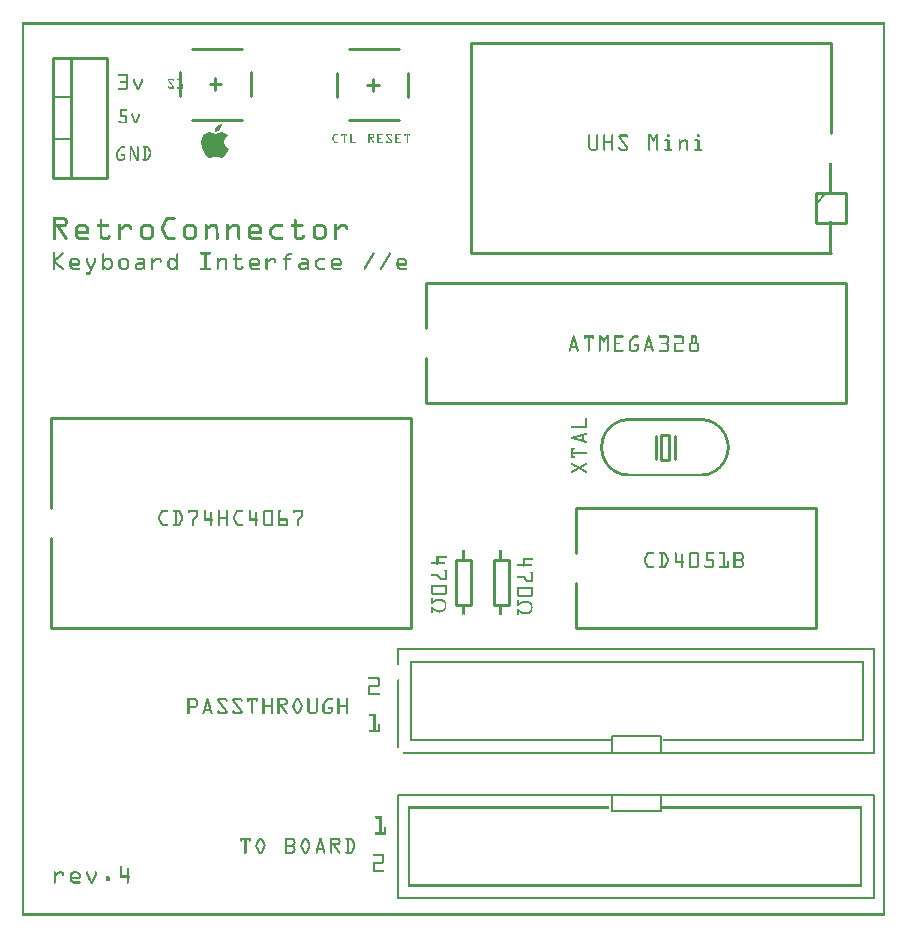
<source format=gto>
G04 MADE WITH FRITZING*
G04 WWW.FRITZING.ORG*
G04 DOUBLE SIDED*
G04 HOLES PLATED*
G04 CONTOUR ON CENTER OF CONTOUR VECTOR*
%ASAXBY*%
%FSLAX23Y23*%
%MOIN*%
%OFA0B0*%
%SFA1.0B1.0*%
%ADD10R,1.595200X0.354200X1.579200X0.338200*%
%ADD11C,0.008000*%
%ADD12R,0.173200X0.063000X0.157200X0.047000*%
%ADD13R,0.038714X0.096457X0.019029X0.076772*%
%ADD14C,0.009843*%
%ADD15C,0.010000*%
%ADD16C,0.005000*%
%ADD17R,0.001000X0.001000*%
%LNSILK1*%
G90*
G70*
G54D11*
X1255Y404D02*
X2842Y404D01*
X2842Y58D01*
X1255Y58D01*
X1255Y404D01*
D02*
X1966Y404D02*
X2131Y404D01*
X2131Y349D01*
X1966Y349D01*
X1966Y404D01*
D02*
X1966Y598D02*
X2131Y598D01*
X2131Y543D01*
X1966Y543D01*
X1966Y598D01*
D02*
G54D14*
X2130Y1604D02*
X2159Y1604D01*
X2159Y1518D01*
X2130Y1518D01*
X2130Y1604D01*
D02*
G54D15*
X1348Y1711D02*
X2748Y1711D01*
D02*
X2748Y1711D02*
X2748Y2111D01*
D02*
X2748Y2111D02*
X1348Y2111D01*
D02*
X1348Y1711D02*
X1348Y1861D01*
D02*
X1348Y1961D02*
X1348Y2111D01*
D02*
X2696Y2909D02*
X1496Y2909D01*
D02*
X1496Y2909D02*
X1496Y2209D01*
D02*
X1496Y2209D02*
X2696Y2209D01*
D02*
X2696Y2909D02*
X2696Y2609D01*
D02*
X98Y961D02*
X1298Y961D01*
D02*
X1298Y961D02*
X1298Y1661D01*
D02*
X1298Y1661D02*
X98Y1661D01*
D02*
X98Y961D02*
X98Y1261D01*
D02*
X98Y1361D02*
X98Y1661D01*
D02*
X103Y2461D02*
X103Y2861D01*
D02*
X103Y2861D02*
X283Y2861D01*
D02*
X283Y2861D02*
X283Y2461D01*
D02*
X283Y2461D02*
X103Y2461D01*
D02*
X103Y2461D02*
X103Y2861D01*
D02*
X103Y2861D02*
X163Y2861D01*
D02*
X163Y2861D02*
X163Y2461D01*
D02*
X163Y2461D02*
X103Y2461D01*
G54D16*
D02*
X103Y2591D02*
X163Y2591D01*
D02*
X103Y2731D02*
X163Y2731D01*
G54D15*
D02*
X1848Y961D02*
X2648Y961D01*
D02*
X2648Y961D02*
X2648Y1361D01*
D02*
X2648Y1361D02*
X1848Y1361D01*
D02*
X1848Y961D02*
X1848Y1111D01*
D02*
X1848Y1211D02*
X1848Y1361D01*
D02*
X763Y2812D02*
X763Y2733D01*
D02*
X566Y2891D02*
X734Y2891D01*
D02*
X566Y2654D02*
X734Y2654D01*
D02*
X527Y2812D02*
X527Y2733D01*
D02*
X645Y2792D02*
X645Y2753D01*
D02*
X665Y2773D02*
X626Y2773D01*
D02*
X1288Y2810D02*
X1288Y2731D01*
D02*
X1091Y2889D02*
X1259Y2889D01*
D02*
X1091Y2652D02*
X1259Y2652D01*
D02*
X1052Y2810D02*
X1052Y2731D01*
D02*
X1170Y2790D02*
X1170Y2751D01*
D02*
X1190Y2770D02*
X1151Y2770D01*
D02*
X1574Y1036D02*
X1574Y1186D01*
D02*
X1574Y1186D02*
X1624Y1186D01*
D02*
X1624Y1186D02*
X1624Y1036D01*
D02*
X1624Y1036D02*
X1574Y1036D01*
D02*
X1449Y1036D02*
X1449Y1186D01*
D02*
X1449Y1186D02*
X1499Y1186D01*
D02*
X1499Y1186D02*
X1499Y1036D01*
D02*
X1499Y1036D02*
X1449Y1036D01*
D02*
X2646Y2409D02*
X2646Y2309D01*
D02*
X2646Y2309D02*
X2746Y2309D01*
D02*
X2746Y2309D02*
X2746Y2409D01*
D02*
X2746Y2409D02*
X2646Y2409D01*
G54D16*
D02*
X2646Y2374D02*
X2681Y2409D01*
G54D14*
X2176Y1601D02*
X2176Y1523D01*
D02*
X2113Y1601D02*
X2113Y1523D01*
D02*
G54D17*
X0Y2978D02*
X2877Y2978D01*
X0Y2977D02*
X2877Y2977D01*
X0Y2976D02*
X2877Y2976D01*
X0Y2975D02*
X2877Y2975D01*
X0Y2974D02*
X2877Y2974D01*
X0Y2973D02*
X2877Y2973D01*
X0Y2972D02*
X2877Y2972D01*
X0Y2971D02*
X2877Y2971D01*
X0Y2970D02*
X7Y2970D01*
X2870Y2970D02*
X2877Y2970D01*
X0Y2969D02*
X7Y2969D01*
X2870Y2969D02*
X2877Y2969D01*
X0Y2968D02*
X7Y2968D01*
X2870Y2968D02*
X2877Y2968D01*
X0Y2967D02*
X7Y2967D01*
X2870Y2967D02*
X2877Y2967D01*
X0Y2966D02*
X7Y2966D01*
X2870Y2966D02*
X2877Y2966D01*
X0Y2965D02*
X7Y2965D01*
X2870Y2965D02*
X2877Y2965D01*
X0Y2964D02*
X7Y2964D01*
X2870Y2964D02*
X2877Y2964D01*
X0Y2963D02*
X7Y2963D01*
X2870Y2963D02*
X2877Y2963D01*
X0Y2962D02*
X7Y2962D01*
X2870Y2962D02*
X2877Y2962D01*
X0Y2961D02*
X7Y2961D01*
X2870Y2961D02*
X2877Y2961D01*
X0Y2960D02*
X7Y2960D01*
X2870Y2960D02*
X2877Y2960D01*
X0Y2959D02*
X7Y2959D01*
X2870Y2959D02*
X2877Y2959D01*
X0Y2958D02*
X7Y2958D01*
X2870Y2958D02*
X2877Y2958D01*
X0Y2957D02*
X7Y2957D01*
X2870Y2957D02*
X2877Y2957D01*
X0Y2956D02*
X7Y2956D01*
X2870Y2956D02*
X2877Y2956D01*
X0Y2955D02*
X7Y2955D01*
X2870Y2955D02*
X2877Y2955D01*
X0Y2954D02*
X7Y2954D01*
X2870Y2954D02*
X2877Y2954D01*
X0Y2953D02*
X7Y2953D01*
X2870Y2953D02*
X2877Y2953D01*
X0Y2952D02*
X7Y2952D01*
X2870Y2952D02*
X2877Y2952D01*
X0Y2951D02*
X7Y2951D01*
X2870Y2951D02*
X2877Y2951D01*
X0Y2950D02*
X7Y2950D01*
X2870Y2950D02*
X2877Y2950D01*
X0Y2949D02*
X7Y2949D01*
X2870Y2949D02*
X2877Y2949D01*
X0Y2948D02*
X7Y2948D01*
X2870Y2948D02*
X2877Y2948D01*
X0Y2947D02*
X7Y2947D01*
X2870Y2947D02*
X2877Y2947D01*
X0Y2946D02*
X7Y2946D01*
X2870Y2946D02*
X2877Y2946D01*
X0Y2945D02*
X7Y2945D01*
X2870Y2945D02*
X2877Y2945D01*
X0Y2944D02*
X7Y2944D01*
X2870Y2944D02*
X2877Y2944D01*
X0Y2943D02*
X7Y2943D01*
X2870Y2943D02*
X2877Y2943D01*
X0Y2942D02*
X7Y2942D01*
X2870Y2942D02*
X2877Y2942D01*
X0Y2941D02*
X7Y2941D01*
X2870Y2941D02*
X2877Y2941D01*
X0Y2940D02*
X7Y2940D01*
X2870Y2940D02*
X2877Y2940D01*
X0Y2939D02*
X7Y2939D01*
X2870Y2939D02*
X2877Y2939D01*
X0Y2938D02*
X7Y2938D01*
X2870Y2938D02*
X2877Y2938D01*
X0Y2937D02*
X7Y2937D01*
X2870Y2937D02*
X2877Y2937D01*
X0Y2936D02*
X7Y2936D01*
X2870Y2936D02*
X2877Y2936D01*
X0Y2935D02*
X7Y2935D01*
X2870Y2935D02*
X2877Y2935D01*
X0Y2934D02*
X7Y2934D01*
X2870Y2934D02*
X2877Y2934D01*
X0Y2933D02*
X7Y2933D01*
X2870Y2933D02*
X2877Y2933D01*
X0Y2932D02*
X7Y2932D01*
X2870Y2932D02*
X2877Y2932D01*
X0Y2931D02*
X7Y2931D01*
X2870Y2931D02*
X2877Y2931D01*
X0Y2930D02*
X7Y2930D01*
X2870Y2930D02*
X2877Y2930D01*
X0Y2929D02*
X7Y2929D01*
X2870Y2929D02*
X2877Y2929D01*
X0Y2928D02*
X7Y2928D01*
X2870Y2928D02*
X2877Y2928D01*
X0Y2927D02*
X7Y2927D01*
X2870Y2927D02*
X2877Y2927D01*
X0Y2926D02*
X7Y2926D01*
X2870Y2926D02*
X2877Y2926D01*
X0Y2925D02*
X7Y2925D01*
X2870Y2925D02*
X2877Y2925D01*
X0Y2924D02*
X7Y2924D01*
X2870Y2924D02*
X2877Y2924D01*
X0Y2923D02*
X7Y2923D01*
X2870Y2923D02*
X2877Y2923D01*
X0Y2922D02*
X7Y2922D01*
X2870Y2922D02*
X2877Y2922D01*
X0Y2921D02*
X7Y2921D01*
X2870Y2921D02*
X2877Y2921D01*
X0Y2920D02*
X7Y2920D01*
X2870Y2920D02*
X2877Y2920D01*
X0Y2919D02*
X7Y2919D01*
X2870Y2919D02*
X2877Y2919D01*
X0Y2918D02*
X7Y2918D01*
X2870Y2918D02*
X2877Y2918D01*
X0Y2917D02*
X7Y2917D01*
X2870Y2917D02*
X2877Y2917D01*
X0Y2916D02*
X7Y2916D01*
X2870Y2916D02*
X2877Y2916D01*
X0Y2915D02*
X7Y2915D01*
X2870Y2915D02*
X2877Y2915D01*
X0Y2914D02*
X7Y2914D01*
X2870Y2914D02*
X2877Y2914D01*
X0Y2913D02*
X7Y2913D01*
X2870Y2913D02*
X2877Y2913D01*
X0Y2912D02*
X7Y2912D01*
X2870Y2912D02*
X2877Y2912D01*
X0Y2911D02*
X7Y2911D01*
X2870Y2911D02*
X2877Y2911D01*
X0Y2910D02*
X7Y2910D01*
X2870Y2910D02*
X2877Y2910D01*
X0Y2909D02*
X7Y2909D01*
X2870Y2909D02*
X2877Y2909D01*
X0Y2908D02*
X7Y2908D01*
X2870Y2908D02*
X2877Y2908D01*
X0Y2907D02*
X7Y2907D01*
X2870Y2907D02*
X2877Y2907D01*
X0Y2906D02*
X7Y2906D01*
X2870Y2906D02*
X2877Y2906D01*
X0Y2905D02*
X7Y2905D01*
X2870Y2905D02*
X2877Y2905D01*
X0Y2904D02*
X7Y2904D01*
X2870Y2904D02*
X2877Y2904D01*
X0Y2903D02*
X7Y2903D01*
X2870Y2903D02*
X2877Y2903D01*
X0Y2902D02*
X7Y2902D01*
X2870Y2902D02*
X2877Y2902D01*
X0Y2901D02*
X7Y2901D01*
X2870Y2901D02*
X2877Y2901D01*
X0Y2900D02*
X7Y2900D01*
X2870Y2900D02*
X2877Y2900D01*
X0Y2899D02*
X7Y2899D01*
X2870Y2899D02*
X2877Y2899D01*
X0Y2898D02*
X7Y2898D01*
X2870Y2898D02*
X2877Y2898D01*
X0Y2897D02*
X7Y2897D01*
X2870Y2897D02*
X2877Y2897D01*
X0Y2896D02*
X7Y2896D01*
X2870Y2896D02*
X2877Y2896D01*
X0Y2895D02*
X7Y2895D01*
X2870Y2895D02*
X2877Y2895D01*
X0Y2894D02*
X7Y2894D01*
X2870Y2894D02*
X2877Y2894D01*
X0Y2893D02*
X7Y2893D01*
X2870Y2893D02*
X2877Y2893D01*
X0Y2892D02*
X7Y2892D01*
X2870Y2892D02*
X2877Y2892D01*
X0Y2891D02*
X7Y2891D01*
X2870Y2891D02*
X2877Y2891D01*
X0Y2890D02*
X7Y2890D01*
X2870Y2890D02*
X2877Y2890D01*
X0Y2889D02*
X7Y2889D01*
X2870Y2889D02*
X2877Y2889D01*
X0Y2888D02*
X7Y2888D01*
X2870Y2888D02*
X2877Y2888D01*
X0Y2887D02*
X7Y2887D01*
X2870Y2887D02*
X2877Y2887D01*
X0Y2886D02*
X7Y2886D01*
X2870Y2886D02*
X2877Y2886D01*
X0Y2885D02*
X7Y2885D01*
X2870Y2885D02*
X2877Y2885D01*
X0Y2884D02*
X7Y2884D01*
X2870Y2884D02*
X2877Y2884D01*
X0Y2883D02*
X7Y2883D01*
X2870Y2883D02*
X2877Y2883D01*
X0Y2882D02*
X7Y2882D01*
X2870Y2882D02*
X2877Y2882D01*
X0Y2881D02*
X7Y2881D01*
X2870Y2881D02*
X2877Y2881D01*
X0Y2880D02*
X7Y2880D01*
X2870Y2880D02*
X2877Y2880D01*
X0Y2879D02*
X7Y2879D01*
X2870Y2879D02*
X2877Y2879D01*
X0Y2878D02*
X7Y2878D01*
X2870Y2878D02*
X2877Y2878D01*
X0Y2877D02*
X7Y2877D01*
X2870Y2877D02*
X2877Y2877D01*
X0Y2876D02*
X7Y2876D01*
X2870Y2876D02*
X2877Y2876D01*
X0Y2875D02*
X7Y2875D01*
X2870Y2875D02*
X2877Y2875D01*
X0Y2874D02*
X7Y2874D01*
X2870Y2874D02*
X2877Y2874D01*
X0Y2873D02*
X7Y2873D01*
X2870Y2873D02*
X2877Y2873D01*
X0Y2872D02*
X7Y2872D01*
X2870Y2872D02*
X2877Y2872D01*
X0Y2871D02*
X7Y2871D01*
X2870Y2871D02*
X2877Y2871D01*
X0Y2870D02*
X7Y2870D01*
X2870Y2870D02*
X2877Y2870D01*
X0Y2869D02*
X7Y2869D01*
X2870Y2869D02*
X2877Y2869D01*
X0Y2868D02*
X7Y2868D01*
X2870Y2868D02*
X2877Y2868D01*
X0Y2867D02*
X7Y2867D01*
X2870Y2867D02*
X2877Y2867D01*
X0Y2866D02*
X7Y2866D01*
X2870Y2866D02*
X2877Y2866D01*
X0Y2865D02*
X7Y2865D01*
X2870Y2865D02*
X2877Y2865D01*
X0Y2864D02*
X7Y2864D01*
X2870Y2864D02*
X2877Y2864D01*
X0Y2863D02*
X7Y2863D01*
X2870Y2863D02*
X2877Y2863D01*
X0Y2862D02*
X7Y2862D01*
X2870Y2862D02*
X2877Y2862D01*
X0Y2861D02*
X7Y2861D01*
X2870Y2861D02*
X2877Y2861D01*
X0Y2860D02*
X7Y2860D01*
X2870Y2860D02*
X2877Y2860D01*
X0Y2859D02*
X7Y2859D01*
X2870Y2859D02*
X2877Y2859D01*
X0Y2858D02*
X7Y2858D01*
X2870Y2858D02*
X2877Y2858D01*
X0Y2857D02*
X7Y2857D01*
X2870Y2857D02*
X2877Y2857D01*
X0Y2856D02*
X7Y2856D01*
X2870Y2856D02*
X2877Y2856D01*
X0Y2855D02*
X7Y2855D01*
X2870Y2855D02*
X2877Y2855D01*
X0Y2854D02*
X7Y2854D01*
X2870Y2854D02*
X2877Y2854D01*
X0Y2853D02*
X7Y2853D01*
X2870Y2853D02*
X2877Y2853D01*
X0Y2852D02*
X7Y2852D01*
X2870Y2852D02*
X2877Y2852D01*
X0Y2851D02*
X7Y2851D01*
X2870Y2851D02*
X2877Y2851D01*
X0Y2850D02*
X7Y2850D01*
X2870Y2850D02*
X2877Y2850D01*
X0Y2849D02*
X7Y2849D01*
X2870Y2849D02*
X2877Y2849D01*
X0Y2848D02*
X7Y2848D01*
X2870Y2848D02*
X2877Y2848D01*
X0Y2847D02*
X7Y2847D01*
X2870Y2847D02*
X2877Y2847D01*
X0Y2846D02*
X7Y2846D01*
X2870Y2846D02*
X2877Y2846D01*
X0Y2845D02*
X7Y2845D01*
X2870Y2845D02*
X2877Y2845D01*
X0Y2844D02*
X7Y2844D01*
X2870Y2844D02*
X2877Y2844D01*
X0Y2843D02*
X7Y2843D01*
X2870Y2843D02*
X2877Y2843D01*
X0Y2842D02*
X7Y2842D01*
X2870Y2842D02*
X2877Y2842D01*
X0Y2841D02*
X7Y2841D01*
X2870Y2841D02*
X2877Y2841D01*
X0Y2840D02*
X7Y2840D01*
X2870Y2840D02*
X2877Y2840D01*
X0Y2839D02*
X7Y2839D01*
X2870Y2839D02*
X2877Y2839D01*
X0Y2838D02*
X7Y2838D01*
X2870Y2838D02*
X2877Y2838D01*
X0Y2837D02*
X7Y2837D01*
X2870Y2837D02*
X2877Y2837D01*
X0Y2836D02*
X7Y2836D01*
X2870Y2836D02*
X2877Y2836D01*
X0Y2835D02*
X7Y2835D01*
X2870Y2835D02*
X2877Y2835D01*
X0Y2834D02*
X7Y2834D01*
X2870Y2834D02*
X2877Y2834D01*
X0Y2833D02*
X7Y2833D01*
X2870Y2833D02*
X2877Y2833D01*
X0Y2832D02*
X7Y2832D01*
X2870Y2832D02*
X2877Y2832D01*
X0Y2831D02*
X7Y2831D01*
X2870Y2831D02*
X2877Y2831D01*
X0Y2830D02*
X7Y2830D01*
X2870Y2830D02*
X2877Y2830D01*
X0Y2829D02*
X7Y2829D01*
X2870Y2829D02*
X2877Y2829D01*
X0Y2828D02*
X7Y2828D01*
X2870Y2828D02*
X2877Y2828D01*
X0Y2827D02*
X7Y2827D01*
X2870Y2827D02*
X2877Y2827D01*
X0Y2826D02*
X7Y2826D01*
X2870Y2826D02*
X2877Y2826D01*
X0Y2825D02*
X7Y2825D01*
X2870Y2825D02*
X2877Y2825D01*
X0Y2824D02*
X7Y2824D01*
X2870Y2824D02*
X2877Y2824D01*
X0Y2823D02*
X7Y2823D01*
X2870Y2823D02*
X2877Y2823D01*
X0Y2822D02*
X7Y2822D01*
X2870Y2822D02*
X2877Y2822D01*
X0Y2821D02*
X7Y2821D01*
X2870Y2821D02*
X2877Y2821D01*
X0Y2820D02*
X7Y2820D01*
X2870Y2820D02*
X2877Y2820D01*
X0Y2819D02*
X7Y2819D01*
X2870Y2819D02*
X2877Y2819D01*
X0Y2818D02*
X7Y2818D01*
X2870Y2818D02*
X2877Y2818D01*
X0Y2817D02*
X7Y2817D01*
X2870Y2817D02*
X2877Y2817D01*
X0Y2816D02*
X7Y2816D01*
X2870Y2816D02*
X2877Y2816D01*
X0Y2815D02*
X7Y2815D01*
X2870Y2815D02*
X2877Y2815D01*
X0Y2814D02*
X7Y2814D01*
X2870Y2814D02*
X2877Y2814D01*
X0Y2813D02*
X7Y2813D01*
X2870Y2813D02*
X2877Y2813D01*
X0Y2812D02*
X7Y2812D01*
X2870Y2812D02*
X2877Y2812D01*
X0Y2811D02*
X7Y2811D01*
X2870Y2811D02*
X2877Y2811D01*
X0Y2810D02*
X7Y2810D01*
X2870Y2810D02*
X2877Y2810D01*
X0Y2809D02*
X7Y2809D01*
X2870Y2809D02*
X2877Y2809D01*
X0Y2808D02*
X7Y2808D01*
X2870Y2808D02*
X2877Y2808D01*
X0Y2807D02*
X7Y2807D01*
X2870Y2807D02*
X2877Y2807D01*
X0Y2806D02*
X7Y2806D01*
X322Y2806D02*
X351Y2806D01*
X2870Y2806D02*
X2877Y2806D01*
X0Y2805D02*
X7Y2805D01*
X322Y2805D02*
X352Y2805D01*
X2870Y2805D02*
X2877Y2805D01*
X0Y2804D02*
X7Y2804D01*
X321Y2804D02*
X353Y2804D01*
X2870Y2804D02*
X2877Y2804D01*
X0Y2803D02*
X7Y2803D01*
X321Y2803D02*
X354Y2803D01*
X2870Y2803D02*
X2877Y2803D01*
X0Y2802D02*
X7Y2802D01*
X322Y2802D02*
X354Y2802D01*
X2870Y2802D02*
X2877Y2802D01*
X0Y2801D02*
X7Y2801D01*
X322Y2801D02*
X354Y2801D01*
X2870Y2801D02*
X2877Y2801D01*
X0Y2800D02*
X7Y2800D01*
X348Y2800D02*
X355Y2800D01*
X2870Y2800D02*
X2877Y2800D01*
X0Y2799D02*
X7Y2799D01*
X349Y2799D02*
X355Y2799D01*
X2870Y2799D02*
X2877Y2799D01*
X0Y2798D02*
X7Y2798D01*
X349Y2798D02*
X355Y2798D01*
X2870Y2798D02*
X2877Y2798D01*
X0Y2797D02*
X7Y2797D01*
X349Y2797D02*
X355Y2797D01*
X2870Y2797D02*
X2877Y2797D01*
X0Y2796D02*
X7Y2796D01*
X349Y2796D02*
X355Y2796D01*
X2870Y2796D02*
X2877Y2796D01*
X0Y2795D02*
X7Y2795D01*
X349Y2795D02*
X355Y2795D01*
X2870Y2795D02*
X2877Y2795D01*
X0Y2794D02*
X7Y2794D01*
X349Y2794D02*
X355Y2794D01*
X2870Y2794D02*
X2877Y2794D01*
X0Y2793D02*
X7Y2793D01*
X349Y2793D02*
X355Y2793D01*
X2870Y2793D02*
X2877Y2793D01*
X0Y2792D02*
X7Y2792D01*
X349Y2792D02*
X355Y2792D01*
X2870Y2792D02*
X2877Y2792D01*
X0Y2791D02*
X7Y2791D01*
X349Y2791D02*
X355Y2791D01*
X2870Y2791D02*
X2877Y2791D01*
X0Y2790D02*
X7Y2790D01*
X349Y2790D02*
X355Y2790D01*
X374Y2790D02*
X376Y2790D01*
X400Y2790D02*
X402Y2790D01*
X2870Y2790D02*
X2877Y2790D01*
X0Y2789D02*
X7Y2789D01*
X349Y2789D02*
X355Y2789D01*
X373Y2789D02*
X377Y2789D01*
X399Y2789D02*
X403Y2789D01*
X491Y2789D02*
X504Y2789D01*
X519Y2789D02*
X529Y2789D01*
X2870Y2789D02*
X2877Y2789D01*
X0Y2788D02*
X7Y2788D01*
X349Y2788D02*
X355Y2788D01*
X372Y2788D02*
X377Y2788D01*
X398Y2788D02*
X403Y2788D01*
X489Y2788D02*
X506Y2788D01*
X518Y2788D02*
X529Y2788D01*
X2870Y2788D02*
X2877Y2788D01*
X0Y2787D02*
X7Y2787D01*
X348Y2787D02*
X355Y2787D01*
X372Y2787D02*
X378Y2787D01*
X398Y2787D02*
X404Y2787D01*
X489Y2787D02*
X507Y2787D01*
X518Y2787D02*
X529Y2787D01*
X2870Y2787D02*
X2877Y2787D01*
X0Y2786D02*
X7Y2786D01*
X348Y2786D02*
X354Y2786D01*
X372Y2786D02*
X378Y2786D01*
X398Y2786D02*
X404Y2786D01*
X488Y2786D02*
X507Y2786D01*
X519Y2786D02*
X529Y2786D01*
X2870Y2786D02*
X2877Y2786D01*
X0Y2785D02*
X7Y2785D01*
X348Y2785D02*
X354Y2785D01*
X372Y2785D02*
X378Y2785D01*
X398Y2785D02*
X404Y2785D01*
X488Y2785D02*
X492Y2785D01*
X504Y2785D02*
X508Y2785D01*
X526Y2785D02*
X529Y2785D01*
X2870Y2785D02*
X2877Y2785D01*
X0Y2784D02*
X7Y2784D01*
X347Y2784D02*
X354Y2784D01*
X372Y2784D02*
X378Y2784D01*
X398Y2784D02*
X404Y2784D01*
X488Y2784D02*
X492Y2784D01*
X504Y2784D02*
X508Y2784D01*
X526Y2784D02*
X529Y2784D01*
X2870Y2784D02*
X2877Y2784D01*
X0Y2783D02*
X7Y2783D01*
X330Y2783D02*
X354Y2783D01*
X372Y2783D02*
X378Y2783D01*
X398Y2783D02*
X404Y2783D01*
X488Y2783D02*
X492Y2783D01*
X505Y2783D02*
X507Y2783D01*
X526Y2783D02*
X529Y2783D01*
X2870Y2783D02*
X2877Y2783D01*
X0Y2782D02*
X7Y2782D01*
X329Y2782D02*
X353Y2782D01*
X372Y2782D02*
X378Y2782D01*
X398Y2782D02*
X404Y2782D01*
X489Y2782D02*
X493Y2782D01*
X505Y2782D02*
X507Y2782D01*
X526Y2782D02*
X529Y2782D01*
X2870Y2782D02*
X2877Y2782D01*
X0Y2781D02*
X7Y2781D01*
X328Y2781D02*
X353Y2781D01*
X372Y2781D02*
X378Y2781D01*
X398Y2781D02*
X404Y2781D01*
X490Y2781D02*
X494Y2781D01*
X526Y2781D02*
X529Y2781D01*
X2870Y2781D02*
X2877Y2781D01*
X0Y2780D02*
X7Y2780D01*
X328Y2780D02*
X352Y2780D01*
X372Y2780D02*
X379Y2780D01*
X397Y2780D02*
X403Y2780D01*
X490Y2780D02*
X495Y2780D01*
X526Y2780D02*
X529Y2780D01*
X2870Y2780D02*
X2877Y2780D01*
X0Y2779D02*
X7Y2779D01*
X328Y2779D02*
X353Y2779D01*
X373Y2779D02*
X379Y2779D01*
X397Y2779D02*
X403Y2779D01*
X491Y2779D02*
X495Y2779D01*
X526Y2779D02*
X529Y2779D01*
X2870Y2779D02*
X2877Y2779D01*
X0Y2778D02*
X7Y2778D01*
X329Y2778D02*
X353Y2778D01*
X373Y2778D02*
X380Y2778D01*
X396Y2778D02*
X403Y2778D01*
X492Y2778D02*
X496Y2778D01*
X526Y2778D02*
X529Y2778D01*
X2870Y2778D02*
X2877Y2778D01*
X0Y2777D02*
X7Y2777D01*
X330Y2777D02*
X354Y2777D01*
X374Y2777D02*
X380Y2777D01*
X396Y2777D02*
X402Y2777D01*
X493Y2777D02*
X497Y2777D01*
X526Y2777D02*
X529Y2777D01*
X2870Y2777D02*
X2877Y2777D01*
X0Y2776D02*
X7Y2776D01*
X347Y2776D02*
X354Y2776D01*
X374Y2776D02*
X380Y2776D01*
X395Y2776D02*
X402Y2776D01*
X494Y2776D02*
X498Y2776D01*
X526Y2776D02*
X529Y2776D01*
X2870Y2776D02*
X2877Y2776D01*
X0Y2775D02*
X7Y2775D01*
X348Y2775D02*
X354Y2775D01*
X375Y2775D02*
X381Y2775D01*
X395Y2775D02*
X401Y2775D01*
X494Y2775D02*
X499Y2775D01*
X526Y2775D02*
X529Y2775D01*
X2870Y2775D02*
X2877Y2775D01*
X0Y2774D02*
X7Y2774D01*
X348Y2774D02*
X354Y2774D01*
X375Y2774D02*
X381Y2774D01*
X395Y2774D02*
X401Y2774D01*
X495Y2774D02*
X499Y2774D01*
X526Y2774D02*
X529Y2774D01*
X2870Y2774D02*
X2877Y2774D01*
X0Y2773D02*
X7Y2773D01*
X348Y2773D02*
X355Y2773D01*
X376Y2773D02*
X382Y2773D01*
X394Y2773D02*
X400Y2773D01*
X496Y2773D02*
X500Y2773D01*
X526Y2773D02*
X529Y2773D01*
X2870Y2773D02*
X2877Y2773D01*
X0Y2772D02*
X7Y2772D01*
X349Y2772D02*
X355Y2772D01*
X376Y2772D02*
X382Y2772D01*
X394Y2772D02*
X400Y2772D01*
X497Y2772D02*
X501Y2772D01*
X526Y2772D02*
X529Y2772D01*
X2870Y2772D02*
X2877Y2772D01*
X0Y2771D02*
X7Y2771D01*
X349Y2771D02*
X355Y2771D01*
X376Y2771D02*
X383Y2771D01*
X393Y2771D02*
X399Y2771D01*
X497Y2771D02*
X502Y2771D01*
X526Y2771D02*
X529Y2771D01*
X535Y2771D02*
X537Y2771D01*
X2870Y2771D02*
X2877Y2771D01*
X0Y2770D02*
X7Y2770D01*
X349Y2770D02*
X355Y2770D01*
X377Y2770D02*
X383Y2770D01*
X393Y2770D02*
X399Y2770D01*
X498Y2770D02*
X502Y2770D01*
X526Y2770D02*
X529Y2770D01*
X535Y2770D02*
X538Y2770D01*
X2870Y2770D02*
X2877Y2770D01*
X0Y2769D02*
X7Y2769D01*
X349Y2769D02*
X355Y2769D01*
X377Y2769D02*
X383Y2769D01*
X392Y2769D02*
X398Y2769D01*
X499Y2769D02*
X503Y2769D01*
X526Y2769D02*
X529Y2769D01*
X534Y2769D02*
X538Y2769D01*
X2870Y2769D02*
X2877Y2769D01*
X0Y2768D02*
X7Y2768D01*
X349Y2768D02*
X355Y2768D01*
X378Y2768D02*
X384Y2768D01*
X392Y2768D02*
X398Y2768D01*
X500Y2768D02*
X504Y2768D01*
X526Y2768D02*
X529Y2768D01*
X534Y2768D02*
X538Y2768D01*
X2870Y2768D02*
X2877Y2768D01*
X0Y2767D02*
X7Y2767D01*
X349Y2767D02*
X355Y2767D01*
X378Y2767D02*
X384Y2767D01*
X391Y2767D02*
X397Y2767D01*
X501Y2767D02*
X505Y2767D01*
X526Y2767D02*
X529Y2767D01*
X534Y2767D02*
X538Y2767D01*
X2870Y2767D02*
X2877Y2767D01*
X0Y2766D02*
X7Y2766D01*
X349Y2766D02*
X355Y2766D01*
X379Y2766D02*
X385Y2766D01*
X391Y2766D02*
X397Y2766D01*
X501Y2766D02*
X506Y2766D01*
X526Y2766D02*
X529Y2766D01*
X534Y2766D02*
X538Y2766D01*
X2870Y2766D02*
X2877Y2766D01*
X0Y2765D02*
X7Y2765D01*
X349Y2765D02*
X355Y2765D01*
X379Y2765D02*
X385Y2765D01*
X391Y2765D02*
X397Y2765D01*
X502Y2765D02*
X506Y2765D01*
X526Y2765D02*
X529Y2765D01*
X534Y2765D02*
X538Y2765D01*
X2870Y2765D02*
X2877Y2765D01*
X0Y2764D02*
X7Y2764D01*
X349Y2764D02*
X355Y2764D01*
X380Y2764D02*
X386Y2764D01*
X390Y2764D02*
X396Y2764D01*
X489Y2764D02*
X491Y2764D01*
X503Y2764D02*
X507Y2764D01*
X526Y2764D02*
X529Y2764D01*
X534Y2764D02*
X538Y2764D01*
X2870Y2764D02*
X2877Y2764D01*
X0Y2763D02*
X7Y2763D01*
X349Y2763D02*
X355Y2763D01*
X380Y2763D02*
X386Y2763D01*
X390Y2763D02*
X396Y2763D01*
X488Y2763D02*
X491Y2763D01*
X504Y2763D02*
X507Y2763D01*
X526Y2763D02*
X529Y2763D01*
X534Y2763D02*
X538Y2763D01*
X2870Y2763D02*
X2877Y2763D01*
X0Y2762D02*
X7Y2762D01*
X349Y2762D02*
X355Y2762D01*
X381Y2762D02*
X386Y2762D01*
X389Y2762D02*
X395Y2762D01*
X488Y2762D02*
X491Y2762D01*
X504Y2762D02*
X508Y2762D01*
X526Y2762D02*
X529Y2762D01*
X534Y2762D02*
X538Y2762D01*
X2870Y2762D02*
X2877Y2762D01*
X0Y2761D02*
X7Y2761D01*
X349Y2761D02*
X355Y2761D01*
X381Y2761D02*
X387Y2761D01*
X389Y2761D02*
X395Y2761D01*
X488Y2761D02*
X508Y2761D01*
X519Y2761D02*
X538Y2761D01*
X2870Y2761D02*
X2877Y2761D01*
X0Y2760D02*
X7Y2760D01*
X348Y2760D02*
X355Y2760D01*
X381Y2760D02*
X394Y2760D01*
X489Y2760D02*
X507Y2760D01*
X518Y2760D02*
X538Y2760D01*
X2870Y2760D02*
X2877Y2760D01*
X0Y2759D02*
X7Y2759D01*
X322Y2759D02*
X354Y2759D01*
X382Y2759D02*
X394Y2759D01*
X490Y2759D02*
X507Y2759D01*
X518Y2759D02*
X538Y2759D01*
X2870Y2759D02*
X2877Y2759D01*
X0Y2758D02*
X7Y2758D01*
X322Y2758D02*
X354Y2758D01*
X382Y2758D02*
X393Y2758D01*
X491Y2758D02*
X506Y2758D01*
X518Y2758D02*
X537Y2758D01*
X2870Y2758D02*
X2877Y2758D01*
X0Y2757D02*
X7Y2757D01*
X321Y2757D02*
X354Y2757D01*
X383Y2757D02*
X393Y2757D01*
X2870Y2757D02*
X2877Y2757D01*
X0Y2756D02*
X7Y2756D01*
X321Y2756D02*
X353Y2756D01*
X383Y2756D02*
X392Y2756D01*
X2870Y2756D02*
X2877Y2756D01*
X0Y2755D02*
X7Y2755D01*
X322Y2755D02*
X353Y2755D01*
X384Y2755D02*
X392Y2755D01*
X2870Y2755D02*
X2877Y2755D01*
X0Y2754D02*
X7Y2754D01*
X322Y2754D02*
X351Y2754D01*
X385Y2754D02*
X391Y2754D01*
X2870Y2754D02*
X2877Y2754D01*
X0Y2753D02*
X7Y2753D01*
X325Y2753D02*
X348Y2753D01*
X386Y2753D02*
X389Y2753D01*
X2870Y2753D02*
X2877Y2753D01*
X0Y2752D02*
X7Y2752D01*
X2870Y2752D02*
X2877Y2752D01*
X0Y2751D02*
X7Y2751D01*
X2870Y2751D02*
X2877Y2751D01*
X0Y2750D02*
X7Y2750D01*
X2870Y2750D02*
X2877Y2750D01*
X0Y2749D02*
X7Y2749D01*
X2870Y2749D02*
X2877Y2749D01*
X0Y2748D02*
X7Y2748D01*
X2870Y2748D02*
X2877Y2748D01*
X0Y2747D02*
X7Y2747D01*
X2870Y2747D02*
X2877Y2747D01*
X0Y2746D02*
X7Y2746D01*
X2870Y2746D02*
X2877Y2746D01*
X0Y2745D02*
X7Y2745D01*
X2870Y2745D02*
X2877Y2745D01*
X0Y2744D02*
X7Y2744D01*
X2870Y2744D02*
X2877Y2744D01*
X0Y2743D02*
X7Y2743D01*
X2870Y2743D02*
X2877Y2743D01*
X0Y2742D02*
X7Y2742D01*
X2870Y2742D02*
X2877Y2742D01*
X0Y2741D02*
X7Y2741D01*
X2870Y2741D02*
X2877Y2741D01*
X0Y2740D02*
X7Y2740D01*
X2870Y2740D02*
X2877Y2740D01*
X0Y2739D02*
X7Y2739D01*
X2870Y2739D02*
X2877Y2739D01*
X0Y2738D02*
X7Y2738D01*
X2870Y2738D02*
X2877Y2738D01*
X0Y2737D02*
X7Y2737D01*
X2870Y2737D02*
X2877Y2737D01*
X0Y2736D02*
X7Y2736D01*
X2870Y2736D02*
X2877Y2736D01*
X0Y2735D02*
X7Y2735D01*
X2870Y2735D02*
X2877Y2735D01*
X0Y2734D02*
X7Y2734D01*
X2870Y2734D02*
X2877Y2734D01*
X0Y2733D02*
X7Y2733D01*
X2870Y2733D02*
X2877Y2733D01*
X0Y2732D02*
X7Y2732D01*
X2870Y2732D02*
X2877Y2732D01*
X0Y2731D02*
X7Y2731D01*
X2870Y2731D02*
X2877Y2731D01*
X0Y2730D02*
X7Y2730D01*
X2870Y2730D02*
X2877Y2730D01*
X0Y2729D02*
X7Y2729D01*
X2870Y2729D02*
X2877Y2729D01*
X0Y2728D02*
X7Y2728D01*
X2870Y2728D02*
X2877Y2728D01*
X0Y2727D02*
X7Y2727D01*
X2870Y2727D02*
X2877Y2727D01*
X0Y2726D02*
X7Y2726D01*
X2870Y2726D02*
X2877Y2726D01*
X0Y2725D02*
X7Y2725D01*
X2870Y2725D02*
X2877Y2725D01*
X0Y2724D02*
X7Y2724D01*
X2870Y2724D02*
X2877Y2724D01*
X0Y2723D02*
X7Y2723D01*
X2870Y2723D02*
X2877Y2723D01*
X0Y2722D02*
X7Y2722D01*
X2870Y2722D02*
X2877Y2722D01*
X0Y2721D02*
X7Y2721D01*
X2870Y2721D02*
X2877Y2721D01*
X0Y2720D02*
X7Y2720D01*
X2870Y2720D02*
X2877Y2720D01*
X0Y2719D02*
X7Y2719D01*
X2870Y2719D02*
X2877Y2719D01*
X0Y2718D02*
X7Y2718D01*
X2870Y2718D02*
X2877Y2718D01*
X0Y2717D02*
X7Y2717D01*
X2870Y2717D02*
X2877Y2717D01*
X0Y2716D02*
X7Y2716D01*
X2870Y2716D02*
X2877Y2716D01*
X0Y2715D02*
X7Y2715D01*
X2870Y2715D02*
X2877Y2715D01*
X0Y2714D02*
X7Y2714D01*
X2870Y2714D02*
X2877Y2714D01*
X0Y2713D02*
X7Y2713D01*
X2870Y2713D02*
X2877Y2713D01*
X0Y2712D02*
X7Y2712D01*
X2870Y2712D02*
X2877Y2712D01*
X0Y2711D02*
X7Y2711D01*
X2870Y2711D02*
X2877Y2711D01*
X0Y2710D02*
X7Y2710D01*
X2870Y2710D02*
X2877Y2710D01*
X0Y2709D02*
X7Y2709D01*
X2870Y2709D02*
X2877Y2709D01*
X0Y2708D02*
X7Y2708D01*
X2870Y2708D02*
X2877Y2708D01*
X0Y2707D02*
X7Y2707D01*
X2870Y2707D02*
X2877Y2707D01*
X0Y2706D02*
X7Y2706D01*
X2870Y2706D02*
X2877Y2706D01*
X0Y2705D02*
X7Y2705D01*
X2870Y2705D02*
X2877Y2705D01*
X0Y2704D02*
X7Y2704D01*
X2870Y2704D02*
X2877Y2704D01*
X0Y2703D02*
X7Y2703D01*
X2870Y2703D02*
X2877Y2703D01*
X0Y2702D02*
X7Y2702D01*
X2870Y2702D02*
X2877Y2702D01*
X0Y2701D02*
X7Y2701D01*
X2870Y2701D02*
X2877Y2701D01*
X0Y2700D02*
X7Y2700D01*
X2870Y2700D02*
X2877Y2700D01*
X0Y2699D02*
X7Y2699D01*
X2870Y2699D02*
X2877Y2699D01*
X0Y2698D02*
X7Y2698D01*
X2870Y2698D02*
X2877Y2698D01*
X0Y2697D02*
X7Y2697D01*
X2870Y2697D02*
X2877Y2697D01*
X0Y2696D02*
X7Y2696D01*
X2870Y2696D02*
X2877Y2696D01*
X0Y2695D02*
X7Y2695D01*
X2870Y2695D02*
X2877Y2695D01*
X0Y2694D02*
X7Y2694D01*
X2870Y2694D02*
X2877Y2694D01*
X0Y2693D02*
X7Y2693D01*
X2870Y2693D02*
X2877Y2693D01*
X0Y2692D02*
X7Y2692D01*
X2870Y2692D02*
X2877Y2692D01*
X0Y2691D02*
X7Y2691D01*
X2870Y2691D02*
X2877Y2691D01*
X0Y2690D02*
X7Y2690D01*
X2870Y2690D02*
X2877Y2690D01*
X0Y2689D02*
X7Y2689D01*
X2870Y2689D02*
X2877Y2689D01*
X0Y2688D02*
X7Y2688D01*
X328Y2688D02*
X350Y2688D01*
X2870Y2688D02*
X2877Y2688D01*
X0Y2687D02*
X7Y2687D01*
X328Y2687D02*
X351Y2687D01*
X2870Y2687D02*
X2877Y2687D01*
X0Y2686D02*
X7Y2686D01*
X328Y2686D02*
X351Y2686D01*
X2870Y2686D02*
X2877Y2686D01*
X0Y2685D02*
X7Y2685D01*
X328Y2685D02*
X351Y2685D01*
X2870Y2685D02*
X2877Y2685D01*
X0Y2684D02*
X7Y2684D01*
X328Y2684D02*
X350Y2684D01*
X2870Y2684D02*
X2877Y2684D01*
X0Y2683D02*
X7Y2683D01*
X328Y2683D02*
X349Y2683D01*
X2870Y2683D02*
X2877Y2683D01*
X0Y2682D02*
X7Y2682D01*
X328Y2682D02*
X333Y2682D01*
X2870Y2682D02*
X2877Y2682D01*
X0Y2681D02*
X7Y2681D01*
X328Y2681D02*
X333Y2681D01*
X2870Y2681D02*
X2877Y2681D01*
X0Y2680D02*
X7Y2680D01*
X328Y2680D02*
X333Y2680D01*
X2870Y2680D02*
X2877Y2680D01*
X0Y2679D02*
X7Y2679D01*
X328Y2679D02*
X333Y2679D01*
X2870Y2679D02*
X2877Y2679D01*
X0Y2678D02*
X7Y2678D01*
X328Y2678D02*
X333Y2678D01*
X2870Y2678D02*
X2877Y2678D01*
X0Y2677D02*
X7Y2677D01*
X328Y2677D02*
X333Y2677D01*
X2870Y2677D02*
X2877Y2677D01*
X0Y2676D02*
X7Y2676D01*
X328Y2676D02*
X333Y2676D01*
X2870Y2676D02*
X2877Y2676D01*
X0Y2675D02*
X7Y2675D01*
X328Y2675D02*
X333Y2675D01*
X2870Y2675D02*
X2877Y2675D01*
X0Y2674D02*
X7Y2674D01*
X328Y2674D02*
X333Y2674D01*
X368Y2674D02*
X370Y2674D01*
X391Y2674D02*
X392Y2674D01*
X2870Y2674D02*
X2877Y2674D01*
X0Y2673D02*
X7Y2673D01*
X328Y2673D02*
X333Y2673D01*
X367Y2673D02*
X371Y2673D01*
X390Y2673D02*
X393Y2673D01*
X2870Y2673D02*
X2877Y2673D01*
X0Y2672D02*
X7Y2672D01*
X328Y2672D02*
X333Y2672D01*
X367Y2672D02*
X371Y2672D01*
X389Y2672D02*
X394Y2672D01*
X2870Y2672D02*
X2877Y2672D01*
X0Y2671D02*
X7Y2671D01*
X328Y2671D02*
X333Y2671D01*
X366Y2671D02*
X371Y2671D01*
X389Y2671D02*
X394Y2671D01*
X2870Y2671D02*
X2877Y2671D01*
X0Y2670D02*
X7Y2670D01*
X328Y2670D02*
X333Y2670D01*
X366Y2670D02*
X371Y2670D01*
X389Y2670D02*
X394Y2670D01*
X2870Y2670D02*
X2877Y2670D01*
X0Y2669D02*
X7Y2669D01*
X328Y2669D02*
X333Y2669D01*
X366Y2669D02*
X371Y2669D01*
X389Y2669D02*
X394Y2669D01*
X2870Y2669D02*
X2877Y2669D01*
X0Y2668D02*
X7Y2668D01*
X328Y2668D02*
X346Y2668D01*
X366Y2668D02*
X371Y2668D01*
X389Y2668D02*
X394Y2668D01*
X2870Y2668D02*
X2877Y2668D01*
X0Y2667D02*
X7Y2667D01*
X328Y2667D02*
X349Y2667D01*
X366Y2667D02*
X371Y2667D01*
X389Y2667D02*
X394Y2667D01*
X2870Y2667D02*
X2877Y2667D01*
X0Y2666D02*
X7Y2666D01*
X328Y2666D02*
X350Y2666D01*
X366Y2666D02*
X372Y2666D01*
X389Y2666D02*
X394Y2666D01*
X2870Y2666D02*
X2877Y2666D01*
X0Y2665D02*
X7Y2665D01*
X328Y2665D02*
X350Y2665D01*
X367Y2665D02*
X372Y2665D01*
X388Y2665D02*
X393Y2665D01*
X2870Y2665D02*
X2877Y2665D01*
X0Y2664D02*
X7Y2664D01*
X328Y2664D02*
X351Y2664D01*
X367Y2664D02*
X373Y2664D01*
X388Y2664D02*
X393Y2664D01*
X2870Y2664D02*
X2877Y2664D01*
X0Y2663D02*
X7Y2663D01*
X328Y2663D02*
X351Y2663D01*
X368Y2663D02*
X373Y2663D01*
X387Y2663D02*
X393Y2663D01*
X2870Y2663D02*
X2877Y2663D01*
X0Y2662D02*
X7Y2662D01*
X346Y2662D02*
X351Y2662D01*
X368Y2662D02*
X373Y2662D01*
X387Y2662D02*
X392Y2662D01*
X2870Y2662D02*
X2877Y2662D01*
X0Y2661D02*
X7Y2661D01*
X346Y2661D02*
X351Y2661D01*
X369Y2661D02*
X374Y2661D01*
X386Y2661D02*
X392Y2661D01*
X2870Y2661D02*
X2877Y2661D01*
X0Y2660D02*
X7Y2660D01*
X346Y2660D02*
X351Y2660D01*
X369Y2660D02*
X374Y2660D01*
X386Y2660D02*
X391Y2660D01*
X2870Y2660D02*
X2877Y2660D01*
X0Y2659D02*
X7Y2659D01*
X346Y2659D02*
X351Y2659D01*
X369Y2659D02*
X375Y2659D01*
X386Y2659D02*
X391Y2659D01*
X2870Y2659D02*
X2877Y2659D01*
X0Y2658D02*
X7Y2658D01*
X346Y2658D02*
X351Y2658D01*
X370Y2658D02*
X375Y2658D01*
X385Y2658D02*
X390Y2658D01*
X2870Y2658D02*
X2877Y2658D01*
X0Y2657D02*
X7Y2657D01*
X346Y2657D02*
X351Y2657D01*
X370Y2657D02*
X376Y2657D01*
X385Y2657D02*
X390Y2657D01*
X2870Y2657D02*
X2877Y2657D01*
X0Y2656D02*
X7Y2656D01*
X346Y2656D02*
X351Y2656D01*
X371Y2656D02*
X376Y2656D01*
X384Y2656D02*
X389Y2656D01*
X2870Y2656D02*
X2877Y2656D01*
X0Y2655D02*
X7Y2655D01*
X346Y2655D02*
X351Y2655D01*
X371Y2655D02*
X376Y2655D01*
X384Y2655D02*
X389Y2655D01*
X2870Y2655D02*
X2877Y2655D01*
X0Y2654D02*
X7Y2654D01*
X346Y2654D02*
X351Y2654D01*
X372Y2654D02*
X377Y2654D01*
X383Y2654D02*
X388Y2654D01*
X2870Y2654D02*
X2877Y2654D01*
X0Y2653D02*
X7Y2653D01*
X346Y2653D02*
X351Y2653D01*
X372Y2653D02*
X377Y2653D01*
X383Y2653D02*
X388Y2653D01*
X2870Y2653D02*
X2877Y2653D01*
X0Y2652D02*
X7Y2652D01*
X346Y2652D02*
X351Y2652D01*
X373Y2652D02*
X378Y2652D01*
X382Y2652D02*
X388Y2652D01*
X2870Y2652D02*
X2877Y2652D01*
X0Y2651D02*
X7Y2651D01*
X346Y2651D02*
X351Y2651D01*
X373Y2651D02*
X378Y2651D01*
X382Y2651D02*
X387Y2651D01*
X2870Y2651D02*
X2877Y2651D01*
X0Y2650D02*
X7Y2650D01*
X324Y2650D02*
X325Y2650D01*
X346Y2650D02*
X351Y2650D01*
X374Y2650D02*
X379Y2650D01*
X382Y2650D02*
X387Y2650D01*
X2870Y2650D02*
X2877Y2650D01*
X0Y2649D02*
X7Y2649D01*
X323Y2649D02*
X328Y2649D01*
X346Y2649D02*
X351Y2649D01*
X374Y2649D02*
X379Y2649D01*
X381Y2649D02*
X386Y2649D01*
X2870Y2649D02*
X2877Y2649D01*
X0Y2648D02*
X7Y2648D01*
X322Y2648D02*
X330Y2648D01*
X346Y2648D02*
X351Y2648D01*
X374Y2648D02*
X386Y2648D01*
X2870Y2648D02*
X2877Y2648D01*
X0Y2647D02*
X7Y2647D01*
X322Y2647D02*
X351Y2647D01*
X375Y2647D02*
X385Y2647D01*
X2870Y2647D02*
X2877Y2647D01*
X0Y2646D02*
X7Y2646D01*
X322Y2646D02*
X351Y2646D01*
X375Y2646D02*
X385Y2646D01*
X2870Y2646D02*
X2877Y2646D01*
X0Y2645D02*
X7Y2645D01*
X323Y2645D02*
X350Y2645D01*
X376Y2645D02*
X384Y2645D01*
X2870Y2645D02*
X2877Y2645D01*
X0Y2644D02*
X7Y2644D01*
X325Y2644D02*
X350Y2644D01*
X376Y2644D02*
X384Y2644D01*
X2870Y2644D02*
X2877Y2644D01*
X0Y2643D02*
X7Y2643D01*
X327Y2643D02*
X349Y2643D01*
X377Y2643D02*
X383Y2643D01*
X2870Y2643D02*
X2877Y2643D01*
X0Y2642D02*
X7Y2642D01*
X330Y2642D02*
X347Y2642D01*
X378Y2642D02*
X382Y2642D01*
X2870Y2642D02*
X2877Y2642D01*
X0Y2641D02*
X7Y2641D01*
X2870Y2641D02*
X2877Y2641D01*
X0Y2640D02*
X7Y2640D01*
X2870Y2640D02*
X2877Y2640D01*
X0Y2639D02*
X7Y2639D01*
X2870Y2639D02*
X2877Y2639D01*
X0Y2638D02*
X7Y2638D01*
X663Y2638D02*
X666Y2638D01*
X2870Y2638D02*
X2877Y2638D01*
X0Y2637D02*
X7Y2637D01*
X660Y2637D02*
X666Y2637D01*
X2870Y2637D02*
X2877Y2637D01*
X0Y2636D02*
X7Y2636D01*
X658Y2636D02*
X666Y2636D01*
X2870Y2636D02*
X2877Y2636D01*
X0Y2635D02*
X7Y2635D01*
X656Y2635D02*
X666Y2635D01*
X2870Y2635D02*
X2877Y2635D01*
X0Y2634D02*
X7Y2634D01*
X655Y2634D02*
X666Y2634D01*
X2870Y2634D02*
X2877Y2634D01*
X0Y2633D02*
X7Y2633D01*
X653Y2633D02*
X666Y2633D01*
X2870Y2633D02*
X2877Y2633D01*
X0Y2632D02*
X7Y2632D01*
X652Y2632D02*
X666Y2632D01*
X2870Y2632D02*
X2877Y2632D01*
X0Y2631D02*
X7Y2631D01*
X651Y2631D02*
X665Y2631D01*
X2870Y2631D02*
X2877Y2631D01*
X0Y2630D02*
X7Y2630D01*
X650Y2630D02*
X665Y2630D01*
X2870Y2630D02*
X2877Y2630D01*
X0Y2629D02*
X7Y2629D01*
X650Y2629D02*
X665Y2629D01*
X2870Y2629D02*
X2877Y2629D01*
X0Y2628D02*
X7Y2628D01*
X649Y2628D02*
X664Y2628D01*
X2870Y2628D02*
X2877Y2628D01*
X0Y2627D02*
X7Y2627D01*
X648Y2627D02*
X664Y2627D01*
X2870Y2627D02*
X2877Y2627D01*
X0Y2626D02*
X7Y2626D01*
X648Y2626D02*
X663Y2626D01*
X2870Y2626D02*
X2877Y2626D01*
X0Y2625D02*
X7Y2625D01*
X647Y2625D02*
X663Y2625D01*
X2870Y2625D02*
X2877Y2625D01*
X0Y2624D02*
X7Y2624D01*
X646Y2624D02*
X662Y2624D01*
X2870Y2624D02*
X2877Y2624D01*
X0Y2623D02*
X7Y2623D01*
X646Y2623D02*
X662Y2623D01*
X2870Y2623D02*
X2877Y2623D01*
X0Y2622D02*
X7Y2622D01*
X646Y2622D02*
X661Y2622D01*
X2870Y2622D02*
X2877Y2622D01*
X0Y2621D02*
X7Y2621D01*
X645Y2621D02*
X660Y2621D01*
X2870Y2621D02*
X2877Y2621D01*
X0Y2620D02*
X7Y2620D01*
X645Y2620D02*
X659Y2620D01*
X2870Y2620D02*
X2877Y2620D01*
X0Y2619D02*
X7Y2619D01*
X645Y2619D02*
X658Y2619D01*
X2870Y2619D02*
X2877Y2619D01*
X0Y2618D02*
X7Y2618D01*
X645Y2618D02*
X657Y2618D01*
X2870Y2618D02*
X2877Y2618D01*
X0Y2617D02*
X7Y2617D01*
X645Y2617D02*
X656Y2617D01*
X2870Y2617D02*
X2877Y2617D01*
X0Y2616D02*
X7Y2616D01*
X645Y2616D02*
X655Y2616D01*
X2870Y2616D02*
X2877Y2616D01*
X0Y2615D02*
X7Y2615D01*
X645Y2615D02*
X653Y2615D01*
X2870Y2615D02*
X2877Y2615D01*
X0Y2614D02*
X7Y2614D01*
X645Y2614D02*
X650Y2614D01*
X2870Y2614D02*
X2877Y2614D01*
X0Y2613D02*
X7Y2613D01*
X2870Y2613D02*
X2877Y2613D01*
X0Y2612D02*
X7Y2612D01*
X2870Y2612D02*
X2877Y2612D01*
X0Y2611D02*
X7Y2611D01*
X622Y2611D02*
X629Y2611D01*
X660Y2611D02*
X670Y2611D01*
X2870Y2611D02*
X2877Y2611D01*
X0Y2610D02*
X7Y2610D01*
X619Y2610D02*
X633Y2610D01*
X657Y2610D02*
X674Y2610D01*
X2870Y2610D02*
X2877Y2610D01*
X0Y2609D02*
X7Y2609D01*
X616Y2609D02*
X636Y2609D01*
X653Y2609D02*
X676Y2609D01*
X2870Y2609D02*
X2877Y2609D01*
X0Y2608D02*
X7Y2608D01*
X614Y2608D02*
X640Y2608D01*
X650Y2608D02*
X678Y2608D01*
X2870Y2608D02*
X2877Y2608D01*
X0Y2607D02*
X7Y2607D01*
X613Y2607D02*
X642Y2607D01*
X647Y2607D02*
X680Y2607D01*
X1044Y2607D02*
X1054Y2607D01*
X1066Y2607D02*
X1085Y2607D01*
X1096Y2607D02*
X1098Y2607D01*
X1156Y2607D02*
X1171Y2607D01*
X1186Y2607D02*
X1204Y2607D01*
X1218Y2607D02*
X1232Y2607D01*
X1246Y2607D02*
X1264Y2607D01*
X1276Y2607D02*
X1295Y2607D01*
X2870Y2607D02*
X2877Y2607D01*
X0Y2606D02*
X7Y2606D01*
X611Y2606D02*
X681Y2606D01*
X1042Y2606D02*
X1055Y2606D01*
X1066Y2606D02*
X1085Y2606D01*
X1096Y2606D02*
X1099Y2606D01*
X1156Y2606D02*
X1173Y2606D01*
X1186Y2606D02*
X1205Y2606D01*
X1217Y2606D02*
X1233Y2606D01*
X1246Y2606D02*
X1265Y2606D01*
X1276Y2606D02*
X1295Y2606D01*
X2870Y2606D02*
X2877Y2606D01*
X0Y2605D02*
X7Y2605D01*
X610Y2605D02*
X683Y2605D01*
X1041Y2605D02*
X1055Y2605D01*
X1066Y2605D02*
X1085Y2605D01*
X1096Y2605D02*
X1099Y2605D01*
X1156Y2605D02*
X1174Y2605D01*
X1186Y2605D02*
X1205Y2605D01*
X1216Y2605D02*
X1234Y2605D01*
X1246Y2605D02*
X1265Y2605D01*
X1276Y2605D02*
X1295Y2605D01*
X2870Y2605D02*
X2877Y2605D01*
X0Y2604D02*
X7Y2604D01*
X609Y2604D02*
X684Y2604D01*
X1041Y2604D02*
X1055Y2604D01*
X1066Y2604D02*
X1085Y2604D01*
X1096Y2604D02*
X1099Y2604D01*
X1156Y2604D02*
X1175Y2604D01*
X1186Y2604D02*
X1205Y2604D01*
X1216Y2604D02*
X1235Y2604D01*
X1246Y2604D02*
X1265Y2604D01*
X1276Y2604D02*
X1295Y2604D01*
X1890Y2604D02*
X1894Y2604D01*
X1918Y2604D02*
X1921Y2604D01*
X1940Y2604D02*
X1944Y2604D01*
X1968Y2604D02*
X1971Y2604D01*
X1994Y2604D02*
X2016Y2604D01*
X2089Y2604D02*
X2097Y2604D01*
X2114Y2604D02*
X2122Y2604D01*
X2151Y2604D02*
X2158Y2604D01*
X2251Y2604D02*
X2258Y2604D01*
X2870Y2604D02*
X2877Y2604D01*
X0Y2603D02*
X7Y2603D01*
X608Y2603D02*
X685Y2603D01*
X1040Y2603D02*
X1044Y2603D01*
X1066Y2603D02*
X1069Y2603D01*
X1074Y2603D02*
X1077Y2603D01*
X1082Y2603D02*
X1085Y2603D01*
X1096Y2603D02*
X1099Y2603D01*
X1156Y2603D02*
X1159Y2603D01*
X1171Y2603D02*
X1175Y2603D01*
X1186Y2603D02*
X1189Y2603D01*
X1216Y2603D02*
X1219Y2603D01*
X1231Y2603D02*
X1235Y2603D01*
X1246Y2603D02*
X1249Y2603D01*
X1276Y2603D02*
X1279Y2603D01*
X1284Y2603D02*
X1287Y2603D01*
X1292Y2603D02*
X1295Y2603D01*
X1889Y2603D02*
X1895Y2603D01*
X1917Y2603D02*
X1922Y2603D01*
X1939Y2603D02*
X1945Y2603D01*
X1967Y2603D02*
X1972Y2603D01*
X1992Y2603D02*
X2018Y2603D01*
X2089Y2603D02*
X2098Y2603D01*
X2113Y2603D02*
X2122Y2603D01*
X2150Y2603D02*
X2158Y2603D01*
X2250Y2603D02*
X2258Y2603D01*
X2870Y2603D02*
X2877Y2603D01*
X0Y2602D02*
X7Y2602D01*
X607Y2602D02*
X685Y2602D01*
X1040Y2602D02*
X1044Y2602D01*
X1066Y2602D02*
X1069Y2602D01*
X1074Y2602D02*
X1077Y2602D01*
X1082Y2602D02*
X1085Y2602D01*
X1096Y2602D02*
X1099Y2602D01*
X1156Y2602D02*
X1159Y2602D01*
X1172Y2602D02*
X1175Y2602D01*
X1186Y2602D02*
X1189Y2602D01*
X1216Y2602D02*
X1219Y2602D01*
X1232Y2602D02*
X1235Y2602D01*
X1246Y2602D02*
X1249Y2602D01*
X1276Y2602D02*
X1279Y2602D01*
X1284Y2602D02*
X1287Y2602D01*
X1292Y2602D02*
X1295Y2602D01*
X1889Y2602D02*
X1895Y2602D01*
X1917Y2602D02*
X1922Y2602D01*
X1939Y2602D02*
X1945Y2602D01*
X1967Y2602D02*
X1972Y2602D01*
X1991Y2602D02*
X2019Y2602D01*
X2089Y2602D02*
X2099Y2602D01*
X2113Y2602D02*
X2122Y2602D01*
X2150Y2602D02*
X2159Y2602D01*
X2250Y2602D02*
X2259Y2602D01*
X2870Y2602D02*
X2877Y2602D01*
X0Y2601D02*
X7Y2601D01*
X606Y2601D02*
X686Y2601D01*
X1039Y2601D02*
X1043Y2601D01*
X1066Y2601D02*
X1069Y2601D01*
X1074Y2601D02*
X1077Y2601D01*
X1082Y2601D02*
X1085Y2601D01*
X1096Y2601D02*
X1099Y2601D01*
X1156Y2601D02*
X1159Y2601D01*
X1172Y2601D02*
X1175Y2601D01*
X1186Y2601D02*
X1189Y2601D01*
X1216Y2601D02*
X1220Y2601D01*
X1232Y2601D02*
X1235Y2601D01*
X1246Y2601D02*
X1249Y2601D01*
X1276Y2601D02*
X1279Y2601D01*
X1284Y2601D02*
X1287Y2601D01*
X1292Y2601D02*
X1295Y2601D01*
X1889Y2601D02*
X1895Y2601D01*
X1916Y2601D02*
X1922Y2601D01*
X1939Y2601D02*
X1945Y2601D01*
X1966Y2601D02*
X1972Y2601D01*
X1990Y2601D02*
X2020Y2601D01*
X2089Y2601D02*
X2099Y2601D01*
X2112Y2601D02*
X2122Y2601D01*
X2150Y2601D02*
X2159Y2601D01*
X2250Y2601D02*
X2259Y2601D01*
X2870Y2601D02*
X2877Y2601D01*
X0Y2600D02*
X7Y2600D01*
X605Y2600D02*
X686Y2600D01*
X1039Y2600D02*
X1042Y2600D01*
X1067Y2600D02*
X1068Y2600D01*
X1074Y2600D02*
X1077Y2600D01*
X1083Y2600D02*
X1084Y2600D01*
X1096Y2600D02*
X1099Y2600D01*
X1156Y2600D02*
X1159Y2600D01*
X1172Y2600D02*
X1175Y2600D01*
X1186Y2600D02*
X1189Y2600D01*
X1217Y2600D02*
X1221Y2600D01*
X1233Y2600D02*
X1234Y2600D01*
X1246Y2600D02*
X1249Y2600D01*
X1277Y2600D02*
X1278Y2600D01*
X1284Y2600D02*
X1287Y2600D01*
X1293Y2600D02*
X1294Y2600D01*
X1889Y2600D02*
X1895Y2600D01*
X1916Y2600D02*
X1922Y2600D01*
X1939Y2600D02*
X1945Y2600D01*
X1966Y2600D02*
X1972Y2600D01*
X1990Y2600D02*
X2021Y2600D01*
X2089Y2600D02*
X2100Y2600D01*
X2111Y2600D02*
X2122Y2600D01*
X2150Y2600D02*
X2159Y2600D01*
X2250Y2600D02*
X2259Y2600D01*
X2870Y2600D02*
X2877Y2600D01*
X0Y2599D02*
X7Y2599D01*
X605Y2599D02*
X684Y2599D01*
X1038Y2599D02*
X1042Y2599D01*
X1074Y2599D02*
X1077Y2599D01*
X1096Y2599D02*
X1099Y2599D01*
X1156Y2599D02*
X1159Y2599D01*
X1172Y2599D02*
X1175Y2599D01*
X1186Y2599D02*
X1189Y2599D01*
X1217Y2599D02*
X1221Y2599D01*
X1246Y2599D02*
X1249Y2599D01*
X1284Y2599D02*
X1287Y2599D01*
X1889Y2599D02*
X1895Y2599D01*
X1916Y2599D02*
X1922Y2599D01*
X1939Y2599D02*
X1945Y2599D01*
X1966Y2599D02*
X1972Y2599D01*
X1989Y2599D02*
X2022Y2599D01*
X2089Y2599D02*
X2101Y2599D01*
X2111Y2599D02*
X2122Y2599D01*
X2150Y2599D02*
X2159Y2599D01*
X2250Y2599D02*
X2259Y2599D01*
X2870Y2599D02*
X2877Y2599D01*
X0Y2598D02*
X7Y2598D01*
X604Y2598D02*
X683Y2598D01*
X1038Y2598D02*
X1041Y2598D01*
X1074Y2598D02*
X1077Y2598D01*
X1096Y2598D02*
X1099Y2598D01*
X1156Y2598D02*
X1159Y2598D01*
X1172Y2598D02*
X1175Y2598D01*
X1186Y2598D02*
X1189Y2598D01*
X1218Y2598D02*
X1222Y2598D01*
X1246Y2598D02*
X1249Y2598D01*
X1284Y2598D02*
X1287Y2598D01*
X1889Y2598D02*
X1895Y2598D01*
X1916Y2598D02*
X1922Y2598D01*
X1939Y2598D02*
X1945Y2598D01*
X1966Y2598D02*
X1972Y2598D01*
X1989Y2598D02*
X2022Y2598D01*
X2089Y2598D02*
X2101Y2598D01*
X2110Y2598D02*
X2122Y2598D01*
X2150Y2598D02*
X2159Y2598D01*
X2250Y2598D02*
X2259Y2598D01*
X2870Y2598D02*
X2877Y2598D01*
X0Y2597D02*
X7Y2597D01*
X604Y2597D02*
X682Y2597D01*
X1037Y2597D02*
X1041Y2597D01*
X1074Y2597D02*
X1077Y2597D01*
X1096Y2597D02*
X1099Y2597D01*
X1156Y2597D02*
X1159Y2597D01*
X1170Y2597D02*
X1175Y2597D01*
X1186Y2597D02*
X1189Y2597D01*
X1219Y2597D02*
X1223Y2597D01*
X1246Y2597D02*
X1249Y2597D01*
X1284Y2597D02*
X1287Y2597D01*
X1889Y2597D02*
X1895Y2597D01*
X1916Y2597D02*
X1922Y2597D01*
X1939Y2597D02*
X1945Y2597D01*
X1966Y2597D02*
X1972Y2597D01*
X1989Y2597D02*
X1995Y2597D01*
X2016Y2597D02*
X2022Y2597D01*
X2089Y2597D02*
X2102Y2597D01*
X2109Y2597D02*
X2122Y2597D01*
X2150Y2597D02*
X2158Y2597D01*
X2250Y2597D02*
X2258Y2597D01*
X2870Y2597D02*
X2877Y2597D01*
X0Y2596D02*
X7Y2596D01*
X603Y2596D02*
X681Y2596D01*
X1037Y2596D02*
X1040Y2596D01*
X1074Y2596D02*
X1077Y2596D01*
X1096Y2596D02*
X1099Y2596D01*
X1156Y2596D02*
X1175Y2596D01*
X1186Y2596D02*
X1189Y2596D01*
X1220Y2596D02*
X1224Y2596D01*
X1246Y2596D02*
X1249Y2596D01*
X1284Y2596D02*
X1287Y2596D01*
X1889Y2596D02*
X1895Y2596D01*
X1916Y2596D02*
X1922Y2596D01*
X1939Y2596D02*
X1945Y2596D01*
X1966Y2596D02*
X1972Y2596D01*
X1989Y2596D02*
X1995Y2596D01*
X2016Y2596D02*
X2022Y2596D01*
X2089Y2596D02*
X2103Y2596D01*
X2109Y2596D02*
X2122Y2596D01*
X2151Y2596D02*
X2158Y2596D01*
X2251Y2596D02*
X2258Y2596D01*
X2870Y2596D02*
X2877Y2596D01*
X0Y2595D02*
X7Y2595D01*
X603Y2595D02*
X680Y2595D01*
X1036Y2595D02*
X1040Y2595D01*
X1074Y2595D02*
X1077Y2595D01*
X1096Y2595D02*
X1099Y2595D01*
X1156Y2595D02*
X1174Y2595D01*
X1186Y2595D02*
X1189Y2595D01*
X1220Y2595D02*
X1225Y2595D01*
X1246Y2595D02*
X1249Y2595D01*
X1284Y2595D02*
X1287Y2595D01*
X1889Y2595D02*
X1895Y2595D01*
X1916Y2595D02*
X1922Y2595D01*
X1939Y2595D02*
X1945Y2595D01*
X1966Y2595D02*
X1972Y2595D01*
X1989Y2595D02*
X1996Y2595D01*
X2016Y2595D02*
X2022Y2595D01*
X2089Y2595D02*
X2103Y2595D01*
X2108Y2595D02*
X2122Y2595D01*
X2870Y2595D02*
X2877Y2595D01*
X0Y2594D02*
X7Y2594D01*
X602Y2594D02*
X679Y2594D01*
X1036Y2594D02*
X1039Y2594D01*
X1074Y2594D02*
X1077Y2594D01*
X1096Y2594D02*
X1099Y2594D01*
X1156Y2594D02*
X1173Y2594D01*
X1186Y2594D02*
X1189Y2594D01*
X1221Y2594D02*
X1225Y2594D01*
X1246Y2594D02*
X1249Y2594D01*
X1284Y2594D02*
X1287Y2594D01*
X1889Y2594D02*
X1895Y2594D01*
X1916Y2594D02*
X1922Y2594D01*
X1939Y2594D02*
X1945Y2594D01*
X1966Y2594D02*
X1972Y2594D01*
X1990Y2594D02*
X1997Y2594D01*
X2017Y2594D02*
X2022Y2594D01*
X2089Y2594D02*
X2095Y2594D01*
X2097Y2594D02*
X2104Y2594D01*
X2107Y2594D02*
X2122Y2594D01*
X2870Y2594D02*
X2877Y2594D01*
X0Y2593D02*
X7Y2593D01*
X602Y2593D02*
X678Y2593D01*
X1036Y2593D02*
X1039Y2593D01*
X1074Y2593D02*
X1077Y2593D01*
X1096Y2593D02*
X1099Y2593D01*
X1156Y2593D02*
X1170Y2593D01*
X1186Y2593D02*
X1196Y2593D01*
X1222Y2593D02*
X1226Y2593D01*
X1246Y2593D02*
X1256Y2593D01*
X1284Y2593D02*
X1287Y2593D01*
X1889Y2593D02*
X1895Y2593D01*
X1916Y2593D02*
X1922Y2593D01*
X1939Y2593D02*
X1945Y2593D01*
X1966Y2593D02*
X1972Y2593D01*
X1990Y2593D02*
X1998Y2593D01*
X2017Y2593D02*
X2021Y2593D01*
X2089Y2593D02*
X2095Y2593D01*
X2098Y2593D02*
X2105Y2593D01*
X2107Y2593D02*
X2114Y2593D01*
X2116Y2593D02*
X2122Y2593D01*
X2870Y2593D02*
X2877Y2593D01*
X0Y2592D02*
X7Y2592D01*
X601Y2592D02*
X678Y2592D01*
X1036Y2592D02*
X1039Y2592D01*
X1074Y2592D02*
X1077Y2592D01*
X1096Y2592D02*
X1099Y2592D01*
X1156Y2592D02*
X1159Y2592D01*
X1161Y2592D02*
X1165Y2592D01*
X1186Y2592D02*
X1197Y2592D01*
X1223Y2592D02*
X1227Y2592D01*
X1246Y2592D02*
X1257Y2592D01*
X1284Y2592D02*
X1287Y2592D01*
X1889Y2592D02*
X1895Y2592D01*
X1916Y2592D02*
X1922Y2592D01*
X1939Y2592D02*
X1945Y2592D01*
X1966Y2592D02*
X1972Y2592D01*
X1991Y2592D02*
X1998Y2592D01*
X2019Y2592D02*
X2020Y2592D01*
X2089Y2592D02*
X2095Y2592D01*
X2098Y2592D02*
X2113Y2592D01*
X2116Y2592D02*
X2122Y2592D01*
X2870Y2592D02*
X2877Y2592D01*
X0Y2591D02*
X7Y2591D01*
X601Y2591D02*
X677Y2591D01*
X1036Y2591D02*
X1039Y2591D01*
X1074Y2591D02*
X1077Y2591D01*
X1096Y2591D02*
X1099Y2591D01*
X1156Y2591D02*
X1159Y2591D01*
X1162Y2591D02*
X1166Y2591D01*
X1186Y2591D02*
X1197Y2591D01*
X1223Y2591D02*
X1228Y2591D01*
X1246Y2591D02*
X1257Y2591D01*
X1284Y2591D02*
X1287Y2591D01*
X1889Y2591D02*
X1895Y2591D01*
X1916Y2591D02*
X1922Y2591D01*
X1939Y2591D02*
X1945Y2591D01*
X1966Y2591D02*
X1972Y2591D01*
X1991Y2591D02*
X1999Y2591D01*
X2089Y2591D02*
X2095Y2591D01*
X2099Y2591D02*
X2112Y2591D01*
X2116Y2591D02*
X2122Y2591D01*
X2870Y2591D02*
X2877Y2591D01*
X0Y2590D02*
X7Y2590D01*
X601Y2590D02*
X677Y2590D01*
X1036Y2590D02*
X1039Y2590D01*
X1074Y2590D02*
X1077Y2590D01*
X1096Y2590D02*
X1099Y2590D01*
X1156Y2590D02*
X1159Y2590D01*
X1163Y2590D02*
X1167Y2590D01*
X1186Y2590D02*
X1196Y2590D01*
X1224Y2590D02*
X1228Y2590D01*
X1246Y2590D02*
X1256Y2590D01*
X1284Y2590D02*
X1287Y2590D01*
X1889Y2590D02*
X1895Y2590D01*
X1916Y2590D02*
X1922Y2590D01*
X1939Y2590D02*
X1945Y2590D01*
X1966Y2590D02*
X1972Y2590D01*
X1992Y2590D02*
X2000Y2590D01*
X2089Y2590D02*
X2095Y2590D01*
X2100Y2590D02*
X2112Y2590D01*
X2116Y2590D02*
X2122Y2590D01*
X2870Y2590D02*
X2877Y2590D01*
X0Y2589D02*
X7Y2589D01*
X600Y2589D02*
X676Y2589D01*
X1036Y2589D02*
X1039Y2589D01*
X1074Y2589D02*
X1077Y2589D01*
X1096Y2589D02*
X1099Y2589D01*
X1156Y2589D02*
X1159Y2589D01*
X1163Y2589D02*
X1167Y2589D01*
X1186Y2589D02*
X1189Y2589D01*
X1225Y2589D02*
X1229Y2589D01*
X1246Y2589D02*
X1249Y2589D01*
X1284Y2589D02*
X1287Y2589D01*
X1889Y2589D02*
X1895Y2589D01*
X1916Y2589D02*
X1922Y2589D01*
X1939Y2589D02*
X1945Y2589D01*
X1966Y2589D02*
X1972Y2589D01*
X1993Y2589D02*
X2001Y2589D01*
X2089Y2589D02*
X2095Y2589D01*
X2100Y2589D02*
X2111Y2589D01*
X2116Y2589D02*
X2122Y2589D01*
X2870Y2589D02*
X2877Y2589D01*
X0Y2588D02*
X7Y2588D01*
X600Y2588D02*
X676Y2588D01*
X1036Y2588D02*
X1040Y2588D01*
X1074Y2588D02*
X1077Y2588D01*
X1096Y2588D02*
X1099Y2588D01*
X1156Y2588D02*
X1159Y2588D01*
X1164Y2588D02*
X1168Y2588D01*
X1186Y2588D02*
X1189Y2588D01*
X1226Y2588D02*
X1230Y2588D01*
X1246Y2588D02*
X1249Y2588D01*
X1284Y2588D02*
X1287Y2588D01*
X1889Y2588D02*
X1895Y2588D01*
X1916Y2588D02*
X1922Y2588D01*
X1939Y2588D02*
X1945Y2588D01*
X1966Y2588D02*
X1972Y2588D01*
X1994Y2588D02*
X2001Y2588D01*
X2089Y2588D02*
X2095Y2588D01*
X2101Y2588D02*
X2110Y2588D01*
X2116Y2588D02*
X2122Y2588D01*
X2146Y2588D02*
X2155Y2588D01*
X2192Y2588D02*
X2193Y2588D01*
X2207Y2588D02*
X2213Y2588D01*
X2246Y2588D02*
X2255Y2588D01*
X2870Y2588D02*
X2877Y2588D01*
X0Y2587D02*
X7Y2587D01*
X600Y2587D02*
X676Y2587D01*
X1037Y2587D02*
X1040Y2587D01*
X1074Y2587D02*
X1077Y2587D01*
X1096Y2587D02*
X1099Y2587D01*
X1156Y2587D02*
X1159Y2587D01*
X1165Y2587D02*
X1169Y2587D01*
X1186Y2587D02*
X1189Y2587D01*
X1227Y2587D02*
X1231Y2587D01*
X1246Y2587D02*
X1249Y2587D01*
X1284Y2587D02*
X1287Y2587D01*
X1889Y2587D02*
X1895Y2587D01*
X1916Y2587D02*
X1922Y2587D01*
X1939Y2587D02*
X1945Y2587D01*
X1966Y2587D02*
X1972Y2587D01*
X1995Y2587D02*
X2002Y2587D01*
X2089Y2587D02*
X2095Y2587D01*
X2102Y2587D02*
X2110Y2587D01*
X2116Y2587D02*
X2122Y2587D01*
X2144Y2587D02*
X2158Y2587D01*
X2191Y2587D02*
X2195Y2587D01*
X2204Y2587D02*
X2216Y2587D01*
X2244Y2587D02*
X2258Y2587D01*
X2870Y2587D02*
X2877Y2587D01*
X0Y2586D02*
X7Y2586D01*
X600Y2586D02*
X675Y2586D01*
X1037Y2586D02*
X1041Y2586D01*
X1074Y2586D02*
X1077Y2586D01*
X1096Y2586D02*
X1099Y2586D01*
X1156Y2586D02*
X1159Y2586D01*
X1165Y2586D02*
X1169Y2586D01*
X1186Y2586D02*
X1189Y2586D01*
X1227Y2586D02*
X1232Y2586D01*
X1246Y2586D02*
X1249Y2586D01*
X1284Y2586D02*
X1287Y2586D01*
X1889Y2586D02*
X1895Y2586D01*
X1916Y2586D02*
X1922Y2586D01*
X1939Y2586D02*
X1945Y2586D01*
X1966Y2586D02*
X1972Y2586D01*
X1995Y2586D02*
X2003Y2586D01*
X2089Y2586D02*
X2095Y2586D01*
X2102Y2586D02*
X2109Y2586D01*
X2116Y2586D02*
X2122Y2586D01*
X2143Y2586D02*
X2158Y2586D01*
X2190Y2586D02*
X2195Y2586D01*
X2202Y2586D02*
X2217Y2586D01*
X2243Y2586D02*
X2258Y2586D01*
X2870Y2586D02*
X2877Y2586D01*
X0Y2585D02*
X7Y2585D01*
X600Y2585D02*
X675Y2585D01*
X1038Y2585D02*
X1041Y2585D01*
X1074Y2585D02*
X1077Y2585D01*
X1096Y2585D02*
X1099Y2585D01*
X1156Y2585D02*
X1159Y2585D01*
X1166Y2585D02*
X1170Y2585D01*
X1186Y2585D02*
X1189Y2585D01*
X1228Y2585D02*
X1232Y2585D01*
X1246Y2585D02*
X1249Y2585D01*
X1284Y2585D02*
X1287Y2585D01*
X1889Y2585D02*
X1895Y2585D01*
X1916Y2585D02*
X1922Y2585D01*
X1939Y2585D02*
X1945Y2585D01*
X1966Y2585D02*
X1972Y2585D01*
X1996Y2585D02*
X2004Y2585D01*
X2089Y2585D02*
X2095Y2585D01*
X2103Y2585D02*
X2109Y2585D01*
X2116Y2585D02*
X2122Y2585D01*
X2143Y2585D02*
X2159Y2585D01*
X2190Y2585D02*
X2195Y2585D01*
X2201Y2585D02*
X2218Y2585D01*
X2243Y2585D02*
X2259Y2585D01*
X2870Y2585D02*
X2877Y2585D01*
X0Y2584D02*
X7Y2584D01*
X599Y2584D02*
X675Y2584D01*
X1038Y2584D02*
X1042Y2584D01*
X1074Y2584D02*
X1077Y2584D01*
X1096Y2584D02*
X1099Y2584D01*
X1156Y2584D02*
X1159Y2584D01*
X1167Y2584D02*
X1171Y2584D01*
X1186Y2584D02*
X1189Y2584D01*
X1229Y2584D02*
X1233Y2584D01*
X1246Y2584D02*
X1249Y2584D01*
X1284Y2584D02*
X1287Y2584D01*
X1889Y2584D02*
X1895Y2584D01*
X1916Y2584D02*
X1922Y2584D01*
X1939Y2584D02*
X1945Y2584D01*
X1966Y2584D02*
X1972Y2584D01*
X1997Y2584D02*
X2005Y2584D01*
X2089Y2584D02*
X2095Y2584D01*
X2103Y2584D02*
X2109Y2584D01*
X2116Y2584D02*
X2122Y2584D01*
X2143Y2584D02*
X2159Y2584D01*
X2190Y2584D02*
X2195Y2584D01*
X2199Y2584D02*
X2219Y2584D01*
X2243Y2584D02*
X2259Y2584D01*
X2870Y2584D02*
X2877Y2584D01*
X0Y2583D02*
X7Y2583D01*
X599Y2583D02*
X675Y2583D01*
X1039Y2583D02*
X1042Y2583D01*
X1074Y2583D02*
X1077Y2583D01*
X1096Y2583D02*
X1099Y2583D01*
X1156Y2583D02*
X1159Y2583D01*
X1167Y2583D02*
X1171Y2583D01*
X1186Y2583D02*
X1189Y2583D01*
X1230Y2583D02*
X1234Y2583D01*
X1246Y2583D02*
X1249Y2583D01*
X1284Y2583D02*
X1287Y2583D01*
X1889Y2583D02*
X1895Y2583D01*
X1916Y2583D02*
X1922Y2583D01*
X1939Y2583D02*
X1945Y2583D01*
X1966Y2583D02*
X1972Y2583D01*
X1998Y2583D02*
X2005Y2583D01*
X2089Y2583D02*
X2095Y2583D01*
X2103Y2583D02*
X2109Y2583D01*
X2116Y2583D02*
X2122Y2583D01*
X2144Y2583D02*
X2159Y2583D01*
X2190Y2583D02*
X2196Y2583D01*
X2198Y2583D02*
X2220Y2583D01*
X2244Y2583D02*
X2259Y2583D01*
X2870Y2583D02*
X2877Y2583D01*
X0Y2582D02*
X7Y2582D01*
X599Y2582D02*
X675Y2582D01*
X1039Y2582D02*
X1043Y2582D01*
X1074Y2582D02*
X1077Y2582D01*
X1096Y2582D02*
X1099Y2582D01*
X1156Y2582D02*
X1159Y2582D01*
X1168Y2582D02*
X1172Y2582D01*
X1186Y2582D02*
X1189Y2582D01*
X1216Y2582D02*
X1218Y2582D01*
X1230Y2582D02*
X1234Y2582D01*
X1246Y2582D02*
X1249Y2582D01*
X1284Y2582D02*
X1287Y2582D01*
X1889Y2582D02*
X1895Y2582D01*
X1916Y2582D02*
X1922Y2582D01*
X1939Y2582D02*
X1945Y2582D01*
X1966Y2582D02*
X1972Y2582D01*
X1998Y2582D02*
X2006Y2582D01*
X2089Y2582D02*
X2095Y2582D01*
X2103Y2582D02*
X2108Y2582D01*
X2116Y2582D02*
X2122Y2582D01*
X2145Y2582D02*
X2159Y2582D01*
X2190Y2582D02*
X2220Y2582D01*
X2245Y2582D02*
X2259Y2582D01*
X2870Y2582D02*
X2877Y2582D01*
X0Y2581D02*
X7Y2581D01*
X599Y2581D02*
X675Y2581D01*
X1040Y2581D02*
X1043Y2581D01*
X1074Y2581D02*
X1077Y2581D01*
X1096Y2581D02*
X1099Y2581D01*
X1156Y2581D02*
X1159Y2581D01*
X1169Y2581D02*
X1173Y2581D01*
X1186Y2581D02*
X1189Y2581D01*
X1216Y2581D02*
X1219Y2581D01*
X1231Y2581D02*
X1235Y2581D01*
X1246Y2581D02*
X1249Y2581D01*
X1284Y2581D02*
X1287Y2581D01*
X1889Y2581D02*
X1895Y2581D01*
X1916Y2581D02*
X1922Y2581D01*
X1939Y2581D02*
X1972Y2581D01*
X1999Y2581D02*
X2007Y2581D01*
X2089Y2581D02*
X2095Y2581D01*
X2104Y2581D02*
X2108Y2581D01*
X2116Y2581D02*
X2122Y2581D01*
X2153Y2581D02*
X2159Y2581D01*
X2190Y2581D02*
X2206Y2581D01*
X2213Y2581D02*
X2220Y2581D01*
X2253Y2581D02*
X2259Y2581D01*
X2870Y2581D02*
X2877Y2581D01*
X0Y2580D02*
X7Y2580D01*
X599Y2580D02*
X675Y2580D01*
X1040Y2580D02*
X1044Y2580D01*
X1074Y2580D02*
X1077Y2580D01*
X1096Y2580D02*
X1099Y2580D01*
X1156Y2580D02*
X1159Y2580D01*
X1170Y2580D02*
X1174Y2580D01*
X1186Y2580D02*
X1189Y2580D01*
X1216Y2580D02*
X1219Y2580D01*
X1232Y2580D02*
X1235Y2580D01*
X1246Y2580D02*
X1249Y2580D01*
X1284Y2580D02*
X1287Y2580D01*
X1889Y2580D02*
X1895Y2580D01*
X1916Y2580D02*
X1922Y2580D01*
X1939Y2580D02*
X1972Y2580D01*
X2000Y2580D02*
X2008Y2580D01*
X2089Y2580D02*
X2095Y2580D01*
X2116Y2580D02*
X2122Y2580D01*
X2153Y2580D02*
X2159Y2580D01*
X2190Y2580D02*
X2204Y2580D01*
X2214Y2580D02*
X2221Y2580D01*
X2253Y2580D02*
X2259Y2580D01*
X2870Y2580D02*
X2877Y2580D01*
X0Y2579D02*
X7Y2579D01*
X599Y2579D02*
X675Y2579D01*
X1041Y2579D02*
X1054Y2579D01*
X1074Y2579D02*
X1077Y2579D01*
X1096Y2579D02*
X1114Y2579D01*
X1156Y2579D02*
X1159Y2579D01*
X1170Y2579D02*
X1174Y2579D01*
X1186Y2579D02*
X1204Y2579D01*
X1216Y2579D02*
X1235Y2579D01*
X1246Y2579D02*
X1264Y2579D01*
X1284Y2579D02*
X1287Y2579D01*
X1889Y2579D02*
X1895Y2579D01*
X1916Y2579D02*
X1922Y2579D01*
X1939Y2579D02*
X1972Y2579D01*
X2001Y2579D02*
X2008Y2579D01*
X2089Y2579D02*
X2095Y2579D01*
X2116Y2579D02*
X2122Y2579D01*
X2153Y2579D02*
X2159Y2579D01*
X2190Y2579D02*
X2203Y2579D01*
X2215Y2579D02*
X2221Y2579D01*
X2253Y2579D02*
X2259Y2579D01*
X2870Y2579D02*
X2877Y2579D01*
X0Y2578D02*
X7Y2578D01*
X599Y2578D02*
X675Y2578D01*
X1041Y2578D02*
X1055Y2578D01*
X1074Y2578D02*
X1077Y2578D01*
X1096Y2578D02*
X1115Y2578D01*
X1156Y2578D02*
X1159Y2578D01*
X1171Y2578D02*
X1175Y2578D01*
X1186Y2578D02*
X1205Y2578D01*
X1216Y2578D02*
X1235Y2578D01*
X1246Y2578D02*
X1265Y2578D01*
X1284Y2578D02*
X1287Y2578D01*
X1889Y2578D02*
X1895Y2578D01*
X1916Y2578D02*
X1922Y2578D01*
X1939Y2578D02*
X1972Y2578D01*
X2002Y2578D02*
X2009Y2578D01*
X2089Y2578D02*
X2095Y2578D01*
X2116Y2578D02*
X2122Y2578D01*
X2153Y2578D02*
X2159Y2578D01*
X2190Y2578D02*
X2201Y2578D01*
X2215Y2578D02*
X2221Y2578D01*
X2253Y2578D02*
X2259Y2578D01*
X2870Y2578D02*
X2877Y2578D01*
X0Y2577D02*
X7Y2577D01*
X599Y2577D02*
X675Y2577D01*
X1042Y2577D02*
X1055Y2577D01*
X1074Y2577D02*
X1077Y2577D01*
X1096Y2577D02*
X1115Y2577D01*
X1156Y2577D02*
X1159Y2577D01*
X1172Y2577D02*
X1175Y2577D01*
X1186Y2577D02*
X1205Y2577D01*
X1217Y2577D02*
X1234Y2577D01*
X1246Y2577D02*
X1265Y2577D01*
X1284Y2577D02*
X1287Y2577D01*
X1889Y2577D02*
X1895Y2577D01*
X1916Y2577D02*
X1922Y2577D01*
X1939Y2577D02*
X1972Y2577D01*
X2002Y2577D02*
X2010Y2577D01*
X2089Y2577D02*
X2095Y2577D01*
X2116Y2577D02*
X2122Y2577D01*
X2153Y2577D02*
X2159Y2577D01*
X2190Y2577D02*
X2199Y2577D01*
X2215Y2577D02*
X2221Y2577D01*
X2253Y2577D02*
X2259Y2577D01*
X2870Y2577D02*
X2877Y2577D01*
X0Y2576D02*
X7Y2576D01*
X599Y2576D02*
X675Y2576D01*
X1043Y2576D02*
X1055Y2576D01*
X1074Y2576D02*
X1077Y2576D01*
X1096Y2576D02*
X1115Y2576D01*
X1156Y2576D02*
X1158Y2576D01*
X1172Y2576D02*
X1175Y2576D01*
X1186Y2576D02*
X1205Y2576D01*
X1218Y2576D02*
X1233Y2576D01*
X1246Y2576D02*
X1265Y2576D01*
X1284Y2576D02*
X1287Y2576D01*
X1889Y2576D02*
X1895Y2576D01*
X1916Y2576D02*
X1922Y2576D01*
X1939Y2576D02*
X1972Y2576D01*
X2003Y2576D02*
X2011Y2576D01*
X2089Y2576D02*
X2095Y2576D01*
X2116Y2576D02*
X2122Y2576D01*
X2153Y2576D02*
X2159Y2576D01*
X2190Y2576D02*
X2198Y2576D01*
X2215Y2576D02*
X2221Y2576D01*
X2253Y2576D02*
X2259Y2576D01*
X2870Y2576D02*
X2877Y2576D01*
X0Y2575D02*
X7Y2575D01*
X599Y2575D02*
X675Y2575D01*
X1889Y2575D02*
X1895Y2575D01*
X1916Y2575D02*
X1922Y2575D01*
X1939Y2575D02*
X1972Y2575D01*
X2004Y2575D02*
X2012Y2575D01*
X2089Y2575D02*
X2095Y2575D01*
X2116Y2575D02*
X2122Y2575D01*
X2153Y2575D02*
X2159Y2575D01*
X2190Y2575D02*
X2196Y2575D01*
X2215Y2575D02*
X2221Y2575D01*
X2253Y2575D02*
X2259Y2575D01*
X2870Y2575D02*
X2877Y2575D01*
X0Y2574D02*
X7Y2574D01*
X599Y2574D02*
X675Y2574D01*
X1889Y2574D02*
X1895Y2574D01*
X1916Y2574D02*
X1922Y2574D01*
X1939Y2574D02*
X1945Y2574D01*
X1966Y2574D02*
X1972Y2574D01*
X2005Y2574D02*
X2012Y2574D01*
X2089Y2574D02*
X2095Y2574D01*
X2116Y2574D02*
X2122Y2574D01*
X2153Y2574D02*
X2159Y2574D01*
X2190Y2574D02*
X2196Y2574D01*
X2215Y2574D02*
X2221Y2574D01*
X2253Y2574D02*
X2259Y2574D01*
X2870Y2574D02*
X2877Y2574D01*
X0Y2573D02*
X7Y2573D01*
X599Y2573D02*
X675Y2573D01*
X1889Y2573D02*
X1895Y2573D01*
X1916Y2573D02*
X1922Y2573D01*
X1939Y2573D02*
X1945Y2573D01*
X1966Y2573D02*
X1972Y2573D01*
X2005Y2573D02*
X2013Y2573D01*
X2089Y2573D02*
X2095Y2573D01*
X2116Y2573D02*
X2122Y2573D01*
X2153Y2573D02*
X2159Y2573D01*
X2190Y2573D02*
X2196Y2573D01*
X2215Y2573D02*
X2221Y2573D01*
X2253Y2573D02*
X2259Y2573D01*
X2870Y2573D02*
X2877Y2573D01*
X0Y2572D02*
X7Y2572D01*
X599Y2572D02*
X676Y2572D01*
X1889Y2572D02*
X1895Y2572D01*
X1916Y2572D02*
X1922Y2572D01*
X1939Y2572D02*
X1945Y2572D01*
X1966Y2572D02*
X1972Y2572D01*
X2006Y2572D02*
X2014Y2572D01*
X2089Y2572D02*
X2095Y2572D01*
X2116Y2572D02*
X2122Y2572D01*
X2153Y2572D02*
X2159Y2572D01*
X2190Y2572D02*
X2196Y2572D01*
X2215Y2572D02*
X2221Y2572D01*
X2253Y2572D02*
X2259Y2572D01*
X2870Y2572D02*
X2877Y2572D01*
X0Y2571D02*
X7Y2571D01*
X599Y2571D02*
X676Y2571D01*
X1889Y2571D02*
X1895Y2571D01*
X1916Y2571D02*
X1922Y2571D01*
X1939Y2571D02*
X1945Y2571D01*
X1966Y2571D02*
X1972Y2571D01*
X2007Y2571D02*
X2015Y2571D01*
X2089Y2571D02*
X2095Y2571D01*
X2116Y2571D02*
X2122Y2571D01*
X2153Y2571D02*
X2159Y2571D01*
X2190Y2571D02*
X2196Y2571D01*
X2215Y2571D02*
X2221Y2571D01*
X2253Y2571D02*
X2259Y2571D01*
X2870Y2571D02*
X2877Y2571D01*
X0Y2570D02*
X7Y2570D01*
X600Y2570D02*
X676Y2570D01*
X1889Y2570D02*
X1895Y2570D01*
X1916Y2570D02*
X1922Y2570D01*
X1939Y2570D02*
X1945Y2570D01*
X1966Y2570D02*
X1972Y2570D01*
X2008Y2570D02*
X2015Y2570D01*
X2089Y2570D02*
X2095Y2570D01*
X2116Y2570D02*
X2122Y2570D01*
X2153Y2570D02*
X2159Y2570D01*
X2190Y2570D02*
X2196Y2570D01*
X2215Y2570D02*
X2221Y2570D01*
X2253Y2570D02*
X2259Y2570D01*
X2870Y2570D02*
X2877Y2570D01*
X0Y2569D02*
X7Y2569D01*
X600Y2569D02*
X677Y2569D01*
X1889Y2569D02*
X1895Y2569D01*
X1916Y2569D02*
X1922Y2569D01*
X1939Y2569D02*
X1945Y2569D01*
X1966Y2569D02*
X1972Y2569D01*
X2009Y2569D02*
X2016Y2569D01*
X2089Y2569D02*
X2095Y2569D01*
X2116Y2569D02*
X2122Y2569D01*
X2153Y2569D02*
X2159Y2569D01*
X2190Y2569D02*
X2196Y2569D01*
X2215Y2569D02*
X2221Y2569D01*
X2253Y2569D02*
X2259Y2569D01*
X2870Y2569D02*
X2877Y2569D01*
X0Y2568D02*
X7Y2568D01*
X600Y2568D02*
X677Y2568D01*
X1889Y2568D02*
X1895Y2568D01*
X1916Y2568D02*
X1922Y2568D01*
X1939Y2568D02*
X1945Y2568D01*
X1966Y2568D02*
X1972Y2568D01*
X2009Y2568D02*
X2017Y2568D01*
X2089Y2568D02*
X2095Y2568D01*
X2116Y2568D02*
X2122Y2568D01*
X2153Y2568D02*
X2159Y2568D01*
X2190Y2568D02*
X2196Y2568D01*
X2215Y2568D02*
X2221Y2568D01*
X2253Y2568D02*
X2259Y2568D01*
X2870Y2568D02*
X2877Y2568D01*
X0Y2567D02*
X7Y2567D01*
X600Y2567D02*
X678Y2567D01*
X1889Y2567D02*
X1895Y2567D01*
X1916Y2567D02*
X1922Y2567D01*
X1939Y2567D02*
X1945Y2567D01*
X1966Y2567D02*
X1972Y2567D01*
X2010Y2567D02*
X2018Y2567D01*
X2089Y2567D02*
X2095Y2567D01*
X2116Y2567D02*
X2122Y2567D01*
X2153Y2567D02*
X2159Y2567D01*
X2190Y2567D02*
X2196Y2567D01*
X2215Y2567D02*
X2221Y2567D01*
X2253Y2567D02*
X2259Y2567D01*
X2870Y2567D02*
X2877Y2567D01*
X0Y2566D02*
X7Y2566D01*
X600Y2566D02*
X678Y2566D01*
X1889Y2566D02*
X1895Y2566D01*
X1916Y2566D02*
X1922Y2566D01*
X1939Y2566D02*
X1945Y2566D01*
X1966Y2566D02*
X1972Y2566D01*
X2011Y2566D02*
X2019Y2566D01*
X2089Y2566D02*
X2095Y2566D01*
X2116Y2566D02*
X2122Y2566D01*
X2153Y2566D02*
X2159Y2566D01*
X2190Y2566D02*
X2196Y2566D01*
X2216Y2566D02*
X2221Y2566D01*
X2253Y2566D02*
X2259Y2566D01*
X2870Y2566D02*
X2877Y2566D01*
X0Y2565D02*
X7Y2565D01*
X600Y2565D02*
X679Y2565D01*
X1889Y2565D02*
X1895Y2565D01*
X1916Y2565D02*
X1922Y2565D01*
X1939Y2565D02*
X1945Y2565D01*
X1966Y2565D02*
X1972Y2565D01*
X2012Y2565D02*
X2019Y2565D01*
X2089Y2565D02*
X2095Y2565D01*
X2116Y2565D02*
X2122Y2565D01*
X2153Y2565D02*
X2159Y2565D01*
X2190Y2565D02*
X2196Y2565D01*
X2216Y2565D02*
X2221Y2565D01*
X2253Y2565D02*
X2259Y2565D01*
X2870Y2565D02*
X2877Y2565D01*
X0Y2564D02*
X7Y2564D01*
X330Y2564D02*
X344Y2564D01*
X360Y2564D02*
X367Y2564D01*
X384Y2564D02*
X388Y2564D01*
X404Y2564D02*
X420Y2564D01*
X601Y2564D02*
X680Y2564D01*
X1889Y2564D02*
X1895Y2564D01*
X1916Y2564D02*
X1922Y2564D01*
X1939Y2564D02*
X1945Y2564D01*
X1966Y2564D02*
X1972Y2564D01*
X2012Y2564D02*
X2020Y2564D01*
X2089Y2564D02*
X2095Y2564D01*
X2116Y2564D02*
X2122Y2564D01*
X2153Y2564D02*
X2159Y2564D01*
X2190Y2564D02*
X2196Y2564D01*
X2216Y2564D02*
X2221Y2564D01*
X2253Y2564D02*
X2259Y2564D01*
X2870Y2564D02*
X2877Y2564D01*
X0Y2563D02*
X7Y2563D01*
X329Y2563D02*
X345Y2563D01*
X360Y2563D02*
X368Y2563D01*
X384Y2563D02*
X389Y2563D01*
X404Y2563D02*
X422Y2563D01*
X601Y2563D02*
X681Y2563D01*
X1889Y2563D02*
X1895Y2563D01*
X1916Y2563D02*
X1922Y2563D01*
X1939Y2563D02*
X1945Y2563D01*
X1966Y2563D02*
X1972Y2563D01*
X1991Y2563D02*
X1993Y2563D01*
X2013Y2563D02*
X2021Y2563D01*
X2089Y2563D02*
X2095Y2563D01*
X2116Y2563D02*
X2122Y2563D01*
X2153Y2563D02*
X2159Y2563D01*
X2190Y2563D02*
X2196Y2563D01*
X2216Y2563D02*
X2221Y2563D01*
X2253Y2563D02*
X2259Y2563D01*
X2870Y2563D02*
X2877Y2563D01*
X0Y2562D02*
X7Y2562D01*
X328Y2562D02*
X345Y2562D01*
X360Y2562D02*
X368Y2562D01*
X384Y2562D02*
X389Y2562D01*
X403Y2562D02*
X423Y2562D01*
X601Y2562D02*
X682Y2562D01*
X1889Y2562D02*
X1895Y2562D01*
X1916Y2562D02*
X1922Y2562D01*
X1939Y2562D02*
X1945Y2562D01*
X1966Y2562D02*
X1972Y2562D01*
X1990Y2562D02*
X1994Y2562D01*
X2014Y2562D02*
X2021Y2562D01*
X2089Y2562D02*
X2095Y2562D01*
X2116Y2562D02*
X2122Y2562D01*
X2153Y2562D02*
X2159Y2562D01*
X2190Y2562D02*
X2196Y2562D01*
X2216Y2562D02*
X2221Y2562D01*
X2253Y2562D02*
X2259Y2562D01*
X2870Y2562D02*
X2877Y2562D01*
X0Y2561D02*
X7Y2561D01*
X327Y2561D02*
X345Y2561D01*
X360Y2561D02*
X368Y2561D01*
X384Y2561D02*
X389Y2561D01*
X404Y2561D02*
X424Y2561D01*
X602Y2561D02*
X683Y2561D01*
X1889Y2561D02*
X1895Y2561D01*
X1916Y2561D02*
X1922Y2561D01*
X1939Y2561D02*
X1945Y2561D01*
X1966Y2561D02*
X1972Y2561D01*
X1989Y2561D02*
X1995Y2561D01*
X2015Y2561D02*
X2022Y2561D01*
X2089Y2561D02*
X2095Y2561D01*
X2116Y2561D02*
X2122Y2561D01*
X2153Y2561D02*
X2159Y2561D01*
X2190Y2561D02*
X2196Y2561D01*
X2216Y2561D02*
X2221Y2561D01*
X2253Y2561D02*
X2259Y2561D01*
X2870Y2561D02*
X2877Y2561D01*
X0Y2560D02*
X7Y2560D01*
X326Y2560D02*
X345Y2560D01*
X360Y2560D02*
X369Y2560D01*
X384Y2560D02*
X389Y2560D01*
X404Y2560D02*
X424Y2560D01*
X602Y2560D02*
X684Y2560D01*
X1889Y2560D02*
X1895Y2560D01*
X1916Y2560D02*
X1922Y2560D01*
X1939Y2560D02*
X1945Y2560D01*
X1966Y2560D02*
X1972Y2560D01*
X1989Y2560D02*
X1995Y2560D01*
X2015Y2560D02*
X2022Y2560D01*
X2089Y2560D02*
X2095Y2560D01*
X2116Y2560D02*
X2122Y2560D01*
X2153Y2560D02*
X2159Y2560D01*
X2190Y2560D02*
X2196Y2560D01*
X2216Y2560D02*
X2221Y2560D01*
X2253Y2560D02*
X2259Y2560D01*
X2870Y2560D02*
X2877Y2560D01*
X0Y2559D02*
X7Y2559D01*
X325Y2559D02*
X343Y2559D01*
X360Y2559D02*
X369Y2559D01*
X384Y2559D02*
X389Y2559D01*
X406Y2559D02*
X425Y2559D01*
X602Y2559D02*
X685Y2559D01*
X1889Y2559D02*
X1896Y2559D01*
X1916Y2559D02*
X1922Y2559D01*
X1939Y2559D02*
X1945Y2559D01*
X1966Y2559D02*
X1972Y2559D01*
X1989Y2559D02*
X1995Y2559D01*
X2016Y2559D02*
X2022Y2559D01*
X2089Y2559D02*
X2095Y2559D01*
X2116Y2559D02*
X2122Y2559D01*
X2153Y2559D02*
X2159Y2559D01*
X2190Y2559D02*
X2196Y2559D01*
X2216Y2559D02*
X2221Y2559D01*
X2253Y2559D02*
X2259Y2559D01*
X2870Y2559D02*
X2877Y2559D01*
X0Y2558D02*
X7Y2558D01*
X324Y2558D02*
X331Y2558D01*
X360Y2558D02*
X370Y2558D01*
X384Y2558D02*
X389Y2558D01*
X409Y2558D02*
X414Y2558D01*
X420Y2558D02*
X426Y2558D01*
X602Y2558D02*
X687Y2558D01*
X1890Y2558D02*
X1897Y2558D01*
X1914Y2558D02*
X1922Y2558D01*
X1939Y2558D02*
X1945Y2558D01*
X1966Y2558D02*
X1972Y2558D01*
X1989Y2558D02*
X1996Y2558D01*
X2016Y2558D02*
X2022Y2558D01*
X2089Y2558D02*
X2095Y2558D01*
X2116Y2558D02*
X2122Y2558D01*
X2153Y2558D02*
X2159Y2558D01*
X2190Y2558D02*
X2196Y2558D01*
X2216Y2558D02*
X2221Y2558D01*
X2253Y2558D02*
X2259Y2558D01*
X2870Y2558D02*
X2877Y2558D01*
X0Y2557D02*
X7Y2557D01*
X324Y2557D02*
X330Y2557D01*
X360Y2557D02*
X370Y2557D01*
X384Y2557D02*
X389Y2557D01*
X409Y2557D02*
X414Y2557D01*
X420Y2557D02*
X426Y2557D01*
X603Y2557D02*
X688Y2557D01*
X1890Y2557D02*
X1921Y2557D01*
X1939Y2557D02*
X1945Y2557D01*
X1966Y2557D02*
X1972Y2557D01*
X1989Y2557D02*
X2022Y2557D01*
X2089Y2557D02*
X2095Y2557D01*
X2116Y2557D02*
X2122Y2557D01*
X2145Y2557D02*
X2166Y2557D01*
X2190Y2557D02*
X2196Y2557D01*
X2216Y2557D02*
X2221Y2557D01*
X2245Y2557D02*
X2266Y2557D01*
X2870Y2557D02*
X2877Y2557D01*
X0Y2556D02*
X7Y2556D01*
X323Y2556D02*
X329Y2556D01*
X360Y2556D02*
X371Y2556D01*
X384Y2556D02*
X389Y2556D01*
X409Y2556D02*
X414Y2556D01*
X421Y2556D02*
X427Y2556D01*
X603Y2556D02*
X689Y2556D01*
X1890Y2556D02*
X1921Y2556D01*
X1939Y2556D02*
X1945Y2556D01*
X1966Y2556D02*
X1972Y2556D01*
X1990Y2556D02*
X2022Y2556D01*
X2089Y2556D02*
X2095Y2556D01*
X2116Y2556D02*
X2122Y2556D01*
X2144Y2556D02*
X2168Y2556D01*
X2190Y2556D02*
X2196Y2556D01*
X2216Y2556D02*
X2221Y2556D01*
X2244Y2556D02*
X2268Y2556D01*
X2870Y2556D02*
X2877Y2556D01*
X0Y2555D02*
X7Y2555D01*
X322Y2555D02*
X329Y2555D01*
X360Y2555D02*
X371Y2555D01*
X384Y2555D02*
X389Y2555D01*
X409Y2555D02*
X414Y2555D01*
X421Y2555D02*
X427Y2555D01*
X603Y2555D02*
X689Y2555D01*
X1891Y2555D02*
X1920Y2555D01*
X1939Y2555D02*
X1945Y2555D01*
X1966Y2555D02*
X1972Y2555D01*
X1990Y2555D02*
X2022Y2555D01*
X2089Y2555D02*
X2095Y2555D01*
X2116Y2555D02*
X2122Y2555D01*
X2143Y2555D02*
X2168Y2555D01*
X2190Y2555D02*
X2196Y2555D01*
X2216Y2555D02*
X2221Y2555D01*
X2243Y2555D02*
X2268Y2555D01*
X2870Y2555D02*
X2877Y2555D01*
X0Y2554D02*
X7Y2554D01*
X321Y2554D02*
X328Y2554D01*
X360Y2554D02*
X371Y2554D01*
X384Y2554D02*
X389Y2554D01*
X409Y2554D02*
X414Y2554D01*
X422Y2554D02*
X428Y2554D01*
X604Y2554D02*
X689Y2554D01*
X1892Y2554D02*
X1919Y2554D01*
X1939Y2554D02*
X1945Y2554D01*
X1966Y2554D02*
X1972Y2554D01*
X1991Y2554D02*
X2021Y2554D01*
X2089Y2554D02*
X2095Y2554D01*
X2116Y2554D02*
X2122Y2554D01*
X2143Y2554D02*
X2168Y2554D01*
X2190Y2554D02*
X2195Y2554D01*
X2216Y2554D02*
X2221Y2554D01*
X2243Y2554D02*
X2268Y2554D01*
X2870Y2554D02*
X2877Y2554D01*
X0Y2553D02*
X7Y2553D01*
X320Y2553D02*
X327Y2553D01*
X360Y2553D02*
X372Y2553D01*
X384Y2553D02*
X389Y2553D01*
X409Y2553D02*
X414Y2553D01*
X422Y2553D02*
X428Y2553D01*
X604Y2553D02*
X688Y2553D01*
X1893Y2553D02*
X1918Y2553D01*
X1939Y2553D02*
X1945Y2553D01*
X1967Y2553D02*
X1972Y2553D01*
X1992Y2553D02*
X2020Y2553D01*
X2089Y2553D02*
X2095Y2553D01*
X2117Y2553D02*
X2122Y2553D01*
X2143Y2553D02*
X2168Y2553D01*
X2190Y2553D02*
X2195Y2553D01*
X2216Y2553D02*
X2221Y2553D01*
X2243Y2553D02*
X2268Y2553D01*
X2870Y2553D02*
X2877Y2553D01*
X0Y2552D02*
X7Y2552D01*
X320Y2552D02*
X326Y2552D01*
X360Y2552D02*
X365Y2552D01*
X367Y2552D02*
X372Y2552D01*
X384Y2552D02*
X389Y2552D01*
X409Y2552D02*
X414Y2552D01*
X423Y2552D02*
X429Y2552D01*
X605Y2552D02*
X688Y2552D01*
X1895Y2552D02*
X1917Y2552D01*
X1940Y2552D02*
X1944Y2552D01*
X1967Y2552D02*
X1972Y2552D01*
X1994Y2552D02*
X2019Y2552D01*
X2090Y2552D02*
X2094Y2552D01*
X2117Y2552D02*
X2122Y2552D01*
X2144Y2552D02*
X2168Y2552D01*
X2191Y2552D02*
X2195Y2552D01*
X2217Y2552D02*
X2221Y2552D01*
X2244Y2552D02*
X2267Y2552D01*
X2870Y2552D02*
X2877Y2552D01*
X0Y2551D02*
X7Y2551D01*
X319Y2551D02*
X326Y2551D01*
X360Y2551D02*
X365Y2551D01*
X367Y2551D02*
X373Y2551D01*
X384Y2551D02*
X389Y2551D01*
X409Y2551D02*
X414Y2551D01*
X423Y2551D02*
X429Y2551D01*
X605Y2551D02*
X687Y2551D01*
X1897Y2551D02*
X1914Y2551D01*
X1941Y2551D02*
X1943Y2551D01*
X1968Y2551D02*
X1971Y2551D01*
X1996Y2551D02*
X2016Y2551D01*
X2091Y2551D02*
X2093Y2551D01*
X2118Y2551D02*
X2121Y2551D01*
X2145Y2551D02*
X2166Y2551D01*
X2192Y2551D02*
X2194Y2551D01*
X2218Y2551D02*
X2220Y2551D01*
X2245Y2551D02*
X2266Y2551D01*
X2870Y2551D02*
X2877Y2551D01*
X0Y2550D02*
X7Y2550D01*
X318Y2550D02*
X325Y2550D01*
X360Y2550D02*
X365Y2550D01*
X368Y2550D02*
X373Y2550D01*
X384Y2550D02*
X389Y2550D01*
X409Y2550D02*
X414Y2550D01*
X424Y2550D02*
X430Y2550D01*
X606Y2550D02*
X687Y2550D01*
X2870Y2550D02*
X2877Y2550D01*
X0Y2549D02*
X7Y2549D01*
X318Y2549D02*
X324Y2549D01*
X360Y2549D02*
X365Y2549D01*
X368Y2549D02*
X374Y2549D01*
X384Y2549D02*
X389Y2549D01*
X409Y2549D02*
X414Y2549D01*
X424Y2549D02*
X430Y2549D01*
X606Y2549D02*
X686Y2549D01*
X2870Y2549D02*
X2877Y2549D01*
X0Y2548D02*
X7Y2548D01*
X317Y2548D02*
X323Y2548D01*
X360Y2548D02*
X365Y2548D01*
X369Y2548D02*
X374Y2548D01*
X384Y2548D02*
X389Y2548D01*
X409Y2548D02*
X414Y2548D01*
X425Y2548D02*
X431Y2548D01*
X607Y2548D02*
X686Y2548D01*
X2870Y2548D02*
X2877Y2548D01*
X0Y2547D02*
X7Y2547D01*
X317Y2547D02*
X323Y2547D01*
X360Y2547D02*
X365Y2547D01*
X369Y2547D02*
X374Y2547D01*
X384Y2547D02*
X389Y2547D01*
X409Y2547D02*
X414Y2547D01*
X425Y2547D02*
X431Y2547D01*
X607Y2547D02*
X685Y2547D01*
X2870Y2547D02*
X2877Y2547D01*
X0Y2546D02*
X7Y2546D01*
X316Y2546D02*
X322Y2546D01*
X360Y2546D02*
X365Y2546D01*
X369Y2546D02*
X375Y2546D01*
X384Y2546D02*
X389Y2546D01*
X409Y2546D02*
X414Y2546D01*
X426Y2546D02*
X431Y2546D01*
X608Y2546D02*
X685Y2546D01*
X2870Y2546D02*
X2877Y2546D01*
X0Y2545D02*
X7Y2545D01*
X316Y2545D02*
X322Y2545D01*
X360Y2545D02*
X365Y2545D01*
X370Y2545D02*
X375Y2545D01*
X384Y2545D02*
X389Y2545D01*
X409Y2545D02*
X414Y2545D01*
X426Y2545D02*
X432Y2545D01*
X608Y2545D02*
X684Y2545D01*
X2870Y2545D02*
X2877Y2545D01*
X0Y2544D02*
X7Y2544D01*
X316Y2544D02*
X321Y2544D01*
X360Y2544D02*
X365Y2544D01*
X370Y2544D02*
X376Y2544D01*
X384Y2544D02*
X389Y2544D01*
X409Y2544D02*
X414Y2544D01*
X427Y2544D02*
X432Y2544D01*
X609Y2544D02*
X684Y2544D01*
X2870Y2544D02*
X2877Y2544D01*
X0Y2543D02*
X7Y2543D01*
X316Y2543D02*
X321Y2543D01*
X360Y2543D02*
X365Y2543D01*
X371Y2543D02*
X376Y2543D01*
X384Y2543D02*
X389Y2543D01*
X409Y2543D02*
X414Y2543D01*
X427Y2543D02*
X432Y2543D01*
X609Y2543D02*
X683Y2543D01*
X2870Y2543D02*
X2877Y2543D01*
X0Y2542D02*
X7Y2542D01*
X316Y2542D02*
X321Y2542D01*
X360Y2542D02*
X365Y2542D01*
X371Y2542D02*
X377Y2542D01*
X384Y2542D02*
X389Y2542D01*
X409Y2542D02*
X414Y2542D01*
X427Y2542D02*
X432Y2542D01*
X610Y2542D02*
X682Y2542D01*
X2870Y2542D02*
X2877Y2542D01*
X0Y2541D02*
X7Y2541D01*
X316Y2541D02*
X321Y2541D01*
X360Y2541D02*
X365Y2541D01*
X372Y2541D02*
X377Y2541D01*
X384Y2541D02*
X389Y2541D01*
X409Y2541D02*
X414Y2541D01*
X427Y2541D02*
X432Y2541D01*
X611Y2541D02*
X682Y2541D01*
X2870Y2541D02*
X2877Y2541D01*
X0Y2540D02*
X7Y2540D01*
X316Y2540D02*
X321Y2540D01*
X360Y2540D02*
X365Y2540D01*
X372Y2540D02*
X377Y2540D01*
X384Y2540D02*
X389Y2540D01*
X409Y2540D02*
X414Y2540D01*
X427Y2540D02*
X432Y2540D01*
X611Y2540D02*
X681Y2540D01*
X2870Y2540D02*
X2877Y2540D01*
X0Y2539D02*
X7Y2539D01*
X316Y2539D02*
X321Y2539D01*
X333Y2539D02*
X345Y2539D01*
X360Y2539D02*
X365Y2539D01*
X372Y2539D02*
X378Y2539D01*
X384Y2539D02*
X389Y2539D01*
X409Y2539D02*
X414Y2539D01*
X427Y2539D02*
X432Y2539D01*
X612Y2539D02*
X681Y2539D01*
X2870Y2539D02*
X2877Y2539D01*
X0Y2538D02*
X7Y2538D01*
X316Y2538D02*
X321Y2538D01*
X332Y2538D02*
X345Y2538D01*
X360Y2538D02*
X365Y2538D01*
X373Y2538D02*
X378Y2538D01*
X384Y2538D02*
X389Y2538D01*
X409Y2538D02*
X414Y2538D01*
X426Y2538D02*
X432Y2538D01*
X613Y2538D02*
X680Y2538D01*
X2870Y2538D02*
X2877Y2538D01*
X0Y2537D02*
X7Y2537D01*
X316Y2537D02*
X321Y2537D01*
X331Y2537D02*
X345Y2537D01*
X360Y2537D02*
X365Y2537D01*
X373Y2537D02*
X379Y2537D01*
X384Y2537D02*
X389Y2537D01*
X409Y2537D02*
X414Y2537D01*
X426Y2537D02*
X432Y2537D01*
X614Y2537D02*
X679Y2537D01*
X2870Y2537D02*
X2877Y2537D01*
X0Y2536D02*
X7Y2536D01*
X316Y2536D02*
X321Y2536D01*
X331Y2536D02*
X345Y2536D01*
X360Y2536D02*
X365Y2536D01*
X374Y2536D02*
X379Y2536D01*
X384Y2536D02*
X389Y2536D01*
X409Y2536D02*
X414Y2536D01*
X426Y2536D02*
X431Y2536D01*
X614Y2536D02*
X678Y2536D01*
X2870Y2536D02*
X2877Y2536D01*
X0Y2535D02*
X7Y2535D01*
X316Y2535D02*
X321Y2535D01*
X331Y2535D02*
X345Y2535D01*
X360Y2535D02*
X365Y2535D01*
X374Y2535D02*
X380Y2535D01*
X384Y2535D02*
X389Y2535D01*
X409Y2535D02*
X414Y2535D01*
X425Y2535D02*
X431Y2535D01*
X615Y2535D02*
X678Y2535D01*
X2870Y2535D02*
X2877Y2535D01*
X0Y2534D02*
X7Y2534D01*
X316Y2534D02*
X321Y2534D01*
X332Y2534D02*
X345Y2534D01*
X360Y2534D02*
X365Y2534D01*
X375Y2534D02*
X380Y2534D01*
X384Y2534D02*
X389Y2534D01*
X409Y2534D02*
X414Y2534D01*
X425Y2534D02*
X430Y2534D01*
X616Y2534D02*
X677Y2534D01*
X2870Y2534D02*
X2877Y2534D01*
X0Y2533D02*
X7Y2533D01*
X316Y2533D02*
X321Y2533D01*
X340Y2533D02*
X345Y2533D01*
X360Y2533D02*
X365Y2533D01*
X375Y2533D02*
X380Y2533D01*
X384Y2533D02*
X389Y2533D01*
X409Y2533D02*
X414Y2533D01*
X424Y2533D02*
X430Y2533D01*
X617Y2533D02*
X676Y2533D01*
X2870Y2533D02*
X2877Y2533D01*
X0Y2532D02*
X7Y2532D01*
X316Y2532D02*
X321Y2532D01*
X340Y2532D02*
X345Y2532D01*
X360Y2532D02*
X365Y2532D01*
X376Y2532D02*
X381Y2532D01*
X384Y2532D02*
X389Y2532D01*
X409Y2532D02*
X414Y2532D01*
X424Y2532D02*
X429Y2532D01*
X618Y2532D02*
X675Y2532D01*
X2870Y2532D02*
X2877Y2532D01*
X0Y2531D02*
X7Y2531D01*
X316Y2531D02*
X321Y2531D01*
X340Y2531D02*
X345Y2531D01*
X360Y2531D02*
X365Y2531D01*
X376Y2531D02*
X381Y2531D01*
X384Y2531D02*
X389Y2531D01*
X409Y2531D02*
X414Y2531D01*
X423Y2531D02*
X429Y2531D01*
X619Y2531D02*
X674Y2531D01*
X2870Y2531D02*
X2877Y2531D01*
X0Y2530D02*
X7Y2530D01*
X316Y2530D02*
X321Y2530D01*
X340Y2530D02*
X345Y2530D01*
X360Y2530D02*
X365Y2530D01*
X376Y2530D02*
X382Y2530D01*
X384Y2530D02*
X389Y2530D01*
X409Y2530D02*
X414Y2530D01*
X423Y2530D02*
X428Y2530D01*
X620Y2530D02*
X640Y2530D01*
X653Y2530D02*
X673Y2530D01*
X2870Y2530D02*
X2877Y2530D01*
X0Y2529D02*
X7Y2529D01*
X316Y2529D02*
X321Y2529D01*
X340Y2529D02*
X345Y2529D01*
X360Y2529D02*
X365Y2529D01*
X377Y2529D02*
X389Y2529D01*
X409Y2529D02*
X414Y2529D01*
X422Y2529D02*
X428Y2529D01*
X621Y2529D02*
X636Y2529D01*
X656Y2529D02*
X671Y2529D01*
X2870Y2529D02*
X2877Y2529D01*
X0Y2528D02*
X7Y2528D01*
X316Y2528D02*
X321Y2528D01*
X340Y2528D02*
X345Y2528D01*
X360Y2528D02*
X365Y2528D01*
X377Y2528D02*
X389Y2528D01*
X409Y2528D02*
X414Y2528D01*
X422Y2528D02*
X427Y2528D01*
X623Y2528D02*
X633Y2528D01*
X660Y2528D02*
X669Y2528D01*
X2870Y2528D02*
X2877Y2528D01*
X0Y2527D02*
X7Y2527D01*
X316Y2527D02*
X321Y2527D01*
X340Y2527D02*
X345Y2527D01*
X360Y2527D02*
X365Y2527D01*
X378Y2527D02*
X389Y2527D01*
X409Y2527D02*
X414Y2527D01*
X421Y2527D02*
X427Y2527D01*
X625Y2527D02*
X630Y2527D01*
X663Y2527D02*
X666Y2527D01*
X2870Y2527D02*
X2877Y2527D01*
X0Y2526D02*
X7Y2526D01*
X316Y2526D02*
X321Y2526D01*
X340Y2526D02*
X345Y2526D01*
X360Y2526D02*
X365Y2526D01*
X378Y2526D02*
X389Y2526D01*
X409Y2526D02*
X414Y2526D01*
X421Y2526D02*
X426Y2526D01*
X2870Y2526D02*
X2877Y2526D01*
X0Y2525D02*
X7Y2525D01*
X316Y2525D02*
X322Y2525D01*
X339Y2525D02*
X345Y2525D01*
X360Y2525D02*
X365Y2525D01*
X379Y2525D02*
X389Y2525D01*
X409Y2525D02*
X414Y2525D01*
X420Y2525D02*
X426Y2525D01*
X2870Y2525D02*
X2877Y2525D01*
X0Y2524D02*
X7Y2524D01*
X317Y2524D02*
X324Y2524D01*
X338Y2524D02*
X345Y2524D01*
X360Y2524D02*
X365Y2524D01*
X379Y2524D02*
X389Y2524D01*
X409Y2524D02*
X415Y2524D01*
X418Y2524D02*
X425Y2524D01*
X2870Y2524D02*
X2877Y2524D01*
X0Y2523D02*
X7Y2523D01*
X317Y2523D02*
X344Y2523D01*
X360Y2523D02*
X365Y2523D01*
X379Y2523D02*
X389Y2523D01*
X404Y2523D02*
X425Y2523D01*
X2870Y2523D02*
X2877Y2523D01*
X0Y2522D02*
X7Y2522D01*
X317Y2522D02*
X344Y2522D01*
X360Y2522D02*
X365Y2522D01*
X380Y2522D02*
X389Y2522D01*
X404Y2522D02*
X424Y2522D01*
X2870Y2522D02*
X2877Y2522D01*
X0Y2521D02*
X7Y2521D01*
X318Y2521D02*
X343Y2521D01*
X360Y2521D02*
X365Y2521D01*
X380Y2521D02*
X389Y2521D01*
X403Y2521D02*
X423Y2521D01*
X2870Y2521D02*
X2877Y2521D01*
X0Y2520D02*
X7Y2520D01*
X319Y2520D02*
X342Y2520D01*
X360Y2520D02*
X365Y2520D01*
X381Y2520D02*
X389Y2520D01*
X404Y2520D02*
X422Y2520D01*
X2870Y2520D02*
X2877Y2520D01*
X0Y2519D02*
X7Y2519D01*
X321Y2519D02*
X341Y2519D01*
X360Y2519D02*
X364Y2519D01*
X381Y2519D02*
X389Y2519D01*
X404Y2519D02*
X421Y2519D01*
X2870Y2519D02*
X2877Y2519D01*
X0Y2518D02*
X7Y2518D01*
X323Y2518D02*
X338Y2518D01*
X361Y2518D02*
X363Y2518D01*
X382Y2518D02*
X389Y2518D01*
X405Y2518D02*
X418Y2518D01*
X2870Y2518D02*
X2877Y2518D01*
X0Y2517D02*
X7Y2517D01*
X2870Y2517D02*
X2877Y2517D01*
X0Y2516D02*
X7Y2516D01*
X2870Y2516D02*
X2877Y2516D01*
X0Y2515D02*
X7Y2515D01*
X2870Y2515D02*
X2877Y2515D01*
X0Y2514D02*
X7Y2514D01*
X2870Y2514D02*
X2877Y2514D01*
X0Y2513D02*
X7Y2513D01*
X2870Y2513D02*
X2877Y2513D01*
X0Y2512D02*
X7Y2512D01*
X2870Y2512D02*
X2877Y2512D01*
X0Y2511D02*
X7Y2511D01*
X2870Y2511D02*
X2877Y2511D01*
X0Y2510D02*
X7Y2510D01*
X2870Y2510D02*
X2877Y2510D01*
X0Y2509D02*
X7Y2509D01*
X2691Y2509D02*
X2700Y2509D01*
X2870Y2509D02*
X2877Y2509D01*
X0Y2508D02*
X7Y2508D01*
X2691Y2508D02*
X2700Y2508D01*
X2870Y2508D02*
X2877Y2508D01*
X0Y2507D02*
X7Y2507D01*
X2691Y2507D02*
X2700Y2507D01*
X2870Y2507D02*
X2877Y2507D01*
X0Y2506D02*
X7Y2506D01*
X2691Y2506D02*
X2700Y2506D01*
X2870Y2506D02*
X2877Y2506D01*
X0Y2505D02*
X7Y2505D01*
X2691Y2505D02*
X2700Y2505D01*
X2870Y2505D02*
X2877Y2505D01*
X0Y2504D02*
X7Y2504D01*
X2691Y2504D02*
X2700Y2504D01*
X2870Y2504D02*
X2877Y2504D01*
X0Y2503D02*
X7Y2503D01*
X2691Y2503D02*
X2700Y2503D01*
X2870Y2503D02*
X2877Y2503D01*
X0Y2502D02*
X7Y2502D01*
X2691Y2502D02*
X2700Y2502D01*
X2870Y2502D02*
X2877Y2502D01*
X0Y2501D02*
X7Y2501D01*
X2691Y2501D02*
X2700Y2501D01*
X2870Y2501D02*
X2877Y2501D01*
X0Y2500D02*
X7Y2500D01*
X2691Y2500D02*
X2700Y2500D01*
X2870Y2500D02*
X2877Y2500D01*
X0Y2499D02*
X7Y2499D01*
X2691Y2499D02*
X2700Y2499D01*
X2870Y2499D02*
X2877Y2499D01*
X0Y2498D02*
X7Y2498D01*
X2691Y2498D02*
X2700Y2498D01*
X2870Y2498D02*
X2877Y2498D01*
X0Y2497D02*
X7Y2497D01*
X2691Y2497D02*
X2700Y2497D01*
X2870Y2497D02*
X2877Y2497D01*
X0Y2496D02*
X7Y2496D01*
X2691Y2496D02*
X2700Y2496D01*
X2870Y2496D02*
X2877Y2496D01*
X0Y2495D02*
X7Y2495D01*
X2691Y2495D02*
X2700Y2495D01*
X2870Y2495D02*
X2877Y2495D01*
X0Y2494D02*
X7Y2494D01*
X2691Y2494D02*
X2700Y2494D01*
X2870Y2494D02*
X2877Y2494D01*
X0Y2493D02*
X7Y2493D01*
X2691Y2493D02*
X2700Y2493D01*
X2870Y2493D02*
X2877Y2493D01*
X0Y2492D02*
X7Y2492D01*
X2691Y2492D02*
X2700Y2492D01*
X2870Y2492D02*
X2877Y2492D01*
X0Y2491D02*
X7Y2491D01*
X2691Y2491D02*
X2700Y2491D01*
X2870Y2491D02*
X2877Y2491D01*
X0Y2490D02*
X7Y2490D01*
X2691Y2490D02*
X2700Y2490D01*
X2870Y2490D02*
X2877Y2490D01*
X0Y2489D02*
X7Y2489D01*
X2691Y2489D02*
X2700Y2489D01*
X2870Y2489D02*
X2877Y2489D01*
X0Y2488D02*
X7Y2488D01*
X2691Y2488D02*
X2700Y2488D01*
X2870Y2488D02*
X2877Y2488D01*
X0Y2487D02*
X7Y2487D01*
X2691Y2487D02*
X2700Y2487D01*
X2870Y2487D02*
X2877Y2487D01*
X0Y2486D02*
X7Y2486D01*
X2691Y2486D02*
X2700Y2486D01*
X2870Y2486D02*
X2877Y2486D01*
X0Y2485D02*
X7Y2485D01*
X2691Y2485D02*
X2700Y2485D01*
X2870Y2485D02*
X2877Y2485D01*
X0Y2484D02*
X7Y2484D01*
X2691Y2484D02*
X2700Y2484D01*
X2870Y2484D02*
X2877Y2484D01*
X0Y2483D02*
X7Y2483D01*
X2691Y2483D02*
X2700Y2483D01*
X2870Y2483D02*
X2877Y2483D01*
X0Y2482D02*
X7Y2482D01*
X2691Y2482D02*
X2700Y2482D01*
X2870Y2482D02*
X2877Y2482D01*
X0Y2481D02*
X7Y2481D01*
X2691Y2481D02*
X2700Y2481D01*
X2870Y2481D02*
X2877Y2481D01*
X0Y2480D02*
X7Y2480D01*
X2691Y2480D02*
X2700Y2480D01*
X2870Y2480D02*
X2877Y2480D01*
X0Y2479D02*
X7Y2479D01*
X2691Y2479D02*
X2700Y2479D01*
X2870Y2479D02*
X2877Y2479D01*
X0Y2478D02*
X7Y2478D01*
X2691Y2478D02*
X2700Y2478D01*
X2870Y2478D02*
X2877Y2478D01*
X0Y2477D02*
X7Y2477D01*
X2691Y2477D02*
X2700Y2477D01*
X2870Y2477D02*
X2877Y2477D01*
X0Y2476D02*
X7Y2476D01*
X2691Y2476D02*
X2700Y2476D01*
X2870Y2476D02*
X2877Y2476D01*
X0Y2475D02*
X7Y2475D01*
X2691Y2475D02*
X2700Y2475D01*
X2870Y2475D02*
X2877Y2475D01*
X0Y2474D02*
X7Y2474D01*
X2691Y2474D02*
X2700Y2474D01*
X2870Y2474D02*
X2877Y2474D01*
X0Y2473D02*
X7Y2473D01*
X2691Y2473D02*
X2700Y2473D01*
X2870Y2473D02*
X2877Y2473D01*
X0Y2472D02*
X7Y2472D01*
X2691Y2472D02*
X2700Y2472D01*
X2870Y2472D02*
X2877Y2472D01*
X0Y2471D02*
X7Y2471D01*
X2691Y2471D02*
X2700Y2471D01*
X2870Y2471D02*
X2877Y2471D01*
X0Y2470D02*
X7Y2470D01*
X2691Y2470D02*
X2700Y2470D01*
X2870Y2470D02*
X2877Y2470D01*
X0Y2469D02*
X7Y2469D01*
X2691Y2469D02*
X2700Y2469D01*
X2870Y2469D02*
X2877Y2469D01*
X0Y2468D02*
X7Y2468D01*
X2691Y2468D02*
X2700Y2468D01*
X2870Y2468D02*
X2877Y2468D01*
X0Y2467D02*
X7Y2467D01*
X2691Y2467D02*
X2700Y2467D01*
X2870Y2467D02*
X2877Y2467D01*
X0Y2466D02*
X7Y2466D01*
X2691Y2466D02*
X2700Y2466D01*
X2870Y2466D02*
X2877Y2466D01*
X0Y2465D02*
X7Y2465D01*
X2691Y2465D02*
X2700Y2465D01*
X2870Y2465D02*
X2877Y2465D01*
X0Y2464D02*
X7Y2464D01*
X2691Y2464D02*
X2700Y2464D01*
X2870Y2464D02*
X2877Y2464D01*
X0Y2463D02*
X7Y2463D01*
X2691Y2463D02*
X2700Y2463D01*
X2870Y2463D02*
X2877Y2463D01*
X0Y2462D02*
X7Y2462D01*
X2691Y2462D02*
X2700Y2462D01*
X2870Y2462D02*
X2877Y2462D01*
X0Y2461D02*
X7Y2461D01*
X2691Y2461D02*
X2700Y2461D01*
X2870Y2461D02*
X2877Y2461D01*
X0Y2460D02*
X7Y2460D01*
X2691Y2460D02*
X2700Y2460D01*
X2870Y2460D02*
X2877Y2460D01*
X0Y2459D02*
X7Y2459D01*
X2691Y2459D02*
X2700Y2459D01*
X2870Y2459D02*
X2877Y2459D01*
X0Y2458D02*
X7Y2458D01*
X2691Y2458D02*
X2700Y2458D01*
X2870Y2458D02*
X2877Y2458D01*
X0Y2457D02*
X7Y2457D01*
X2691Y2457D02*
X2700Y2457D01*
X2870Y2457D02*
X2877Y2457D01*
X0Y2456D02*
X7Y2456D01*
X2691Y2456D02*
X2700Y2456D01*
X2870Y2456D02*
X2877Y2456D01*
X0Y2455D02*
X7Y2455D01*
X2691Y2455D02*
X2700Y2455D01*
X2870Y2455D02*
X2877Y2455D01*
X0Y2454D02*
X7Y2454D01*
X2691Y2454D02*
X2700Y2454D01*
X2870Y2454D02*
X2877Y2454D01*
X0Y2453D02*
X7Y2453D01*
X2691Y2453D02*
X2700Y2453D01*
X2870Y2453D02*
X2877Y2453D01*
X0Y2452D02*
X7Y2452D01*
X2691Y2452D02*
X2700Y2452D01*
X2870Y2452D02*
X2877Y2452D01*
X0Y2451D02*
X7Y2451D01*
X2691Y2451D02*
X2700Y2451D01*
X2870Y2451D02*
X2877Y2451D01*
X0Y2450D02*
X7Y2450D01*
X2691Y2450D02*
X2700Y2450D01*
X2870Y2450D02*
X2877Y2450D01*
X0Y2449D02*
X7Y2449D01*
X2691Y2449D02*
X2700Y2449D01*
X2870Y2449D02*
X2877Y2449D01*
X0Y2448D02*
X7Y2448D01*
X2691Y2448D02*
X2700Y2448D01*
X2870Y2448D02*
X2877Y2448D01*
X0Y2447D02*
X7Y2447D01*
X2691Y2447D02*
X2700Y2447D01*
X2870Y2447D02*
X2877Y2447D01*
X0Y2446D02*
X7Y2446D01*
X2691Y2446D02*
X2700Y2446D01*
X2870Y2446D02*
X2877Y2446D01*
X0Y2445D02*
X7Y2445D01*
X2691Y2445D02*
X2700Y2445D01*
X2870Y2445D02*
X2877Y2445D01*
X0Y2444D02*
X7Y2444D01*
X2691Y2444D02*
X2700Y2444D01*
X2870Y2444D02*
X2877Y2444D01*
X0Y2443D02*
X7Y2443D01*
X2691Y2443D02*
X2700Y2443D01*
X2870Y2443D02*
X2877Y2443D01*
X0Y2442D02*
X7Y2442D01*
X2691Y2442D02*
X2700Y2442D01*
X2870Y2442D02*
X2877Y2442D01*
X0Y2441D02*
X7Y2441D01*
X2691Y2441D02*
X2700Y2441D01*
X2870Y2441D02*
X2877Y2441D01*
X0Y2440D02*
X7Y2440D01*
X2691Y2440D02*
X2700Y2440D01*
X2870Y2440D02*
X2877Y2440D01*
X0Y2439D02*
X7Y2439D01*
X2691Y2439D02*
X2700Y2439D01*
X2870Y2439D02*
X2877Y2439D01*
X0Y2438D02*
X7Y2438D01*
X2691Y2438D02*
X2700Y2438D01*
X2870Y2438D02*
X2877Y2438D01*
X0Y2437D02*
X7Y2437D01*
X2691Y2437D02*
X2700Y2437D01*
X2870Y2437D02*
X2877Y2437D01*
X0Y2436D02*
X7Y2436D01*
X2691Y2436D02*
X2700Y2436D01*
X2870Y2436D02*
X2877Y2436D01*
X0Y2435D02*
X7Y2435D01*
X2691Y2435D02*
X2700Y2435D01*
X2870Y2435D02*
X2877Y2435D01*
X0Y2434D02*
X7Y2434D01*
X2691Y2434D02*
X2700Y2434D01*
X2870Y2434D02*
X2877Y2434D01*
X0Y2433D02*
X7Y2433D01*
X2691Y2433D02*
X2700Y2433D01*
X2870Y2433D02*
X2877Y2433D01*
X0Y2432D02*
X7Y2432D01*
X2691Y2432D02*
X2700Y2432D01*
X2870Y2432D02*
X2877Y2432D01*
X0Y2431D02*
X7Y2431D01*
X2691Y2431D02*
X2700Y2431D01*
X2870Y2431D02*
X2877Y2431D01*
X0Y2430D02*
X7Y2430D01*
X2691Y2430D02*
X2700Y2430D01*
X2870Y2430D02*
X2877Y2430D01*
X0Y2429D02*
X7Y2429D01*
X2691Y2429D02*
X2700Y2429D01*
X2870Y2429D02*
X2877Y2429D01*
X0Y2428D02*
X7Y2428D01*
X2691Y2428D02*
X2700Y2428D01*
X2870Y2428D02*
X2877Y2428D01*
X0Y2427D02*
X7Y2427D01*
X2691Y2427D02*
X2700Y2427D01*
X2870Y2427D02*
X2877Y2427D01*
X0Y2426D02*
X7Y2426D01*
X2691Y2426D02*
X2700Y2426D01*
X2870Y2426D02*
X2877Y2426D01*
X0Y2425D02*
X7Y2425D01*
X2691Y2425D02*
X2700Y2425D01*
X2870Y2425D02*
X2877Y2425D01*
X0Y2424D02*
X7Y2424D01*
X2691Y2424D02*
X2700Y2424D01*
X2870Y2424D02*
X2877Y2424D01*
X0Y2423D02*
X7Y2423D01*
X2691Y2423D02*
X2700Y2423D01*
X2870Y2423D02*
X2877Y2423D01*
X0Y2422D02*
X7Y2422D01*
X2691Y2422D02*
X2700Y2422D01*
X2870Y2422D02*
X2877Y2422D01*
X0Y2421D02*
X7Y2421D01*
X2691Y2421D02*
X2700Y2421D01*
X2870Y2421D02*
X2877Y2421D01*
X0Y2420D02*
X7Y2420D01*
X2691Y2420D02*
X2700Y2420D01*
X2870Y2420D02*
X2877Y2420D01*
X0Y2419D02*
X7Y2419D01*
X2691Y2419D02*
X2700Y2419D01*
X2870Y2419D02*
X2877Y2419D01*
X0Y2418D02*
X7Y2418D01*
X2691Y2418D02*
X2700Y2418D01*
X2870Y2418D02*
X2877Y2418D01*
X0Y2417D02*
X7Y2417D01*
X2691Y2417D02*
X2700Y2417D01*
X2870Y2417D02*
X2877Y2417D01*
X0Y2416D02*
X7Y2416D01*
X2691Y2416D02*
X2700Y2416D01*
X2870Y2416D02*
X2877Y2416D01*
X0Y2415D02*
X7Y2415D01*
X2691Y2415D02*
X2700Y2415D01*
X2870Y2415D02*
X2877Y2415D01*
X0Y2414D02*
X7Y2414D01*
X2691Y2414D02*
X2700Y2414D01*
X2870Y2414D02*
X2877Y2414D01*
X0Y2413D02*
X7Y2413D01*
X2691Y2413D02*
X2700Y2413D01*
X2870Y2413D02*
X2877Y2413D01*
X0Y2412D02*
X7Y2412D01*
X2691Y2412D02*
X2700Y2412D01*
X2870Y2412D02*
X2877Y2412D01*
X0Y2411D02*
X7Y2411D01*
X2691Y2411D02*
X2700Y2411D01*
X2870Y2411D02*
X2877Y2411D01*
X0Y2410D02*
X7Y2410D01*
X2691Y2410D02*
X2700Y2410D01*
X2870Y2410D02*
X2877Y2410D01*
X0Y2409D02*
X7Y2409D01*
X2691Y2409D02*
X2700Y2409D01*
X2870Y2409D02*
X2877Y2409D01*
X0Y2408D02*
X7Y2408D01*
X2691Y2408D02*
X2700Y2408D01*
X2870Y2408D02*
X2877Y2408D01*
X0Y2407D02*
X7Y2407D01*
X2691Y2407D02*
X2700Y2407D01*
X2870Y2407D02*
X2877Y2407D01*
X0Y2406D02*
X7Y2406D01*
X2691Y2406D02*
X2700Y2406D01*
X2870Y2406D02*
X2877Y2406D01*
X0Y2405D02*
X7Y2405D01*
X2691Y2405D02*
X2700Y2405D01*
X2870Y2405D02*
X2877Y2405D01*
X0Y2404D02*
X7Y2404D01*
X2691Y2404D02*
X2700Y2404D01*
X2870Y2404D02*
X2877Y2404D01*
X0Y2403D02*
X7Y2403D01*
X2870Y2403D02*
X2877Y2403D01*
X0Y2402D02*
X7Y2402D01*
X2870Y2402D02*
X2877Y2402D01*
X0Y2401D02*
X7Y2401D01*
X2870Y2401D02*
X2877Y2401D01*
X0Y2400D02*
X7Y2400D01*
X2870Y2400D02*
X2877Y2400D01*
X0Y2399D02*
X7Y2399D01*
X2870Y2399D02*
X2877Y2399D01*
X0Y2398D02*
X7Y2398D01*
X2870Y2398D02*
X2877Y2398D01*
X0Y2397D02*
X7Y2397D01*
X2870Y2397D02*
X2877Y2397D01*
X0Y2396D02*
X7Y2396D01*
X2870Y2396D02*
X2877Y2396D01*
X0Y2395D02*
X7Y2395D01*
X2870Y2395D02*
X2877Y2395D01*
X0Y2394D02*
X7Y2394D01*
X2870Y2394D02*
X2877Y2394D01*
X0Y2393D02*
X7Y2393D01*
X2870Y2393D02*
X2877Y2393D01*
X0Y2392D02*
X7Y2392D01*
X2870Y2392D02*
X2877Y2392D01*
X0Y2391D02*
X7Y2391D01*
X2870Y2391D02*
X2877Y2391D01*
X0Y2390D02*
X7Y2390D01*
X2870Y2390D02*
X2877Y2390D01*
X0Y2389D02*
X7Y2389D01*
X2870Y2389D02*
X2877Y2389D01*
X0Y2388D02*
X7Y2388D01*
X2870Y2388D02*
X2877Y2388D01*
X0Y2387D02*
X7Y2387D01*
X2870Y2387D02*
X2877Y2387D01*
X0Y2386D02*
X7Y2386D01*
X2870Y2386D02*
X2877Y2386D01*
X0Y2385D02*
X7Y2385D01*
X2870Y2385D02*
X2877Y2385D01*
X0Y2384D02*
X7Y2384D01*
X2870Y2384D02*
X2877Y2384D01*
X0Y2383D02*
X7Y2383D01*
X2870Y2383D02*
X2877Y2383D01*
X0Y2382D02*
X7Y2382D01*
X2870Y2382D02*
X2877Y2382D01*
X0Y2381D02*
X7Y2381D01*
X2870Y2381D02*
X2877Y2381D01*
X0Y2380D02*
X7Y2380D01*
X2870Y2380D02*
X2877Y2380D01*
X0Y2379D02*
X7Y2379D01*
X2870Y2379D02*
X2877Y2379D01*
X0Y2378D02*
X7Y2378D01*
X2870Y2378D02*
X2877Y2378D01*
X0Y2377D02*
X7Y2377D01*
X2870Y2377D02*
X2877Y2377D01*
X0Y2376D02*
X7Y2376D01*
X2870Y2376D02*
X2877Y2376D01*
X0Y2375D02*
X7Y2375D01*
X2870Y2375D02*
X2877Y2375D01*
X0Y2374D02*
X7Y2374D01*
X2870Y2374D02*
X2877Y2374D01*
X0Y2373D02*
X7Y2373D01*
X2870Y2373D02*
X2877Y2373D01*
X0Y2372D02*
X7Y2372D01*
X2870Y2372D02*
X2877Y2372D01*
X0Y2371D02*
X7Y2371D01*
X2870Y2371D02*
X2877Y2371D01*
X0Y2370D02*
X7Y2370D01*
X2870Y2370D02*
X2877Y2370D01*
X0Y2369D02*
X7Y2369D01*
X2870Y2369D02*
X2877Y2369D01*
X0Y2368D02*
X7Y2368D01*
X2870Y2368D02*
X2877Y2368D01*
X0Y2367D02*
X7Y2367D01*
X2870Y2367D02*
X2877Y2367D01*
X0Y2366D02*
X7Y2366D01*
X2870Y2366D02*
X2877Y2366D01*
X0Y2365D02*
X7Y2365D01*
X2870Y2365D02*
X2877Y2365D01*
X0Y2364D02*
X7Y2364D01*
X2870Y2364D02*
X2877Y2364D01*
X0Y2363D02*
X7Y2363D01*
X2870Y2363D02*
X2877Y2363D01*
X0Y2362D02*
X7Y2362D01*
X2870Y2362D02*
X2877Y2362D01*
X0Y2361D02*
X7Y2361D01*
X2870Y2361D02*
X2877Y2361D01*
X0Y2360D02*
X7Y2360D01*
X2870Y2360D02*
X2877Y2360D01*
X0Y2359D02*
X7Y2359D01*
X2870Y2359D02*
X2877Y2359D01*
X0Y2358D02*
X7Y2358D01*
X2870Y2358D02*
X2877Y2358D01*
X0Y2357D02*
X7Y2357D01*
X2870Y2357D02*
X2877Y2357D01*
X0Y2356D02*
X7Y2356D01*
X2870Y2356D02*
X2877Y2356D01*
X0Y2355D02*
X7Y2355D01*
X2870Y2355D02*
X2877Y2355D01*
X0Y2354D02*
X7Y2354D01*
X2870Y2354D02*
X2877Y2354D01*
X0Y2353D02*
X7Y2353D01*
X2870Y2353D02*
X2877Y2353D01*
X0Y2352D02*
X7Y2352D01*
X2870Y2352D02*
X2877Y2352D01*
X0Y2351D02*
X7Y2351D01*
X2870Y2351D02*
X2877Y2351D01*
X0Y2350D02*
X7Y2350D01*
X2870Y2350D02*
X2877Y2350D01*
X0Y2349D02*
X7Y2349D01*
X2870Y2349D02*
X2877Y2349D01*
X0Y2348D02*
X7Y2348D01*
X2870Y2348D02*
X2877Y2348D01*
X0Y2347D02*
X7Y2347D01*
X2870Y2347D02*
X2877Y2347D01*
X0Y2346D02*
X7Y2346D01*
X2870Y2346D02*
X2877Y2346D01*
X0Y2345D02*
X7Y2345D01*
X2870Y2345D02*
X2877Y2345D01*
X0Y2344D02*
X7Y2344D01*
X2870Y2344D02*
X2877Y2344D01*
X0Y2343D02*
X7Y2343D01*
X2870Y2343D02*
X2877Y2343D01*
X0Y2342D02*
X7Y2342D01*
X2870Y2342D02*
X2877Y2342D01*
X0Y2341D02*
X7Y2341D01*
X2870Y2341D02*
X2877Y2341D01*
X0Y2340D02*
X7Y2340D01*
X2870Y2340D02*
X2877Y2340D01*
X0Y2339D02*
X7Y2339D01*
X2870Y2339D02*
X2877Y2339D01*
X0Y2338D02*
X7Y2338D01*
X2870Y2338D02*
X2877Y2338D01*
X0Y2337D02*
X7Y2337D01*
X2870Y2337D02*
X2877Y2337D01*
X0Y2336D02*
X7Y2336D01*
X2870Y2336D02*
X2877Y2336D01*
X0Y2335D02*
X7Y2335D01*
X2870Y2335D02*
X2877Y2335D01*
X0Y2334D02*
X7Y2334D01*
X2870Y2334D02*
X2877Y2334D01*
X0Y2333D02*
X7Y2333D01*
X2870Y2333D02*
X2877Y2333D01*
X0Y2332D02*
X7Y2332D01*
X2870Y2332D02*
X2877Y2332D01*
X0Y2331D02*
X7Y2331D01*
X2870Y2331D02*
X2877Y2331D01*
X0Y2330D02*
X7Y2330D01*
X2870Y2330D02*
X2877Y2330D01*
X0Y2329D02*
X7Y2329D01*
X105Y2329D02*
X143Y2329D01*
X486Y2329D02*
X511Y2329D01*
X2870Y2329D02*
X2877Y2329D01*
X0Y2328D02*
X7Y2328D01*
X105Y2328D02*
X145Y2328D01*
X483Y2328D02*
X512Y2328D01*
X2870Y2328D02*
X2877Y2328D01*
X0Y2327D02*
X7Y2327D01*
X105Y2327D02*
X147Y2327D01*
X482Y2327D02*
X513Y2327D01*
X2870Y2327D02*
X2877Y2327D01*
X0Y2326D02*
X7Y2326D01*
X105Y2326D02*
X148Y2326D01*
X481Y2326D02*
X513Y2326D01*
X2870Y2326D02*
X2877Y2326D01*
X0Y2325D02*
X7Y2325D01*
X105Y2325D02*
X149Y2325D01*
X480Y2325D02*
X513Y2325D01*
X2870Y2325D02*
X2877Y2325D01*
X0Y2324D02*
X7Y2324D01*
X105Y2324D02*
X150Y2324D01*
X479Y2324D02*
X513Y2324D01*
X2870Y2324D02*
X2877Y2324D01*
X0Y2323D02*
X7Y2323D01*
X105Y2323D02*
X151Y2323D01*
X478Y2323D02*
X513Y2323D01*
X2870Y2323D02*
X2877Y2323D01*
X0Y2322D02*
X7Y2322D01*
X105Y2322D02*
X152Y2322D01*
X262Y2322D02*
X266Y2322D01*
X478Y2322D02*
X512Y2322D01*
X910Y2322D02*
X914Y2322D01*
X2870Y2322D02*
X2877Y2322D01*
X0Y2321D02*
X7Y2321D01*
X105Y2321D02*
X152Y2321D01*
X261Y2321D02*
X267Y2321D01*
X477Y2321D02*
X511Y2321D01*
X909Y2321D02*
X915Y2321D01*
X2870Y2321D02*
X2877Y2321D01*
X0Y2320D02*
X7Y2320D01*
X105Y2320D02*
X152Y2320D01*
X261Y2320D02*
X268Y2320D01*
X477Y2320D02*
X508Y2320D01*
X908Y2320D02*
X916Y2320D01*
X2870Y2320D02*
X2877Y2320D01*
X0Y2319D02*
X7Y2319D01*
X105Y2319D02*
X114Y2319D01*
X142Y2319D02*
X153Y2319D01*
X260Y2319D02*
X268Y2319D01*
X476Y2319D02*
X487Y2319D01*
X908Y2319D02*
X916Y2319D01*
X2870Y2319D02*
X2877Y2319D01*
X0Y2318D02*
X7Y2318D01*
X105Y2318D02*
X114Y2318D01*
X143Y2318D02*
X153Y2318D01*
X260Y2318D02*
X268Y2318D01*
X476Y2318D02*
X486Y2318D01*
X908Y2318D02*
X916Y2318D01*
X2870Y2318D02*
X2877Y2318D01*
X0Y2317D02*
X7Y2317D01*
X105Y2317D02*
X114Y2317D01*
X144Y2317D02*
X153Y2317D01*
X260Y2317D02*
X268Y2317D01*
X475Y2317D02*
X485Y2317D01*
X908Y2317D02*
X916Y2317D01*
X2870Y2317D02*
X2877Y2317D01*
X0Y2316D02*
X7Y2316D01*
X105Y2316D02*
X114Y2316D01*
X144Y2316D02*
X153Y2316D01*
X260Y2316D02*
X268Y2316D01*
X475Y2316D02*
X485Y2316D01*
X908Y2316D02*
X916Y2316D01*
X2691Y2316D02*
X2691Y2316D01*
X2700Y2316D02*
X2700Y2316D01*
X2870Y2316D02*
X2877Y2316D01*
X0Y2315D02*
X7Y2315D01*
X105Y2315D02*
X114Y2315D01*
X144Y2315D02*
X153Y2315D01*
X260Y2315D02*
X268Y2315D01*
X474Y2315D02*
X484Y2315D01*
X908Y2315D02*
X916Y2315D01*
X2691Y2315D02*
X2700Y2315D01*
X2870Y2315D02*
X2877Y2315D01*
X0Y2314D02*
X7Y2314D01*
X105Y2314D02*
X114Y2314D01*
X144Y2314D02*
X153Y2314D01*
X260Y2314D02*
X268Y2314D01*
X474Y2314D02*
X484Y2314D01*
X908Y2314D02*
X916Y2314D01*
X2691Y2314D02*
X2700Y2314D01*
X2870Y2314D02*
X2877Y2314D01*
X0Y2313D02*
X7Y2313D01*
X105Y2313D02*
X114Y2313D01*
X144Y2313D02*
X153Y2313D01*
X260Y2313D02*
X268Y2313D01*
X473Y2313D02*
X483Y2313D01*
X908Y2313D02*
X916Y2313D01*
X2691Y2313D02*
X2700Y2313D01*
X2870Y2313D02*
X2877Y2313D01*
X0Y2312D02*
X7Y2312D01*
X105Y2312D02*
X114Y2312D01*
X144Y2312D02*
X153Y2312D01*
X260Y2312D02*
X268Y2312D01*
X473Y2312D02*
X483Y2312D01*
X908Y2312D02*
X916Y2312D01*
X2691Y2312D02*
X2700Y2312D01*
X2870Y2312D02*
X2877Y2312D01*
X0Y2311D02*
X7Y2311D01*
X105Y2311D02*
X114Y2311D01*
X144Y2311D02*
X153Y2311D01*
X260Y2311D02*
X268Y2311D01*
X472Y2311D02*
X482Y2311D01*
X908Y2311D02*
X916Y2311D01*
X2691Y2311D02*
X2700Y2311D01*
X2870Y2311D02*
X2877Y2311D01*
X0Y2310D02*
X7Y2310D01*
X105Y2310D02*
X114Y2310D01*
X144Y2310D02*
X153Y2310D01*
X260Y2310D02*
X268Y2310D01*
X472Y2310D02*
X482Y2310D01*
X908Y2310D02*
X916Y2310D01*
X2691Y2310D02*
X2700Y2310D01*
X2870Y2310D02*
X2877Y2310D01*
X0Y2309D02*
X7Y2309D01*
X105Y2309D02*
X114Y2309D01*
X144Y2309D02*
X153Y2309D01*
X260Y2309D02*
X268Y2309D01*
X471Y2309D02*
X481Y2309D01*
X908Y2309D02*
X916Y2309D01*
X2691Y2309D02*
X2700Y2309D01*
X2870Y2309D02*
X2877Y2309D01*
X0Y2308D02*
X7Y2308D01*
X105Y2308D02*
X114Y2308D01*
X144Y2308D02*
X153Y2308D01*
X260Y2308D02*
X268Y2308D01*
X471Y2308D02*
X481Y2308D01*
X908Y2308D02*
X916Y2308D01*
X2691Y2308D02*
X2700Y2308D01*
X2870Y2308D02*
X2877Y2308D01*
X0Y2307D02*
X7Y2307D01*
X105Y2307D02*
X114Y2307D01*
X144Y2307D02*
X153Y2307D01*
X260Y2307D02*
X268Y2307D01*
X470Y2307D02*
X480Y2307D01*
X908Y2307D02*
X916Y2307D01*
X2691Y2307D02*
X2700Y2307D01*
X2870Y2307D02*
X2877Y2307D01*
X0Y2306D02*
X7Y2306D01*
X105Y2306D02*
X114Y2306D01*
X143Y2306D02*
X153Y2306D01*
X194Y2306D02*
X206Y2306D01*
X256Y2306D02*
X285Y2306D01*
X326Y2306D02*
X326Y2306D01*
X347Y2306D02*
X355Y2306D01*
X413Y2306D02*
X421Y2306D01*
X470Y2306D02*
X480Y2306D01*
X557Y2306D02*
X565Y2306D01*
X614Y2306D02*
X614Y2306D01*
X635Y2306D02*
X643Y2306D01*
X686Y2306D02*
X686Y2306D01*
X707Y2306D02*
X715Y2306D01*
X770Y2306D02*
X782Y2306D01*
X848Y2306D02*
X866Y2306D01*
X904Y2306D02*
X933Y2306D01*
X989Y2306D02*
X997Y2306D01*
X1046Y2306D02*
X1046Y2306D01*
X1067Y2306D02*
X1075Y2306D01*
X2691Y2306D02*
X2700Y2306D01*
X2870Y2306D02*
X2877Y2306D01*
X0Y2305D02*
X7Y2305D01*
X105Y2305D02*
X114Y2305D01*
X142Y2305D02*
X153Y2305D01*
X191Y2305D02*
X211Y2305D01*
X252Y2305D02*
X289Y2305D01*
X324Y2305D02*
X329Y2305D01*
X344Y2305D02*
X360Y2305D01*
X407Y2305D02*
X427Y2305D01*
X469Y2305D02*
X479Y2305D01*
X551Y2305D02*
X571Y2305D01*
X612Y2305D02*
X617Y2305D01*
X631Y2305D02*
X647Y2305D01*
X684Y2305D02*
X689Y2305D01*
X703Y2305D02*
X719Y2305D01*
X767Y2305D02*
X787Y2305D01*
X843Y2305D02*
X870Y2305D01*
X900Y2305D02*
X937Y2305D01*
X983Y2305D02*
X1003Y2305D01*
X1044Y2305D02*
X1049Y2305D01*
X1064Y2305D02*
X1080Y2305D01*
X2691Y2305D02*
X2700Y2305D01*
X2870Y2305D02*
X2877Y2305D01*
X0Y2304D02*
X7Y2304D01*
X105Y2304D02*
X152Y2304D01*
X189Y2304D02*
X213Y2304D01*
X251Y2304D02*
X290Y2304D01*
X323Y2304D02*
X330Y2304D01*
X342Y2304D02*
X362Y2304D01*
X405Y2304D02*
X429Y2304D01*
X469Y2304D02*
X479Y2304D01*
X549Y2304D02*
X573Y2304D01*
X611Y2304D02*
X618Y2304D01*
X629Y2304D02*
X649Y2304D01*
X683Y2304D02*
X690Y2304D01*
X701Y2304D02*
X721Y2304D01*
X765Y2304D02*
X789Y2304D01*
X841Y2304D02*
X871Y2304D01*
X899Y2304D02*
X938Y2304D01*
X981Y2304D02*
X1005Y2304D01*
X1043Y2304D02*
X1050Y2304D01*
X1062Y2304D02*
X1081Y2304D01*
X2691Y2304D02*
X2700Y2304D01*
X2870Y2304D02*
X2877Y2304D01*
X0Y2303D02*
X7Y2303D01*
X105Y2303D02*
X152Y2303D01*
X187Y2303D02*
X215Y2303D01*
X250Y2303D02*
X291Y2303D01*
X323Y2303D02*
X330Y2303D01*
X341Y2303D02*
X363Y2303D01*
X403Y2303D02*
X431Y2303D01*
X468Y2303D02*
X478Y2303D01*
X547Y2303D02*
X575Y2303D01*
X611Y2303D02*
X618Y2303D01*
X628Y2303D02*
X650Y2303D01*
X683Y2303D02*
X690Y2303D01*
X700Y2303D02*
X722Y2303D01*
X763Y2303D02*
X790Y2303D01*
X840Y2303D02*
X872Y2303D01*
X898Y2303D02*
X939Y2303D01*
X979Y2303D02*
X1007Y2303D01*
X1043Y2303D02*
X1050Y2303D01*
X1061Y2303D02*
X1083Y2303D01*
X2691Y2303D02*
X2700Y2303D01*
X2870Y2303D02*
X2877Y2303D01*
X0Y2302D02*
X7Y2302D01*
X105Y2302D02*
X152Y2302D01*
X186Y2302D02*
X216Y2302D01*
X250Y2302D02*
X291Y2302D01*
X322Y2302D02*
X330Y2302D01*
X339Y2302D02*
X364Y2302D01*
X402Y2302D02*
X432Y2302D01*
X468Y2302D02*
X478Y2302D01*
X546Y2302D02*
X576Y2302D01*
X610Y2302D02*
X618Y2302D01*
X626Y2302D02*
X651Y2302D01*
X682Y2302D02*
X690Y2302D01*
X698Y2302D02*
X723Y2302D01*
X762Y2302D02*
X792Y2302D01*
X838Y2302D02*
X872Y2302D01*
X898Y2302D02*
X939Y2302D01*
X978Y2302D02*
X1008Y2302D01*
X1042Y2302D02*
X1050Y2302D01*
X1059Y2302D02*
X1084Y2302D01*
X2691Y2302D02*
X2700Y2302D01*
X2870Y2302D02*
X2877Y2302D01*
X0Y2301D02*
X7Y2301D01*
X105Y2301D02*
X151Y2301D01*
X185Y2301D02*
X217Y2301D01*
X250Y2301D02*
X291Y2301D01*
X322Y2301D02*
X331Y2301D01*
X338Y2301D02*
X365Y2301D01*
X401Y2301D02*
X434Y2301D01*
X467Y2301D02*
X477Y2301D01*
X545Y2301D02*
X578Y2301D01*
X610Y2301D02*
X619Y2301D01*
X625Y2301D02*
X652Y2301D01*
X682Y2301D02*
X691Y2301D01*
X697Y2301D02*
X724Y2301D01*
X761Y2301D02*
X793Y2301D01*
X837Y2301D02*
X872Y2301D01*
X898Y2301D02*
X939Y2301D01*
X977Y2301D02*
X1009Y2301D01*
X1042Y2301D02*
X1050Y2301D01*
X1058Y2301D02*
X1085Y2301D01*
X2691Y2301D02*
X2700Y2301D01*
X2870Y2301D02*
X2877Y2301D01*
X0Y2300D02*
X7Y2300D01*
X105Y2300D02*
X150Y2300D01*
X184Y2300D02*
X218Y2300D01*
X250Y2300D02*
X291Y2300D01*
X322Y2300D02*
X331Y2300D01*
X337Y2300D02*
X366Y2300D01*
X399Y2300D02*
X435Y2300D01*
X467Y2300D02*
X477Y2300D01*
X543Y2300D02*
X579Y2300D01*
X610Y2300D02*
X619Y2300D01*
X623Y2300D02*
X653Y2300D01*
X682Y2300D02*
X691Y2300D01*
X695Y2300D02*
X725Y2300D01*
X760Y2300D02*
X794Y2300D01*
X836Y2300D02*
X872Y2300D01*
X898Y2300D02*
X939Y2300D01*
X975Y2300D02*
X1011Y2300D01*
X1042Y2300D02*
X1051Y2300D01*
X1057Y2300D02*
X1086Y2300D01*
X2691Y2300D02*
X2700Y2300D01*
X2870Y2300D02*
X2877Y2300D01*
X0Y2299D02*
X7Y2299D01*
X105Y2299D02*
X149Y2299D01*
X183Y2299D02*
X220Y2299D01*
X251Y2299D02*
X291Y2299D01*
X322Y2299D02*
X331Y2299D01*
X336Y2299D02*
X366Y2299D01*
X398Y2299D02*
X436Y2299D01*
X466Y2299D02*
X476Y2299D01*
X542Y2299D02*
X580Y2299D01*
X610Y2299D02*
X619Y2299D01*
X622Y2299D02*
X654Y2299D01*
X682Y2299D02*
X691Y2299D01*
X694Y2299D02*
X726Y2299D01*
X759Y2299D02*
X795Y2299D01*
X835Y2299D02*
X871Y2299D01*
X899Y2299D02*
X938Y2299D01*
X974Y2299D02*
X1012Y2299D01*
X1042Y2299D02*
X1051Y2299D01*
X1055Y2299D02*
X1086Y2299D01*
X2691Y2299D02*
X2700Y2299D01*
X2870Y2299D02*
X2877Y2299D01*
X0Y2298D02*
X7Y2298D01*
X105Y2298D02*
X148Y2298D01*
X182Y2298D02*
X221Y2298D01*
X251Y2298D02*
X290Y2298D01*
X322Y2298D02*
X331Y2298D01*
X334Y2298D02*
X367Y2298D01*
X397Y2298D02*
X437Y2298D01*
X466Y2298D02*
X476Y2298D01*
X541Y2298D02*
X581Y2298D01*
X610Y2298D02*
X654Y2298D01*
X682Y2298D02*
X726Y2298D01*
X758Y2298D02*
X796Y2298D01*
X834Y2298D02*
X871Y2298D01*
X899Y2298D02*
X938Y2298D01*
X973Y2298D02*
X1013Y2298D01*
X1042Y2298D02*
X1051Y2298D01*
X1054Y2298D02*
X1087Y2298D01*
X2691Y2298D02*
X2700Y2298D01*
X2870Y2298D02*
X2877Y2298D01*
X0Y2297D02*
X7Y2297D01*
X105Y2297D02*
X147Y2297D01*
X181Y2297D02*
X221Y2297D01*
X253Y2297D02*
X288Y2297D01*
X322Y2297D02*
X331Y2297D01*
X333Y2297D02*
X367Y2297D01*
X396Y2297D02*
X438Y2297D01*
X466Y2297D02*
X475Y2297D01*
X540Y2297D02*
X582Y2297D01*
X610Y2297D02*
X654Y2297D01*
X682Y2297D02*
X726Y2297D01*
X757Y2297D02*
X797Y2297D01*
X832Y2297D02*
X869Y2297D01*
X901Y2297D02*
X936Y2297D01*
X972Y2297D02*
X1014Y2297D01*
X1042Y2297D02*
X1051Y2297D01*
X1053Y2297D02*
X1087Y2297D01*
X2691Y2297D02*
X2700Y2297D01*
X2870Y2297D02*
X2877Y2297D01*
X0Y2296D02*
X7Y2296D01*
X105Y2296D02*
X145Y2296D01*
X180Y2296D02*
X193Y2296D01*
X209Y2296D02*
X222Y2296D01*
X260Y2296D02*
X268Y2296D01*
X322Y2296D02*
X347Y2296D01*
X357Y2296D02*
X367Y2296D01*
X396Y2296D02*
X410Y2296D01*
X424Y2296D02*
X438Y2296D01*
X465Y2296D02*
X475Y2296D01*
X540Y2296D02*
X554Y2296D01*
X568Y2296D02*
X582Y2296D01*
X610Y2296D02*
X634Y2296D01*
X643Y2296D02*
X655Y2296D01*
X682Y2296D02*
X706Y2296D01*
X715Y2296D02*
X726Y2296D01*
X756Y2296D02*
X769Y2296D01*
X785Y2296D02*
X798Y2296D01*
X831Y2296D02*
X846Y2296D01*
X908Y2296D02*
X916Y2296D01*
X972Y2296D02*
X986Y2296D01*
X1000Y2296D02*
X1014Y2296D01*
X1042Y2296D02*
X1067Y2296D01*
X1077Y2296D02*
X1087Y2296D01*
X2691Y2296D02*
X2700Y2296D01*
X2870Y2296D02*
X2877Y2296D01*
X0Y2295D02*
X7Y2295D01*
X105Y2295D02*
X142Y2295D01*
X179Y2295D02*
X191Y2295D01*
X211Y2295D02*
X223Y2295D01*
X260Y2295D02*
X268Y2295D01*
X322Y2295D02*
X345Y2295D01*
X358Y2295D02*
X368Y2295D01*
X395Y2295D02*
X408Y2295D01*
X426Y2295D02*
X439Y2295D01*
X465Y2295D02*
X475Y2295D01*
X539Y2295D02*
X552Y2295D01*
X570Y2295D02*
X583Y2295D01*
X610Y2295D02*
X632Y2295D01*
X645Y2295D02*
X655Y2295D01*
X682Y2295D02*
X704Y2295D01*
X717Y2295D02*
X727Y2295D01*
X755Y2295D02*
X767Y2295D01*
X787Y2295D02*
X799Y2295D01*
X830Y2295D02*
X844Y2295D01*
X908Y2295D02*
X916Y2295D01*
X971Y2295D02*
X984Y2295D01*
X1002Y2295D02*
X1015Y2295D01*
X1042Y2295D02*
X1065Y2295D01*
X1078Y2295D02*
X1088Y2295D01*
X2691Y2295D02*
X2700Y2295D01*
X2870Y2295D02*
X2877Y2295D01*
X0Y2294D02*
X7Y2294D01*
X105Y2294D02*
X114Y2294D01*
X117Y2294D02*
X129Y2294D01*
X179Y2294D02*
X190Y2294D01*
X212Y2294D02*
X223Y2294D01*
X260Y2294D02*
X268Y2294D01*
X322Y2294D02*
X344Y2294D01*
X359Y2294D02*
X368Y2294D01*
X395Y2294D02*
X406Y2294D01*
X428Y2294D02*
X439Y2294D01*
X465Y2294D02*
X474Y2294D01*
X539Y2294D02*
X550Y2294D01*
X572Y2294D02*
X583Y2294D01*
X610Y2294D02*
X630Y2294D01*
X646Y2294D02*
X655Y2294D01*
X682Y2294D02*
X702Y2294D01*
X718Y2294D02*
X727Y2294D01*
X755Y2294D02*
X766Y2294D01*
X788Y2294D02*
X799Y2294D01*
X829Y2294D02*
X843Y2294D01*
X908Y2294D02*
X916Y2294D01*
X971Y2294D02*
X982Y2294D01*
X1004Y2294D02*
X1015Y2294D01*
X1042Y2294D02*
X1064Y2294D01*
X1079Y2294D02*
X1088Y2294D01*
X2691Y2294D02*
X2700Y2294D01*
X2870Y2294D02*
X2877Y2294D01*
X0Y2293D02*
X7Y2293D01*
X105Y2293D02*
X114Y2293D01*
X118Y2293D02*
X129Y2293D01*
X179Y2293D02*
X189Y2293D01*
X213Y2293D02*
X223Y2293D01*
X260Y2293D02*
X268Y2293D01*
X322Y2293D02*
X343Y2293D01*
X359Y2293D02*
X368Y2293D01*
X395Y2293D02*
X405Y2293D01*
X429Y2293D02*
X440Y2293D01*
X465Y2293D02*
X474Y2293D01*
X538Y2293D02*
X549Y2293D01*
X573Y2293D02*
X584Y2293D01*
X610Y2293D02*
X629Y2293D01*
X646Y2293D02*
X655Y2293D01*
X682Y2293D02*
X701Y2293D01*
X718Y2293D02*
X727Y2293D01*
X755Y2293D02*
X765Y2293D01*
X789Y2293D02*
X799Y2293D01*
X828Y2293D02*
X842Y2293D01*
X908Y2293D02*
X916Y2293D01*
X970Y2293D02*
X981Y2293D01*
X1005Y2293D02*
X1016Y2293D01*
X1042Y2293D02*
X1063Y2293D01*
X1079Y2293D02*
X1088Y2293D01*
X2691Y2293D02*
X2700Y2293D01*
X2870Y2293D02*
X2877Y2293D01*
X0Y2292D02*
X7Y2292D01*
X105Y2292D02*
X114Y2292D01*
X119Y2292D02*
X130Y2292D01*
X178Y2292D02*
X188Y2292D01*
X214Y2292D02*
X224Y2292D01*
X260Y2292D02*
X268Y2292D01*
X322Y2292D02*
X341Y2292D01*
X359Y2292D02*
X368Y2292D01*
X394Y2292D02*
X404Y2292D01*
X430Y2292D02*
X440Y2292D01*
X465Y2292D02*
X474Y2292D01*
X538Y2292D02*
X548Y2292D01*
X574Y2292D02*
X584Y2292D01*
X610Y2292D02*
X627Y2292D01*
X646Y2292D02*
X655Y2292D01*
X682Y2292D02*
X699Y2292D01*
X718Y2292D02*
X727Y2292D01*
X754Y2292D02*
X764Y2292D01*
X790Y2292D02*
X800Y2292D01*
X828Y2292D02*
X841Y2292D01*
X908Y2292D02*
X916Y2292D01*
X970Y2292D02*
X980Y2292D01*
X1006Y2292D02*
X1016Y2292D01*
X1042Y2292D02*
X1061Y2292D01*
X1079Y2292D02*
X1088Y2292D01*
X2691Y2292D02*
X2700Y2292D01*
X2870Y2292D02*
X2877Y2292D01*
X0Y2291D02*
X7Y2291D01*
X105Y2291D02*
X114Y2291D01*
X120Y2291D02*
X131Y2291D01*
X178Y2291D02*
X187Y2291D01*
X215Y2291D02*
X224Y2291D01*
X260Y2291D02*
X268Y2291D01*
X322Y2291D02*
X340Y2291D01*
X359Y2291D02*
X368Y2291D01*
X394Y2291D02*
X403Y2291D01*
X431Y2291D02*
X440Y2291D01*
X465Y2291D02*
X474Y2291D01*
X538Y2291D02*
X547Y2291D01*
X575Y2291D02*
X584Y2291D01*
X610Y2291D02*
X626Y2291D01*
X646Y2291D02*
X655Y2291D01*
X682Y2291D02*
X698Y2291D01*
X718Y2291D02*
X727Y2291D01*
X754Y2291D02*
X763Y2291D01*
X791Y2291D02*
X800Y2291D01*
X827Y2291D02*
X839Y2291D01*
X908Y2291D02*
X916Y2291D01*
X970Y2291D02*
X979Y2291D01*
X1007Y2291D02*
X1016Y2291D01*
X1042Y2291D02*
X1060Y2291D01*
X1079Y2291D02*
X1088Y2291D01*
X2691Y2291D02*
X2700Y2291D01*
X2870Y2291D02*
X2877Y2291D01*
X0Y2290D02*
X7Y2290D01*
X105Y2290D02*
X114Y2290D01*
X120Y2290D02*
X131Y2290D01*
X178Y2290D02*
X187Y2290D01*
X215Y2290D02*
X224Y2290D01*
X260Y2290D02*
X268Y2290D01*
X322Y2290D02*
X339Y2290D01*
X360Y2290D02*
X368Y2290D01*
X394Y2290D02*
X403Y2290D01*
X431Y2290D02*
X440Y2290D01*
X465Y2290D02*
X474Y2290D01*
X538Y2290D02*
X547Y2290D01*
X575Y2290D02*
X584Y2290D01*
X610Y2290D02*
X624Y2290D01*
X646Y2290D02*
X655Y2290D01*
X682Y2290D02*
X696Y2290D01*
X718Y2290D02*
X727Y2290D01*
X754Y2290D02*
X763Y2290D01*
X791Y2290D02*
X800Y2290D01*
X827Y2290D02*
X838Y2290D01*
X908Y2290D02*
X916Y2290D01*
X970Y2290D02*
X979Y2290D01*
X1007Y2290D02*
X1016Y2290D01*
X1042Y2290D02*
X1059Y2290D01*
X1079Y2290D02*
X1088Y2290D01*
X2691Y2290D02*
X2700Y2290D01*
X2870Y2290D02*
X2877Y2290D01*
X0Y2289D02*
X7Y2289D01*
X105Y2289D02*
X114Y2289D01*
X121Y2289D02*
X132Y2289D01*
X178Y2289D02*
X187Y2289D01*
X215Y2289D02*
X224Y2289D01*
X260Y2289D02*
X268Y2289D01*
X322Y2289D02*
X338Y2289D01*
X360Y2289D02*
X368Y2289D01*
X394Y2289D02*
X403Y2289D01*
X431Y2289D02*
X440Y2289D01*
X465Y2289D02*
X474Y2289D01*
X538Y2289D02*
X547Y2289D01*
X575Y2289D02*
X584Y2289D01*
X610Y2289D02*
X622Y2289D01*
X646Y2289D02*
X655Y2289D01*
X682Y2289D02*
X694Y2289D01*
X718Y2289D02*
X727Y2289D01*
X754Y2289D02*
X763Y2289D01*
X791Y2289D02*
X800Y2289D01*
X827Y2289D02*
X837Y2289D01*
X908Y2289D02*
X916Y2289D01*
X970Y2289D02*
X979Y2289D01*
X1007Y2289D02*
X1016Y2289D01*
X1042Y2289D02*
X1058Y2289D01*
X1080Y2289D02*
X1088Y2289D01*
X2691Y2289D02*
X2700Y2289D01*
X2870Y2289D02*
X2877Y2289D01*
X0Y2288D02*
X7Y2288D01*
X105Y2288D02*
X114Y2288D01*
X122Y2288D02*
X133Y2288D01*
X178Y2288D02*
X187Y2288D01*
X215Y2288D02*
X224Y2288D01*
X260Y2288D02*
X268Y2288D01*
X322Y2288D02*
X337Y2288D01*
X360Y2288D02*
X368Y2288D01*
X394Y2288D02*
X403Y2288D01*
X431Y2288D02*
X440Y2288D01*
X465Y2288D02*
X474Y2288D01*
X538Y2288D02*
X547Y2288D01*
X575Y2288D02*
X584Y2288D01*
X610Y2288D02*
X621Y2288D01*
X647Y2288D02*
X655Y2288D01*
X682Y2288D02*
X693Y2288D01*
X719Y2288D02*
X727Y2288D01*
X754Y2288D02*
X763Y2288D01*
X791Y2288D02*
X800Y2288D01*
X826Y2288D02*
X836Y2288D01*
X908Y2288D02*
X916Y2288D01*
X970Y2288D02*
X979Y2288D01*
X1007Y2288D02*
X1016Y2288D01*
X1042Y2288D02*
X1057Y2288D01*
X1080Y2288D02*
X1088Y2288D01*
X2691Y2288D02*
X2700Y2288D01*
X2870Y2288D02*
X2877Y2288D01*
X0Y2287D02*
X7Y2287D01*
X105Y2287D02*
X114Y2287D01*
X122Y2287D02*
X133Y2287D01*
X178Y2287D02*
X187Y2287D01*
X215Y2287D02*
X224Y2287D01*
X260Y2287D02*
X268Y2287D01*
X322Y2287D02*
X335Y2287D01*
X360Y2287D02*
X367Y2287D01*
X394Y2287D02*
X403Y2287D01*
X431Y2287D02*
X440Y2287D01*
X465Y2287D02*
X475Y2287D01*
X538Y2287D02*
X547Y2287D01*
X575Y2287D02*
X584Y2287D01*
X610Y2287D02*
X619Y2287D01*
X647Y2287D02*
X655Y2287D01*
X682Y2287D02*
X691Y2287D01*
X719Y2287D02*
X727Y2287D01*
X754Y2287D02*
X763Y2287D01*
X791Y2287D02*
X800Y2287D01*
X826Y2287D02*
X835Y2287D01*
X908Y2287D02*
X916Y2287D01*
X970Y2287D02*
X979Y2287D01*
X1007Y2287D02*
X1016Y2287D01*
X1042Y2287D02*
X1055Y2287D01*
X1080Y2287D02*
X1087Y2287D01*
X2691Y2287D02*
X2700Y2287D01*
X2870Y2287D02*
X2877Y2287D01*
X0Y2286D02*
X7Y2286D01*
X105Y2286D02*
X114Y2286D01*
X123Y2286D02*
X134Y2286D01*
X178Y2286D02*
X187Y2286D01*
X215Y2286D02*
X224Y2286D01*
X260Y2286D02*
X268Y2286D01*
X322Y2286D02*
X334Y2286D01*
X361Y2286D02*
X367Y2286D01*
X394Y2286D02*
X403Y2286D01*
X431Y2286D02*
X440Y2286D01*
X465Y2286D02*
X475Y2286D01*
X538Y2286D02*
X547Y2286D01*
X575Y2286D02*
X584Y2286D01*
X610Y2286D02*
X619Y2286D01*
X647Y2286D02*
X655Y2286D01*
X682Y2286D02*
X691Y2286D01*
X719Y2286D02*
X727Y2286D01*
X754Y2286D02*
X763Y2286D01*
X791Y2286D02*
X800Y2286D01*
X826Y2286D02*
X835Y2286D01*
X908Y2286D02*
X916Y2286D01*
X970Y2286D02*
X979Y2286D01*
X1007Y2286D02*
X1016Y2286D01*
X1042Y2286D02*
X1054Y2286D01*
X1081Y2286D02*
X1087Y2286D01*
X2691Y2286D02*
X2700Y2286D01*
X2870Y2286D02*
X2877Y2286D01*
X0Y2285D02*
X7Y2285D01*
X105Y2285D02*
X114Y2285D01*
X124Y2285D02*
X135Y2285D01*
X178Y2285D02*
X187Y2285D01*
X215Y2285D02*
X224Y2285D01*
X260Y2285D02*
X268Y2285D01*
X322Y2285D02*
X333Y2285D01*
X363Y2285D02*
X365Y2285D01*
X394Y2285D02*
X403Y2285D01*
X431Y2285D02*
X440Y2285D01*
X466Y2285D02*
X475Y2285D01*
X538Y2285D02*
X547Y2285D01*
X575Y2285D02*
X584Y2285D01*
X610Y2285D02*
X619Y2285D01*
X647Y2285D02*
X655Y2285D01*
X682Y2285D02*
X691Y2285D01*
X719Y2285D02*
X727Y2285D01*
X754Y2285D02*
X763Y2285D01*
X791Y2285D02*
X800Y2285D01*
X826Y2285D02*
X835Y2285D01*
X908Y2285D02*
X916Y2285D01*
X970Y2285D02*
X979Y2285D01*
X1007Y2285D02*
X1016Y2285D01*
X1042Y2285D02*
X1053Y2285D01*
X1082Y2285D02*
X1085Y2285D01*
X2691Y2285D02*
X2700Y2285D01*
X2870Y2285D02*
X2877Y2285D01*
X0Y2284D02*
X7Y2284D01*
X105Y2284D02*
X114Y2284D01*
X124Y2284D02*
X136Y2284D01*
X178Y2284D02*
X187Y2284D01*
X215Y2284D02*
X224Y2284D01*
X260Y2284D02*
X268Y2284D01*
X322Y2284D02*
X332Y2284D01*
X394Y2284D02*
X403Y2284D01*
X431Y2284D02*
X440Y2284D01*
X466Y2284D02*
X476Y2284D01*
X538Y2284D02*
X547Y2284D01*
X575Y2284D02*
X584Y2284D01*
X610Y2284D02*
X619Y2284D01*
X647Y2284D02*
X655Y2284D01*
X682Y2284D02*
X691Y2284D01*
X719Y2284D02*
X727Y2284D01*
X754Y2284D02*
X763Y2284D01*
X791Y2284D02*
X800Y2284D01*
X826Y2284D02*
X835Y2284D01*
X908Y2284D02*
X916Y2284D01*
X970Y2284D02*
X979Y2284D01*
X1007Y2284D02*
X1016Y2284D01*
X1042Y2284D02*
X1052Y2284D01*
X2691Y2284D02*
X2700Y2284D01*
X2870Y2284D02*
X2877Y2284D01*
X0Y2283D02*
X7Y2283D01*
X105Y2283D02*
X114Y2283D01*
X125Y2283D02*
X136Y2283D01*
X178Y2283D02*
X187Y2283D01*
X215Y2283D02*
X224Y2283D01*
X260Y2283D02*
X268Y2283D01*
X322Y2283D02*
X331Y2283D01*
X394Y2283D02*
X403Y2283D01*
X431Y2283D02*
X440Y2283D01*
X466Y2283D02*
X476Y2283D01*
X538Y2283D02*
X547Y2283D01*
X575Y2283D02*
X584Y2283D01*
X610Y2283D02*
X619Y2283D01*
X647Y2283D02*
X655Y2283D01*
X682Y2283D02*
X691Y2283D01*
X719Y2283D02*
X727Y2283D01*
X754Y2283D02*
X763Y2283D01*
X791Y2283D02*
X800Y2283D01*
X826Y2283D02*
X835Y2283D01*
X908Y2283D02*
X916Y2283D01*
X970Y2283D02*
X979Y2283D01*
X1007Y2283D02*
X1016Y2283D01*
X1042Y2283D02*
X1051Y2283D01*
X2691Y2283D02*
X2700Y2283D01*
X2870Y2283D02*
X2877Y2283D01*
X0Y2282D02*
X7Y2282D01*
X105Y2282D02*
X114Y2282D01*
X126Y2282D02*
X137Y2282D01*
X178Y2282D02*
X187Y2282D01*
X215Y2282D02*
X224Y2282D01*
X260Y2282D02*
X268Y2282D01*
X322Y2282D02*
X331Y2282D01*
X394Y2282D02*
X403Y2282D01*
X431Y2282D02*
X440Y2282D01*
X467Y2282D02*
X477Y2282D01*
X538Y2282D02*
X547Y2282D01*
X575Y2282D02*
X584Y2282D01*
X610Y2282D02*
X619Y2282D01*
X647Y2282D02*
X655Y2282D01*
X682Y2282D02*
X691Y2282D01*
X719Y2282D02*
X727Y2282D01*
X754Y2282D02*
X763Y2282D01*
X791Y2282D02*
X800Y2282D01*
X826Y2282D02*
X835Y2282D01*
X908Y2282D02*
X916Y2282D01*
X970Y2282D02*
X979Y2282D01*
X1007Y2282D02*
X1016Y2282D01*
X1042Y2282D02*
X1051Y2282D01*
X2691Y2282D02*
X2700Y2282D01*
X2870Y2282D02*
X2877Y2282D01*
X0Y2281D02*
X7Y2281D01*
X105Y2281D02*
X114Y2281D01*
X127Y2281D02*
X138Y2281D01*
X178Y2281D02*
X224Y2281D01*
X260Y2281D02*
X268Y2281D01*
X322Y2281D02*
X331Y2281D01*
X394Y2281D02*
X403Y2281D01*
X431Y2281D02*
X440Y2281D01*
X467Y2281D02*
X477Y2281D01*
X538Y2281D02*
X547Y2281D01*
X575Y2281D02*
X584Y2281D01*
X610Y2281D02*
X619Y2281D01*
X647Y2281D02*
X655Y2281D01*
X682Y2281D02*
X691Y2281D01*
X719Y2281D02*
X727Y2281D01*
X754Y2281D02*
X800Y2281D01*
X826Y2281D02*
X835Y2281D01*
X908Y2281D02*
X916Y2281D01*
X970Y2281D02*
X979Y2281D01*
X1007Y2281D02*
X1016Y2281D01*
X1042Y2281D02*
X1051Y2281D01*
X2691Y2281D02*
X2700Y2281D01*
X2870Y2281D02*
X2877Y2281D01*
X0Y2280D02*
X7Y2280D01*
X105Y2280D02*
X114Y2280D01*
X127Y2280D02*
X138Y2280D01*
X178Y2280D02*
X224Y2280D01*
X260Y2280D02*
X268Y2280D01*
X322Y2280D02*
X331Y2280D01*
X394Y2280D02*
X403Y2280D01*
X431Y2280D02*
X440Y2280D01*
X468Y2280D02*
X478Y2280D01*
X538Y2280D02*
X547Y2280D01*
X575Y2280D02*
X584Y2280D01*
X610Y2280D02*
X619Y2280D01*
X647Y2280D02*
X655Y2280D01*
X682Y2280D02*
X691Y2280D01*
X719Y2280D02*
X727Y2280D01*
X754Y2280D02*
X800Y2280D01*
X826Y2280D02*
X835Y2280D01*
X908Y2280D02*
X916Y2280D01*
X970Y2280D02*
X979Y2280D01*
X1007Y2280D02*
X1016Y2280D01*
X1042Y2280D02*
X1051Y2280D01*
X2691Y2280D02*
X2700Y2280D01*
X2870Y2280D02*
X2877Y2280D01*
X0Y2279D02*
X7Y2279D01*
X105Y2279D02*
X114Y2279D01*
X128Y2279D02*
X139Y2279D01*
X178Y2279D02*
X224Y2279D01*
X260Y2279D02*
X268Y2279D01*
X322Y2279D02*
X331Y2279D01*
X394Y2279D02*
X403Y2279D01*
X431Y2279D02*
X440Y2279D01*
X468Y2279D02*
X478Y2279D01*
X538Y2279D02*
X547Y2279D01*
X575Y2279D02*
X584Y2279D01*
X610Y2279D02*
X619Y2279D01*
X647Y2279D02*
X655Y2279D01*
X682Y2279D02*
X691Y2279D01*
X719Y2279D02*
X727Y2279D01*
X754Y2279D02*
X800Y2279D01*
X826Y2279D02*
X835Y2279D01*
X908Y2279D02*
X916Y2279D01*
X970Y2279D02*
X979Y2279D01*
X1007Y2279D02*
X1016Y2279D01*
X1042Y2279D02*
X1051Y2279D01*
X2691Y2279D02*
X2700Y2279D01*
X2870Y2279D02*
X2877Y2279D01*
X0Y2278D02*
X7Y2278D01*
X105Y2278D02*
X114Y2278D01*
X129Y2278D02*
X140Y2278D01*
X178Y2278D02*
X224Y2278D01*
X260Y2278D02*
X268Y2278D01*
X322Y2278D02*
X331Y2278D01*
X394Y2278D02*
X403Y2278D01*
X431Y2278D02*
X440Y2278D01*
X469Y2278D02*
X479Y2278D01*
X538Y2278D02*
X547Y2278D01*
X575Y2278D02*
X584Y2278D01*
X610Y2278D02*
X619Y2278D01*
X647Y2278D02*
X655Y2278D01*
X682Y2278D02*
X691Y2278D01*
X719Y2278D02*
X727Y2278D01*
X754Y2278D02*
X800Y2278D01*
X826Y2278D02*
X835Y2278D01*
X908Y2278D02*
X916Y2278D01*
X970Y2278D02*
X979Y2278D01*
X1007Y2278D02*
X1016Y2278D01*
X1042Y2278D02*
X1051Y2278D01*
X2691Y2278D02*
X2700Y2278D01*
X2870Y2278D02*
X2877Y2278D01*
X0Y2277D02*
X7Y2277D01*
X105Y2277D02*
X114Y2277D01*
X129Y2277D02*
X140Y2277D01*
X178Y2277D02*
X224Y2277D01*
X260Y2277D02*
X268Y2277D01*
X322Y2277D02*
X331Y2277D01*
X394Y2277D02*
X403Y2277D01*
X431Y2277D02*
X440Y2277D01*
X469Y2277D02*
X479Y2277D01*
X538Y2277D02*
X547Y2277D01*
X575Y2277D02*
X584Y2277D01*
X610Y2277D02*
X619Y2277D01*
X647Y2277D02*
X655Y2277D01*
X682Y2277D02*
X691Y2277D01*
X719Y2277D02*
X727Y2277D01*
X754Y2277D02*
X800Y2277D01*
X826Y2277D02*
X835Y2277D01*
X908Y2277D02*
X916Y2277D01*
X970Y2277D02*
X979Y2277D01*
X1007Y2277D02*
X1016Y2277D01*
X1042Y2277D02*
X1051Y2277D01*
X2691Y2277D02*
X2700Y2277D01*
X2870Y2277D02*
X2877Y2277D01*
X0Y2276D02*
X7Y2276D01*
X105Y2276D02*
X114Y2276D01*
X130Y2276D02*
X141Y2276D01*
X178Y2276D02*
X224Y2276D01*
X260Y2276D02*
X268Y2276D01*
X322Y2276D02*
X331Y2276D01*
X394Y2276D02*
X403Y2276D01*
X431Y2276D02*
X440Y2276D01*
X470Y2276D02*
X480Y2276D01*
X538Y2276D02*
X547Y2276D01*
X575Y2276D02*
X584Y2276D01*
X610Y2276D02*
X619Y2276D01*
X647Y2276D02*
X655Y2276D01*
X682Y2276D02*
X691Y2276D01*
X719Y2276D02*
X727Y2276D01*
X754Y2276D02*
X800Y2276D01*
X826Y2276D02*
X835Y2276D01*
X908Y2276D02*
X916Y2276D01*
X970Y2276D02*
X979Y2276D01*
X1007Y2276D02*
X1016Y2276D01*
X1042Y2276D02*
X1051Y2276D01*
X2691Y2276D02*
X2700Y2276D01*
X2870Y2276D02*
X2877Y2276D01*
X0Y2275D02*
X7Y2275D01*
X105Y2275D02*
X114Y2275D01*
X131Y2275D02*
X142Y2275D01*
X178Y2275D02*
X224Y2275D01*
X260Y2275D02*
X268Y2275D01*
X322Y2275D02*
X331Y2275D01*
X394Y2275D02*
X403Y2275D01*
X431Y2275D02*
X440Y2275D01*
X470Y2275D02*
X480Y2275D01*
X538Y2275D02*
X547Y2275D01*
X575Y2275D02*
X584Y2275D01*
X610Y2275D02*
X619Y2275D01*
X647Y2275D02*
X656Y2275D01*
X682Y2275D02*
X691Y2275D01*
X719Y2275D02*
X727Y2275D01*
X754Y2275D02*
X800Y2275D01*
X826Y2275D02*
X835Y2275D01*
X908Y2275D02*
X916Y2275D01*
X970Y2275D02*
X979Y2275D01*
X1007Y2275D02*
X1016Y2275D01*
X1042Y2275D02*
X1051Y2275D01*
X2691Y2275D02*
X2700Y2275D01*
X2870Y2275D02*
X2877Y2275D01*
X0Y2274D02*
X7Y2274D01*
X105Y2274D02*
X114Y2274D01*
X131Y2274D02*
X143Y2274D01*
X178Y2274D02*
X223Y2274D01*
X260Y2274D02*
X268Y2274D01*
X322Y2274D02*
X331Y2274D01*
X394Y2274D02*
X403Y2274D01*
X431Y2274D02*
X440Y2274D01*
X471Y2274D02*
X481Y2274D01*
X538Y2274D02*
X547Y2274D01*
X575Y2274D02*
X584Y2274D01*
X610Y2274D02*
X619Y2274D01*
X647Y2274D02*
X656Y2274D01*
X682Y2274D02*
X691Y2274D01*
X719Y2274D02*
X728Y2274D01*
X754Y2274D02*
X799Y2274D01*
X826Y2274D02*
X835Y2274D01*
X908Y2274D02*
X916Y2274D01*
X970Y2274D02*
X979Y2274D01*
X1007Y2274D02*
X1016Y2274D01*
X1042Y2274D02*
X1051Y2274D01*
X2691Y2274D02*
X2700Y2274D01*
X2870Y2274D02*
X2877Y2274D01*
X0Y2273D02*
X7Y2273D01*
X105Y2273D02*
X114Y2273D01*
X132Y2273D02*
X143Y2273D01*
X178Y2273D02*
X222Y2273D01*
X260Y2273D02*
X268Y2273D01*
X322Y2273D02*
X331Y2273D01*
X394Y2273D02*
X403Y2273D01*
X431Y2273D02*
X440Y2273D01*
X471Y2273D02*
X481Y2273D01*
X538Y2273D02*
X547Y2273D01*
X575Y2273D02*
X584Y2273D01*
X610Y2273D02*
X619Y2273D01*
X647Y2273D02*
X656Y2273D01*
X682Y2273D02*
X691Y2273D01*
X719Y2273D02*
X728Y2273D01*
X754Y2273D02*
X798Y2273D01*
X826Y2273D02*
X835Y2273D01*
X908Y2273D02*
X916Y2273D01*
X970Y2273D02*
X979Y2273D01*
X1007Y2273D02*
X1016Y2273D01*
X1042Y2273D02*
X1051Y2273D01*
X2691Y2273D02*
X2700Y2273D01*
X2870Y2273D02*
X2877Y2273D01*
X0Y2272D02*
X7Y2272D01*
X105Y2272D02*
X114Y2272D01*
X133Y2272D02*
X144Y2272D01*
X178Y2272D02*
X187Y2272D01*
X260Y2272D02*
X268Y2272D01*
X322Y2272D02*
X331Y2272D01*
X394Y2272D02*
X403Y2272D01*
X431Y2272D02*
X440Y2272D01*
X472Y2272D02*
X482Y2272D01*
X538Y2272D02*
X547Y2272D01*
X575Y2272D02*
X584Y2272D01*
X610Y2272D02*
X619Y2272D01*
X647Y2272D02*
X656Y2272D01*
X682Y2272D02*
X691Y2272D01*
X719Y2272D02*
X728Y2272D01*
X754Y2272D02*
X763Y2272D01*
X826Y2272D02*
X835Y2272D01*
X908Y2272D02*
X916Y2272D01*
X970Y2272D02*
X979Y2272D01*
X1007Y2272D02*
X1016Y2272D01*
X1042Y2272D02*
X1051Y2272D01*
X2691Y2272D02*
X2700Y2272D01*
X2870Y2272D02*
X2877Y2272D01*
X0Y2271D02*
X7Y2271D01*
X105Y2271D02*
X114Y2271D01*
X134Y2271D02*
X145Y2271D01*
X178Y2271D02*
X187Y2271D01*
X260Y2271D02*
X268Y2271D01*
X322Y2271D02*
X331Y2271D01*
X394Y2271D02*
X403Y2271D01*
X431Y2271D02*
X440Y2271D01*
X472Y2271D02*
X482Y2271D01*
X538Y2271D02*
X547Y2271D01*
X575Y2271D02*
X584Y2271D01*
X610Y2271D02*
X619Y2271D01*
X647Y2271D02*
X656Y2271D01*
X682Y2271D02*
X691Y2271D01*
X719Y2271D02*
X728Y2271D01*
X754Y2271D02*
X763Y2271D01*
X826Y2271D02*
X835Y2271D01*
X908Y2271D02*
X916Y2271D01*
X970Y2271D02*
X979Y2271D01*
X1007Y2271D02*
X1016Y2271D01*
X1042Y2271D02*
X1051Y2271D01*
X2691Y2271D02*
X2700Y2271D01*
X2870Y2271D02*
X2877Y2271D01*
X0Y2270D02*
X7Y2270D01*
X105Y2270D02*
X114Y2270D01*
X134Y2270D02*
X145Y2270D01*
X178Y2270D02*
X187Y2270D01*
X260Y2270D02*
X268Y2270D01*
X322Y2270D02*
X331Y2270D01*
X394Y2270D02*
X403Y2270D01*
X431Y2270D02*
X440Y2270D01*
X473Y2270D02*
X483Y2270D01*
X538Y2270D02*
X547Y2270D01*
X575Y2270D02*
X584Y2270D01*
X610Y2270D02*
X619Y2270D01*
X647Y2270D02*
X656Y2270D01*
X682Y2270D02*
X691Y2270D01*
X719Y2270D02*
X728Y2270D01*
X754Y2270D02*
X763Y2270D01*
X826Y2270D02*
X836Y2270D01*
X908Y2270D02*
X916Y2270D01*
X970Y2270D02*
X979Y2270D01*
X1007Y2270D02*
X1016Y2270D01*
X1042Y2270D02*
X1051Y2270D01*
X2691Y2270D02*
X2700Y2270D01*
X2870Y2270D02*
X2877Y2270D01*
X0Y2269D02*
X7Y2269D01*
X105Y2269D02*
X114Y2269D01*
X135Y2269D02*
X146Y2269D01*
X178Y2269D02*
X187Y2269D01*
X260Y2269D02*
X268Y2269D01*
X289Y2269D02*
X294Y2269D01*
X322Y2269D02*
X331Y2269D01*
X394Y2269D02*
X403Y2269D01*
X431Y2269D02*
X440Y2269D01*
X473Y2269D02*
X483Y2269D01*
X538Y2269D02*
X547Y2269D01*
X575Y2269D02*
X584Y2269D01*
X610Y2269D02*
X619Y2269D01*
X647Y2269D02*
X656Y2269D01*
X682Y2269D02*
X691Y2269D01*
X719Y2269D02*
X728Y2269D01*
X754Y2269D02*
X763Y2269D01*
X827Y2269D02*
X837Y2269D01*
X908Y2269D02*
X916Y2269D01*
X937Y2269D02*
X942Y2269D01*
X970Y2269D02*
X979Y2269D01*
X1007Y2269D02*
X1016Y2269D01*
X1042Y2269D02*
X1051Y2269D01*
X2691Y2269D02*
X2700Y2269D01*
X2870Y2269D02*
X2877Y2269D01*
X0Y2268D02*
X7Y2268D01*
X105Y2268D02*
X114Y2268D01*
X136Y2268D02*
X147Y2268D01*
X178Y2268D02*
X187Y2268D01*
X260Y2268D02*
X268Y2268D01*
X288Y2268D02*
X295Y2268D01*
X322Y2268D02*
X331Y2268D01*
X394Y2268D02*
X403Y2268D01*
X431Y2268D02*
X440Y2268D01*
X474Y2268D02*
X484Y2268D01*
X538Y2268D02*
X547Y2268D01*
X575Y2268D02*
X584Y2268D01*
X610Y2268D02*
X619Y2268D01*
X647Y2268D02*
X656Y2268D01*
X682Y2268D02*
X691Y2268D01*
X719Y2268D02*
X728Y2268D01*
X754Y2268D02*
X763Y2268D01*
X827Y2268D02*
X838Y2268D01*
X908Y2268D02*
X916Y2268D01*
X936Y2268D02*
X943Y2268D01*
X970Y2268D02*
X979Y2268D01*
X1007Y2268D02*
X1016Y2268D01*
X1042Y2268D02*
X1051Y2268D01*
X2691Y2268D02*
X2700Y2268D01*
X2870Y2268D02*
X2877Y2268D01*
X0Y2267D02*
X7Y2267D01*
X105Y2267D02*
X114Y2267D01*
X136Y2267D02*
X147Y2267D01*
X178Y2267D02*
X187Y2267D01*
X260Y2267D02*
X268Y2267D01*
X288Y2267D02*
X296Y2267D01*
X322Y2267D02*
X331Y2267D01*
X394Y2267D02*
X404Y2267D01*
X430Y2267D02*
X440Y2267D01*
X474Y2267D02*
X484Y2267D01*
X538Y2267D02*
X548Y2267D01*
X574Y2267D02*
X584Y2267D01*
X610Y2267D02*
X619Y2267D01*
X647Y2267D02*
X656Y2267D01*
X682Y2267D02*
X691Y2267D01*
X719Y2267D02*
X728Y2267D01*
X754Y2267D02*
X763Y2267D01*
X827Y2267D02*
X840Y2267D01*
X908Y2267D02*
X916Y2267D01*
X936Y2267D02*
X944Y2267D01*
X970Y2267D02*
X980Y2267D01*
X1006Y2267D02*
X1016Y2267D01*
X1042Y2267D02*
X1051Y2267D01*
X2691Y2267D02*
X2700Y2267D01*
X2870Y2267D02*
X2877Y2267D01*
X0Y2266D02*
X7Y2266D01*
X105Y2266D02*
X114Y2266D01*
X137Y2266D02*
X148Y2266D01*
X178Y2266D02*
X188Y2266D01*
X260Y2266D02*
X269Y2266D01*
X287Y2266D02*
X296Y2266D01*
X322Y2266D02*
X331Y2266D01*
X394Y2266D02*
X404Y2266D01*
X430Y2266D02*
X440Y2266D01*
X475Y2266D02*
X485Y2266D01*
X538Y2266D02*
X548Y2266D01*
X574Y2266D02*
X584Y2266D01*
X610Y2266D02*
X619Y2266D01*
X647Y2266D02*
X656Y2266D01*
X682Y2266D02*
X691Y2266D01*
X719Y2266D02*
X728Y2266D01*
X754Y2266D02*
X764Y2266D01*
X828Y2266D02*
X841Y2266D01*
X908Y2266D02*
X916Y2266D01*
X935Y2266D02*
X944Y2266D01*
X970Y2266D02*
X980Y2266D01*
X1006Y2266D02*
X1016Y2266D01*
X1042Y2266D02*
X1051Y2266D01*
X2691Y2266D02*
X2700Y2266D01*
X2870Y2266D02*
X2877Y2266D01*
X0Y2265D02*
X7Y2265D01*
X105Y2265D02*
X114Y2265D01*
X138Y2265D02*
X149Y2265D01*
X179Y2265D02*
X189Y2265D01*
X260Y2265D02*
X269Y2265D01*
X287Y2265D02*
X296Y2265D01*
X322Y2265D02*
X331Y2265D01*
X395Y2265D02*
X405Y2265D01*
X429Y2265D02*
X439Y2265D01*
X475Y2265D02*
X485Y2265D01*
X539Y2265D02*
X549Y2265D01*
X573Y2265D02*
X583Y2265D01*
X610Y2265D02*
X619Y2265D01*
X647Y2265D02*
X656Y2265D01*
X682Y2265D02*
X691Y2265D01*
X719Y2265D02*
X728Y2265D01*
X754Y2265D02*
X765Y2265D01*
X829Y2265D02*
X842Y2265D01*
X908Y2265D02*
X917Y2265D01*
X935Y2265D02*
X944Y2265D01*
X971Y2265D02*
X981Y2265D01*
X1005Y2265D02*
X1015Y2265D01*
X1042Y2265D02*
X1051Y2265D01*
X2691Y2265D02*
X2700Y2265D01*
X2870Y2265D02*
X2877Y2265D01*
X0Y2264D02*
X7Y2264D01*
X105Y2264D02*
X114Y2264D01*
X138Y2264D02*
X150Y2264D01*
X179Y2264D02*
X190Y2264D01*
X260Y2264D02*
X269Y2264D01*
X287Y2264D02*
X296Y2264D01*
X322Y2264D02*
X331Y2264D01*
X395Y2264D02*
X407Y2264D01*
X427Y2264D02*
X439Y2264D01*
X476Y2264D02*
X486Y2264D01*
X539Y2264D02*
X551Y2264D01*
X571Y2264D02*
X583Y2264D01*
X610Y2264D02*
X619Y2264D01*
X647Y2264D02*
X656Y2264D01*
X682Y2264D02*
X691Y2264D01*
X719Y2264D02*
X728Y2264D01*
X755Y2264D02*
X766Y2264D01*
X830Y2264D02*
X843Y2264D01*
X908Y2264D02*
X917Y2264D01*
X934Y2264D02*
X944Y2264D01*
X971Y2264D02*
X983Y2264D01*
X1003Y2264D02*
X1015Y2264D01*
X1042Y2264D02*
X1051Y2264D01*
X2691Y2264D02*
X2700Y2264D01*
X2870Y2264D02*
X2877Y2264D01*
X0Y2263D02*
X7Y2263D01*
X105Y2263D02*
X114Y2263D01*
X139Y2263D02*
X150Y2263D01*
X179Y2263D02*
X191Y2263D01*
X260Y2263D02*
X270Y2263D01*
X286Y2263D02*
X296Y2263D01*
X322Y2263D02*
X331Y2263D01*
X395Y2263D02*
X408Y2263D01*
X426Y2263D02*
X439Y2263D01*
X476Y2263D02*
X487Y2263D01*
X539Y2263D02*
X552Y2263D01*
X570Y2263D02*
X583Y2263D01*
X610Y2263D02*
X619Y2263D01*
X647Y2263D02*
X656Y2263D01*
X682Y2263D02*
X691Y2263D01*
X719Y2263D02*
X728Y2263D01*
X755Y2263D02*
X767Y2263D01*
X831Y2263D02*
X845Y2263D01*
X908Y2263D02*
X918Y2263D01*
X934Y2263D02*
X944Y2263D01*
X971Y2263D02*
X984Y2263D01*
X1002Y2263D02*
X1015Y2263D01*
X1042Y2263D02*
X1051Y2263D01*
X2691Y2263D02*
X2700Y2263D01*
X2870Y2263D02*
X2877Y2263D01*
X0Y2262D02*
X7Y2262D01*
X105Y2262D02*
X114Y2262D01*
X140Y2262D02*
X151Y2262D01*
X180Y2262D02*
X194Y2262D01*
X261Y2262D02*
X272Y2262D01*
X284Y2262D02*
X295Y2262D01*
X322Y2262D02*
X331Y2262D01*
X396Y2262D02*
X411Y2262D01*
X424Y2262D02*
X438Y2262D01*
X477Y2262D02*
X509Y2262D01*
X540Y2262D02*
X555Y2262D01*
X568Y2262D02*
X582Y2262D01*
X610Y2262D02*
X619Y2262D01*
X647Y2262D02*
X656Y2262D01*
X682Y2262D02*
X691Y2262D01*
X719Y2262D02*
X728Y2262D01*
X756Y2262D02*
X770Y2262D01*
X832Y2262D02*
X847Y2262D01*
X908Y2262D02*
X920Y2262D01*
X932Y2262D02*
X943Y2262D01*
X972Y2262D02*
X986Y2262D01*
X1000Y2262D02*
X1014Y2262D01*
X1042Y2262D02*
X1051Y2262D01*
X2691Y2262D02*
X2700Y2262D01*
X2870Y2262D02*
X2877Y2262D01*
X0Y2261D02*
X7Y2261D01*
X105Y2261D02*
X114Y2261D01*
X141Y2261D02*
X152Y2261D01*
X180Y2261D02*
X222Y2261D01*
X261Y2261D02*
X295Y2261D01*
X322Y2261D02*
X331Y2261D01*
X397Y2261D02*
X437Y2261D01*
X477Y2261D02*
X512Y2261D01*
X541Y2261D02*
X581Y2261D01*
X610Y2261D02*
X619Y2261D01*
X647Y2261D02*
X656Y2261D01*
X682Y2261D02*
X691Y2261D01*
X719Y2261D02*
X728Y2261D01*
X756Y2261D02*
X798Y2261D01*
X833Y2261D02*
X870Y2261D01*
X909Y2261D02*
X943Y2261D01*
X973Y2261D02*
X1013Y2261D01*
X1042Y2261D02*
X1051Y2261D01*
X2691Y2261D02*
X2700Y2261D01*
X2870Y2261D02*
X2877Y2261D01*
X0Y2260D02*
X7Y2260D01*
X105Y2260D02*
X114Y2260D01*
X141Y2260D02*
X152Y2260D01*
X181Y2260D02*
X223Y2260D01*
X261Y2260D02*
X295Y2260D01*
X322Y2260D02*
X331Y2260D01*
X398Y2260D02*
X436Y2260D01*
X478Y2260D02*
X512Y2260D01*
X542Y2260D02*
X580Y2260D01*
X610Y2260D02*
X619Y2260D01*
X647Y2260D02*
X656Y2260D01*
X682Y2260D02*
X691Y2260D01*
X719Y2260D02*
X728Y2260D01*
X757Y2260D02*
X799Y2260D01*
X834Y2260D02*
X871Y2260D01*
X909Y2260D02*
X943Y2260D01*
X974Y2260D02*
X1012Y2260D01*
X1042Y2260D02*
X1051Y2260D01*
X2691Y2260D02*
X2700Y2260D01*
X2870Y2260D02*
X2877Y2260D01*
X0Y2259D02*
X7Y2259D01*
X105Y2259D02*
X114Y2259D01*
X142Y2259D02*
X153Y2259D01*
X182Y2259D02*
X224Y2259D01*
X262Y2259D02*
X294Y2259D01*
X322Y2259D02*
X331Y2259D01*
X399Y2259D02*
X435Y2259D01*
X478Y2259D02*
X513Y2259D01*
X543Y2259D02*
X579Y2259D01*
X610Y2259D02*
X619Y2259D01*
X648Y2259D02*
X656Y2259D01*
X682Y2259D02*
X691Y2259D01*
X720Y2259D02*
X728Y2259D01*
X758Y2259D02*
X800Y2259D01*
X835Y2259D02*
X872Y2259D01*
X910Y2259D02*
X942Y2259D01*
X975Y2259D02*
X1011Y2259D01*
X1042Y2259D02*
X1051Y2259D01*
X2691Y2259D02*
X2700Y2259D01*
X2870Y2259D02*
X2877Y2259D01*
X0Y2258D02*
X7Y2258D01*
X105Y2258D02*
X114Y2258D01*
X143Y2258D02*
X153Y2258D01*
X183Y2258D02*
X224Y2258D01*
X262Y2258D02*
X293Y2258D01*
X322Y2258D02*
X331Y2258D01*
X400Y2258D02*
X434Y2258D01*
X479Y2258D02*
X513Y2258D01*
X544Y2258D02*
X578Y2258D01*
X610Y2258D02*
X619Y2258D01*
X648Y2258D02*
X656Y2258D01*
X682Y2258D02*
X691Y2258D01*
X720Y2258D02*
X728Y2258D01*
X759Y2258D02*
X800Y2258D01*
X836Y2258D02*
X872Y2258D01*
X910Y2258D02*
X941Y2258D01*
X976Y2258D02*
X1010Y2258D01*
X1042Y2258D02*
X1051Y2258D01*
X2691Y2258D02*
X2700Y2258D01*
X2870Y2258D02*
X2877Y2258D01*
X0Y2257D02*
X7Y2257D01*
X105Y2257D02*
X114Y2257D01*
X143Y2257D02*
X153Y2257D01*
X185Y2257D02*
X224Y2257D01*
X263Y2257D02*
X293Y2257D01*
X322Y2257D02*
X331Y2257D01*
X401Y2257D02*
X433Y2257D01*
X480Y2257D02*
X513Y2257D01*
X545Y2257D02*
X577Y2257D01*
X610Y2257D02*
X618Y2257D01*
X648Y2257D02*
X656Y2257D01*
X682Y2257D02*
X690Y2257D01*
X720Y2257D02*
X728Y2257D01*
X760Y2257D02*
X800Y2257D01*
X838Y2257D02*
X872Y2257D01*
X911Y2257D02*
X941Y2257D01*
X977Y2257D02*
X1009Y2257D01*
X1042Y2257D02*
X1050Y2257D01*
X2691Y2257D02*
X2700Y2257D01*
X2870Y2257D02*
X2877Y2257D01*
X0Y2256D02*
X7Y2256D01*
X105Y2256D02*
X114Y2256D01*
X144Y2256D02*
X153Y2256D01*
X186Y2256D02*
X224Y2256D01*
X264Y2256D02*
X292Y2256D01*
X322Y2256D02*
X330Y2256D01*
X402Y2256D02*
X432Y2256D01*
X481Y2256D02*
X513Y2256D01*
X546Y2256D02*
X576Y2256D01*
X610Y2256D02*
X618Y2256D01*
X648Y2256D02*
X656Y2256D01*
X682Y2256D02*
X690Y2256D01*
X720Y2256D02*
X728Y2256D01*
X762Y2256D02*
X800Y2256D01*
X839Y2256D02*
X872Y2256D01*
X912Y2256D02*
X940Y2256D01*
X978Y2256D02*
X1008Y2256D01*
X1042Y2256D02*
X1050Y2256D01*
X2691Y2256D02*
X2700Y2256D01*
X2870Y2256D02*
X2877Y2256D01*
X0Y2255D02*
X7Y2255D01*
X105Y2255D02*
X114Y2255D01*
X145Y2255D02*
X153Y2255D01*
X187Y2255D02*
X224Y2255D01*
X266Y2255D02*
X291Y2255D01*
X323Y2255D02*
X330Y2255D01*
X403Y2255D02*
X431Y2255D01*
X482Y2255D02*
X513Y2255D01*
X547Y2255D02*
X575Y2255D01*
X611Y2255D02*
X618Y2255D01*
X648Y2255D02*
X655Y2255D01*
X683Y2255D02*
X690Y2255D01*
X720Y2255D02*
X727Y2255D01*
X763Y2255D02*
X800Y2255D01*
X840Y2255D02*
X872Y2255D01*
X914Y2255D02*
X938Y2255D01*
X979Y2255D02*
X1007Y2255D01*
X1043Y2255D02*
X1050Y2255D01*
X2691Y2255D02*
X2700Y2255D01*
X2870Y2255D02*
X2877Y2255D01*
X0Y2254D02*
X7Y2254D01*
X106Y2254D02*
X113Y2254D01*
X146Y2254D02*
X152Y2254D01*
X188Y2254D02*
X223Y2254D01*
X267Y2254D02*
X289Y2254D01*
X323Y2254D02*
X330Y2254D01*
X405Y2254D02*
X429Y2254D01*
X484Y2254D02*
X512Y2254D01*
X549Y2254D02*
X573Y2254D01*
X611Y2254D02*
X618Y2254D01*
X649Y2254D02*
X655Y2254D01*
X683Y2254D02*
X690Y2254D01*
X721Y2254D02*
X727Y2254D01*
X764Y2254D02*
X799Y2254D01*
X842Y2254D02*
X871Y2254D01*
X915Y2254D02*
X937Y2254D01*
X981Y2254D02*
X1005Y2254D01*
X1043Y2254D02*
X1050Y2254D01*
X2691Y2254D02*
X2700Y2254D01*
X2870Y2254D02*
X2877Y2254D01*
X0Y2253D02*
X7Y2253D01*
X107Y2253D02*
X112Y2253D01*
X147Y2253D02*
X151Y2253D01*
X190Y2253D02*
X222Y2253D01*
X270Y2253D02*
X286Y2253D01*
X324Y2253D02*
X329Y2253D01*
X407Y2253D02*
X427Y2253D01*
X486Y2253D02*
X511Y2253D01*
X551Y2253D02*
X571Y2253D01*
X612Y2253D02*
X617Y2253D01*
X650Y2253D02*
X654Y2253D01*
X684Y2253D02*
X689Y2253D01*
X722Y2253D02*
X726Y2253D01*
X766Y2253D02*
X798Y2253D01*
X844Y2253D02*
X870Y2253D01*
X918Y2253D02*
X934Y2253D01*
X983Y2253D02*
X1003Y2253D01*
X1044Y2253D02*
X1049Y2253D01*
X2691Y2253D02*
X2700Y2253D01*
X2870Y2253D02*
X2877Y2253D01*
X0Y2252D02*
X7Y2252D01*
X2691Y2252D02*
X2700Y2252D01*
X2870Y2252D02*
X2877Y2252D01*
X0Y2251D02*
X7Y2251D01*
X2691Y2251D02*
X2700Y2251D01*
X2870Y2251D02*
X2877Y2251D01*
X0Y2250D02*
X7Y2250D01*
X2691Y2250D02*
X2700Y2250D01*
X2870Y2250D02*
X2877Y2250D01*
X0Y2249D02*
X7Y2249D01*
X2691Y2249D02*
X2700Y2249D01*
X2870Y2249D02*
X2877Y2249D01*
X0Y2248D02*
X7Y2248D01*
X2691Y2248D02*
X2700Y2248D01*
X2870Y2248D02*
X2877Y2248D01*
X0Y2247D02*
X7Y2247D01*
X2691Y2247D02*
X2700Y2247D01*
X2870Y2247D02*
X2877Y2247D01*
X0Y2246D02*
X7Y2246D01*
X2691Y2246D02*
X2700Y2246D01*
X2870Y2246D02*
X2877Y2246D01*
X0Y2245D02*
X7Y2245D01*
X2691Y2245D02*
X2700Y2245D01*
X2870Y2245D02*
X2877Y2245D01*
X0Y2244D02*
X7Y2244D01*
X2691Y2244D02*
X2700Y2244D01*
X2870Y2244D02*
X2877Y2244D01*
X0Y2243D02*
X7Y2243D01*
X2691Y2243D02*
X2700Y2243D01*
X2870Y2243D02*
X2877Y2243D01*
X0Y2242D02*
X7Y2242D01*
X2691Y2242D02*
X2700Y2242D01*
X2870Y2242D02*
X2877Y2242D01*
X0Y2241D02*
X7Y2241D01*
X2691Y2241D02*
X2700Y2241D01*
X2870Y2241D02*
X2877Y2241D01*
X0Y2240D02*
X7Y2240D01*
X2691Y2240D02*
X2700Y2240D01*
X2870Y2240D02*
X2877Y2240D01*
X0Y2239D02*
X7Y2239D01*
X2691Y2239D02*
X2700Y2239D01*
X2870Y2239D02*
X2877Y2239D01*
X0Y2238D02*
X7Y2238D01*
X2691Y2238D02*
X2700Y2238D01*
X2870Y2238D02*
X2877Y2238D01*
X0Y2237D02*
X7Y2237D01*
X2691Y2237D02*
X2700Y2237D01*
X2870Y2237D02*
X2877Y2237D01*
X0Y2236D02*
X7Y2236D01*
X2691Y2236D02*
X2700Y2236D01*
X2870Y2236D02*
X2877Y2236D01*
X0Y2235D02*
X7Y2235D01*
X2691Y2235D02*
X2700Y2235D01*
X2870Y2235D02*
X2877Y2235D01*
X0Y2234D02*
X7Y2234D01*
X2691Y2234D02*
X2700Y2234D01*
X2870Y2234D02*
X2877Y2234D01*
X0Y2233D02*
X7Y2233D01*
X2691Y2233D02*
X2700Y2233D01*
X2870Y2233D02*
X2877Y2233D01*
X0Y2232D02*
X7Y2232D01*
X2691Y2232D02*
X2700Y2232D01*
X2870Y2232D02*
X2877Y2232D01*
X0Y2231D02*
X7Y2231D01*
X2691Y2231D02*
X2700Y2231D01*
X2870Y2231D02*
X2877Y2231D01*
X0Y2230D02*
X7Y2230D01*
X2691Y2230D02*
X2700Y2230D01*
X2870Y2230D02*
X2877Y2230D01*
X0Y2229D02*
X7Y2229D01*
X2691Y2229D02*
X2700Y2229D01*
X2870Y2229D02*
X2877Y2229D01*
X0Y2228D02*
X7Y2228D01*
X2691Y2228D02*
X2700Y2228D01*
X2870Y2228D02*
X2877Y2228D01*
X0Y2227D02*
X7Y2227D01*
X2691Y2227D02*
X2700Y2227D01*
X2870Y2227D02*
X2877Y2227D01*
X0Y2226D02*
X7Y2226D01*
X2691Y2226D02*
X2700Y2226D01*
X2870Y2226D02*
X2877Y2226D01*
X0Y2225D02*
X7Y2225D01*
X2691Y2225D02*
X2700Y2225D01*
X2870Y2225D02*
X2877Y2225D01*
X0Y2224D02*
X7Y2224D01*
X2691Y2224D02*
X2700Y2224D01*
X2870Y2224D02*
X2877Y2224D01*
X0Y2223D02*
X7Y2223D01*
X2691Y2223D02*
X2700Y2223D01*
X2870Y2223D02*
X2877Y2223D01*
X0Y2222D02*
X7Y2222D01*
X2691Y2222D02*
X2700Y2222D01*
X2870Y2222D02*
X2877Y2222D01*
X0Y2221D02*
X7Y2221D01*
X2691Y2221D02*
X2700Y2221D01*
X2870Y2221D02*
X2877Y2221D01*
X0Y2220D02*
X7Y2220D01*
X2691Y2220D02*
X2700Y2220D01*
X2870Y2220D02*
X2877Y2220D01*
X0Y2219D02*
X7Y2219D01*
X2691Y2219D02*
X2700Y2219D01*
X2870Y2219D02*
X2877Y2219D01*
X0Y2218D02*
X7Y2218D01*
X2691Y2218D02*
X2700Y2218D01*
X2870Y2218D02*
X2877Y2218D01*
X0Y2217D02*
X7Y2217D01*
X2691Y2217D02*
X2700Y2217D01*
X2870Y2217D02*
X2877Y2217D01*
X0Y2216D02*
X7Y2216D01*
X2691Y2216D02*
X2700Y2216D01*
X2870Y2216D02*
X2877Y2216D01*
X0Y2215D02*
X7Y2215D01*
X2691Y2215D02*
X2700Y2215D01*
X2870Y2215D02*
X2877Y2215D01*
X0Y2214D02*
X7Y2214D01*
X2691Y2214D02*
X2700Y2214D01*
X2870Y2214D02*
X2877Y2214D01*
X0Y2213D02*
X7Y2213D01*
X2691Y2213D02*
X2700Y2213D01*
X2870Y2213D02*
X2877Y2213D01*
X0Y2212D02*
X7Y2212D01*
X2691Y2212D02*
X2700Y2212D01*
X2870Y2212D02*
X2877Y2212D01*
X0Y2211D02*
X7Y2211D01*
X106Y2211D02*
X109Y2211D01*
X136Y2211D02*
X138Y2211D01*
X596Y2211D02*
X629Y2211D01*
X1172Y2211D02*
X1174Y2211D01*
X1226Y2211D02*
X1228Y2211D01*
X2691Y2211D02*
X2700Y2211D01*
X2870Y2211D02*
X2877Y2211D01*
X0Y2210D02*
X7Y2210D01*
X105Y2210D02*
X110Y2210D01*
X135Y2210D02*
X139Y2210D01*
X595Y2210D02*
X630Y2210D01*
X1171Y2210D02*
X1175Y2210D01*
X1225Y2210D02*
X1230Y2210D01*
X2691Y2210D02*
X2700Y2210D01*
X2870Y2210D02*
X2877Y2210D01*
X0Y2209D02*
X7Y2209D01*
X104Y2209D02*
X110Y2209D01*
X134Y2209D02*
X140Y2209D01*
X595Y2209D02*
X631Y2209D01*
X1170Y2209D02*
X1176Y2209D01*
X1224Y2209D02*
X1230Y2209D01*
X2870Y2209D02*
X2877Y2209D01*
X0Y2208D02*
X7Y2208D01*
X104Y2208D02*
X110Y2208D01*
X132Y2208D02*
X140Y2208D01*
X270Y2208D02*
X273Y2208D01*
X517Y2208D02*
X519Y2208D01*
X595Y2208D02*
X631Y2208D01*
X889Y2208D02*
X900Y2208D01*
X1169Y2208D02*
X1176Y2208D01*
X1224Y2208D02*
X1230Y2208D01*
X2870Y2208D02*
X2877Y2208D01*
X0Y2207D02*
X7Y2207D01*
X104Y2207D02*
X110Y2207D01*
X131Y2207D02*
X140Y2207D01*
X269Y2207D02*
X274Y2207D01*
X516Y2207D02*
X520Y2207D01*
X595Y2207D02*
X631Y2207D01*
X885Y2207D02*
X902Y2207D01*
X1169Y2207D02*
X1176Y2207D01*
X1223Y2207D02*
X1230Y2207D01*
X2870Y2207D02*
X2877Y2207D01*
X0Y2206D02*
X7Y2206D01*
X104Y2206D02*
X110Y2206D01*
X130Y2206D02*
X140Y2206D01*
X269Y2206D02*
X274Y2206D01*
X515Y2206D02*
X521Y2206D01*
X595Y2206D02*
X631Y2206D01*
X884Y2206D02*
X902Y2206D01*
X1168Y2206D02*
X1176Y2206D01*
X1222Y2206D02*
X1230Y2206D01*
X2870Y2206D02*
X2877Y2206D01*
X0Y2205D02*
X7Y2205D01*
X104Y2205D02*
X110Y2205D01*
X129Y2205D02*
X139Y2205D01*
X268Y2205D02*
X274Y2205D01*
X515Y2205D02*
X521Y2205D01*
X595Y2205D02*
X630Y2205D01*
X713Y2205D02*
X717Y2205D01*
X882Y2205D02*
X902Y2205D01*
X1167Y2205D02*
X1175Y2205D01*
X1222Y2205D02*
X1230Y2205D01*
X2870Y2205D02*
X2877Y2205D01*
X0Y2204D02*
X7Y2204D01*
X104Y2204D02*
X110Y2204D01*
X128Y2204D02*
X138Y2204D01*
X268Y2204D02*
X275Y2204D01*
X515Y2204D02*
X521Y2204D01*
X597Y2204D02*
X628Y2204D01*
X712Y2204D02*
X717Y2204D01*
X881Y2204D02*
X902Y2204D01*
X1167Y2204D02*
X1175Y2204D01*
X1221Y2204D02*
X1229Y2204D01*
X2870Y2204D02*
X2877Y2204D01*
X0Y2203D02*
X7Y2203D01*
X104Y2203D02*
X110Y2203D01*
X126Y2203D02*
X137Y2203D01*
X268Y2203D02*
X275Y2203D01*
X515Y2203D02*
X521Y2203D01*
X609Y2203D02*
X616Y2203D01*
X712Y2203D02*
X718Y2203D01*
X881Y2203D02*
X902Y2203D01*
X1166Y2203D02*
X1174Y2203D01*
X1221Y2203D02*
X1228Y2203D01*
X2870Y2203D02*
X2877Y2203D01*
X0Y2202D02*
X7Y2202D01*
X104Y2202D02*
X110Y2202D01*
X125Y2202D02*
X136Y2202D01*
X268Y2202D02*
X275Y2202D01*
X515Y2202D02*
X521Y2202D01*
X609Y2202D02*
X616Y2202D01*
X712Y2202D02*
X718Y2202D01*
X880Y2202D02*
X901Y2202D01*
X1166Y2202D02*
X1173Y2202D01*
X1220Y2202D02*
X1228Y2202D01*
X2870Y2202D02*
X2877Y2202D01*
X0Y2201D02*
X7Y2201D01*
X104Y2201D02*
X110Y2201D01*
X124Y2201D02*
X135Y2201D01*
X268Y2201D02*
X275Y2201D01*
X515Y2201D02*
X521Y2201D01*
X609Y2201D02*
X616Y2201D01*
X712Y2201D02*
X718Y2201D01*
X880Y2201D02*
X891Y2201D01*
X1165Y2201D02*
X1173Y2201D01*
X1220Y2201D02*
X1227Y2201D01*
X2870Y2201D02*
X2877Y2201D01*
X0Y2200D02*
X7Y2200D01*
X104Y2200D02*
X110Y2200D01*
X123Y2200D02*
X134Y2200D01*
X268Y2200D02*
X275Y2200D01*
X515Y2200D02*
X521Y2200D01*
X609Y2200D02*
X616Y2200D01*
X712Y2200D02*
X718Y2200D01*
X879Y2200D02*
X887Y2200D01*
X1164Y2200D02*
X1172Y2200D01*
X1219Y2200D02*
X1227Y2200D01*
X2870Y2200D02*
X2877Y2200D01*
X0Y2199D02*
X7Y2199D01*
X104Y2199D02*
X110Y2199D01*
X122Y2199D02*
X132Y2199D01*
X268Y2199D02*
X275Y2199D01*
X515Y2199D02*
X521Y2199D01*
X609Y2199D02*
X616Y2199D01*
X712Y2199D02*
X718Y2199D01*
X879Y2199D02*
X886Y2199D01*
X1164Y2199D02*
X1172Y2199D01*
X1218Y2199D02*
X1226Y2199D01*
X2870Y2199D02*
X2877Y2199D01*
X0Y2198D02*
X7Y2198D01*
X104Y2198D02*
X110Y2198D01*
X121Y2198D02*
X131Y2198D01*
X268Y2198D02*
X275Y2198D01*
X515Y2198D02*
X521Y2198D01*
X609Y2198D02*
X616Y2198D01*
X712Y2198D02*
X718Y2198D01*
X879Y2198D02*
X885Y2198D01*
X1163Y2198D02*
X1171Y2198D01*
X1218Y2198D02*
X1226Y2198D01*
X2870Y2198D02*
X2877Y2198D01*
X0Y2197D02*
X7Y2197D01*
X104Y2197D02*
X110Y2197D01*
X119Y2197D02*
X130Y2197D01*
X268Y2197D02*
X275Y2197D01*
X515Y2197D02*
X521Y2197D01*
X609Y2197D02*
X616Y2197D01*
X712Y2197D02*
X718Y2197D01*
X879Y2197D02*
X885Y2197D01*
X1163Y2197D02*
X1170Y2197D01*
X1217Y2197D02*
X1225Y2197D01*
X2870Y2197D02*
X2877Y2197D01*
X0Y2196D02*
X7Y2196D01*
X104Y2196D02*
X110Y2196D01*
X118Y2196D02*
X129Y2196D01*
X268Y2196D02*
X275Y2196D01*
X515Y2196D02*
X521Y2196D01*
X609Y2196D02*
X616Y2196D01*
X712Y2196D02*
X718Y2196D01*
X879Y2196D02*
X885Y2196D01*
X1162Y2196D02*
X1170Y2196D01*
X1217Y2196D02*
X1224Y2196D01*
X2870Y2196D02*
X2877Y2196D01*
X0Y2195D02*
X7Y2195D01*
X104Y2195D02*
X110Y2195D01*
X117Y2195D02*
X128Y2195D01*
X268Y2195D02*
X275Y2195D01*
X515Y2195D02*
X521Y2195D01*
X609Y2195D02*
X616Y2195D01*
X712Y2195D02*
X718Y2195D01*
X879Y2195D02*
X885Y2195D01*
X1162Y2195D02*
X1169Y2195D01*
X1216Y2195D02*
X1224Y2195D01*
X2870Y2195D02*
X2877Y2195D01*
X0Y2194D02*
X7Y2194D01*
X104Y2194D02*
X110Y2194D01*
X116Y2194D02*
X127Y2194D01*
X268Y2194D02*
X275Y2194D01*
X515Y2194D02*
X521Y2194D01*
X609Y2194D02*
X616Y2194D01*
X712Y2194D02*
X718Y2194D01*
X879Y2194D02*
X885Y2194D01*
X1161Y2194D02*
X1169Y2194D01*
X1215Y2194D02*
X1223Y2194D01*
X2870Y2194D02*
X2877Y2194D01*
X0Y2193D02*
X7Y2193D01*
X104Y2193D02*
X110Y2193D01*
X115Y2193D02*
X125Y2193D01*
X170Y2193D02*
X183Y2193D01*
X216Y2193D02*
X218Y2193D01*
X244Y2193D02*
X246Y2193D01*
X268Y2193D02*
X275Y2193D01*
X282Y2193D02*
X293Y2193D01*
X334Y2193D02*
X346Y2193D01*
X387Y2193D02*
X403Y2193D01*
X434Y2193D02*
X436Y2193D01*
X449Y2193D02*
X459Y2193D01*
X497Y2193D02*
X507Y2193D01*
X515Y2193D02*
X521Y2193D01*
X609Y2193D02*
X616Y2193D01*
X652Y2193D02*
X654Y2193D01*
X667Y2193D02*
X676Y2193D01*
X707Y2193D02*
X733Y2193D01*
X769Y2193D02*
X782Y2193D01*
X815Y2193D02*
X818Y2193D01*
X831Y2193D02*
X840Y2193D01*
X874Y2193D02*
X894Y2193D01*
X932Y2193D02*
X948Y2193D01*
X991Y2193D02*
X1009Y2193D01*
X1042Y2193D02*
X1055Y2193D01*
X1160Y2193D02*
X1168Y2193D01*
X1215Y2193D02*
X1223Y2193D01*
X1260Y2193D02*
X1273Y2193D01*
X2870Y2193D02*
X2877Y2193D01*
X0Y2192D02*
X7Y2192D01*
X104Y2192D02*
X110Y2192D01*
X114Y2192D02*
X124Y2192D01*
X168Y2192D02*
X185Y2192D01*
X215Y2192D02*
X219Y2192D01*
X243Y2192D02*
X248Y2192D01*
X268Y2192D02*
X275Y2192D01*
X280Y2192D02*
X295Y2192D01*
X331Y2192D02*
X349Y2192D01*
X385Y2192D02*
X405Y2192D01*
X433Y2192D02*
X437Y2192D01*
X447Y2192D02*
X461Y2192D01*
X494Y2192D02*
X509Y2192D01*
X515Y2192D02*
X521Y2192D01*
X609Y2192D02*
X616Y2192D01*
X651Y2192D02*
X655Y2192D01*
X665Y2192D02*
X679Y2192D01*
X705Y2192D02*
X734Y2192D01*
X767Y2192D02*
X785Y2192D01*
X814Y2192D02*
X819Y2192D01*
X829Y2192D02*
X843Y2192D01*
X872Y2192D02*
X895Y2192D01*
X930Y2192D02*
X950Y2192D01*
X989Y2192D02*
X1011Y2192D01*
X1040Y2192D02*
X1057Y2192D01*
X1160Y2192D02*
X1168Y2192D01*
X1214Y2192D02*
X1222Y2192D01*
X1258Y2192D02*
X1275Y2192D01*
X2870Y2192D02*
X2877Y2192D01*
X0Y2191D02*
X7Y2191D01*
X104Y2191D02*
X123Y2191D01*
X166Y2191D02*
X187Y2191D01*
X214Y2191D02*
X220Y2191D01*
X243Y2191D02*
X248Y2191D01*
X268Y2191D02*
X275Y2191D01*
X279Y2191D02*
X296Y2191D01*
X330Y2191D02*
X351Y2191D01*
X385Y2191D02*
X407Y2191D01*
X432Y2191D02*
X438Y2191D01*
X446Y2191D02*
X463Y2191D01*
X493Y2191D02*
X511Y2191D01*
X515Y2191D02*
X521Y2191D01*
X609Y2191D02*
X616Y2191D01*
X650Y2191D02*
X656Y2191D01*
X663Y2191D02*
X680Y2191D01*
X705Y2191D02*
X735Y2191D01*
X766Y2191D02*
X786Y2191D01*
X814Y2191D02*
X819Y2191D01*
X827Y2191D02*
X844Y2191D01*
X872Y2191D02*
X896Y2191D01*
X930Y2191D02*
X952Y2191D01*
X987Y2191D02*
X1011Y2191D01*
X1038Y2191D02*
X1059Y2191D01*
X1159Y2191D02*
X1167Y2191D01*
X1214Y2191D02*
X1221Y2191D01*
X1256Y2191D02*
X1277Y2191D01*
X2870Y2191D02*
X2877Y2191D01*
X0Y2190D02*
X7Y2190D01*
X104Y2190D02*
X122Y2190D01*
X165Y2190D02*
X188Y2190D01*
X214Y2190D02*
X220Y2190D01*
X242Y2190D02*
X248Y2190D01*
X268Y2190D02*
X275Y2190D01*
X278Y2190D02*
X297Y2190D01*
X328Y2190D02*
X352Y2190D01*
X385Y2190D02*
X408Y2190D01*
X432Y2190D02*
X438Y2190D01*
X444Y2190D02*
X464Y2190D01*
X492Y2190D02*
X512Y2190D01*
X515Y2190D02*
X521Y2190D01*
X609Y2190D02*
X616Y2190D01*
X650Y2190D02*
X656Y2190D01*
X662Y2190D02*
X681Y2190D01*
X704Y2190D02*
X735Y2190D01*
X765Y2190D02*
X788Y2190D01*
X814Y2190D02*
X820Y2190D01*
X826Y2190D02*
X845Y2190D01*
X872Y2190D02*
X896Y2190D01*
X930Y2190D02*
X953Y2190D01*
X986Y2190D02*
X1011Y2190D01*
X1037Y2190D02*
X1060Y2190D01*
X1159Y2190D02*
X1166Y2190D01*
X1213Y2190D02*
X1221Y2190D01*
X1255Y2190D02*
X1278Y2190D01*
X2870Y2190D02*
X2877Y2190D01*
X0Y2189D02*
X7Y2189D01*
X104Y2189D02*
X121Y2189D01*
X164Y2189D02*
X189Y2189D01*
X214Y2189D02*
X220Y2189D01*
X242Y2189D02*
X248Y2189D01*
X268Y2189D02*
X275Y2189D01*
X277Y2189D02*
X299Y2189D01*
X327Y2189D02*
X353Y2189D01*
X385Y2189D02*
X409Y2189D01*
X432Y2189D02*
X438Y2189D01*
X443Y2189D02*
X464Y2189D01*
X491Y2189D02*
X513Y2189D01*
X515Y2189D02*
X521Y2189D01*
X609Y2189D02*
X616Y2189D01*
X650Y2189D02*
X656Y2189D01*
X660Y2189D02*
X682Y2189D01*
X704Y2189D02*
X735Y2189D01*
X763Y2189D02*
X789Y2189D01*
X813Y2189D02*
X820Y2189D01*
X825Y2189D02*
X846Y2189D01*
X872Y2189D02*
X896Y2189D01*
X930Y2189D02*
X954Y2189D01*
X985Y2189D02*
X1011Y2189D01*
X1036Y2189D02*
X1061Y2189D01*
X1158Y2189D02*
X1166Y2189D01*
X1213Y2189D02*
X1220Y2189D01*
X1254Y2189D02*
X1279Y2189D01*
X2870Y2189D02*
X2877Y2189D01*
X0Y2188D02*
X7Y2188D01*
X104Y2188D02*
X119Y2188D01*
X163Y2188D02*
X190Y2188D01*
X214Y2188D02*
X220Y2188D01*
X242Y2188D02*
X248Y2188D01*
X268Y2188D02*
X300Y2188D01*
X326Y2188D02*
X354Y2188D01*
X385Y2188D02*
X410Y2188D01*
X432Y2188D02*
X438Y2188D01*
X442Y2188D02*
X465Y2188D01*
X490Y2188D02*
X521Y2188D01*
X609Y2188D02*
X616Y2188D01*
X650Y2188D02*
X656Y2188D01*
X659Y2188D02*
X683Y2188D01*
X705Y2188D02*
X735Y2188D01*
X762Y2188D02*
X790Y2188D01*
X813Y2188D02*
X820Y2188D01*
X824Y2188D02*
X847Y2188D01*
X872Y2188D02*
X896Y2188D01*
X930Y2188D02*
X955Y2188D01*
X984Y2188D02*
X1011Y2188D01*
X1035Y2188D02*
X1063Y2188D01*
X1157Y2188D02*
X1165Y2188D01*
X1212Y2188D02*
X1220Y2188D01*
X1253Y2188D02*
X1281Y2188D01*
X2870Y2188D02*
X2877Y2188D01*
X0Y2187D02*
X7Y2187D01*
X104Y2187D02*
X118Y2187D01*
X162Y2187D02*
X191Y2187D01*
X214Y2187D02*
X220Y2187D01*
X242Y2187D02*
X248Y2187D01*
X268Y2187D02*
X301Y2187D01*
X325Y2187D02*
X355Y2187D01*
X386Y2187D02*
X410Y2187D01*
X432Y2187D02*
X438Y2187D01*
X441Y2187D02*
X466Y2187D01*
X489Y2187D02*
X521Y2187D01*
X609Y2187D02*
X616Y2187D01*
X650Y2187D02*
X683Y2187D01*
X706Y2187D02*
X734Y2187D01*
X761Y2187D02*
X791Y2187D01*
X813Y2187D02*
X820Y2187D01*
X822Y2187D02*
X847Y2187D01*
X873Y2187D02*
X895Y2187D01*
X931Y2187D02*
X955Y2187D01*
X982Y2187D02*
X1010Y2187D01*
X1034Y2187D02*
X1064Y2187D01*
X1157Y2187D02*
X1165Y2187D01*
X1211Y2187D02*
X1219Y2187D01*
X1252Y2187D02*
X1282Y2187D01*
X2870Y2187D02*
X2877Y2187D01*
X0Y2186D02*
X7Y2186D01*
X104Y2186D02*
X117Y2186D01*
X161Y2186D02*
X172Y2186D01*
X182Y2186D02*
X192Y2186D01*
X214Y2186D02*
X220Y2186D01*
X242Y2186D02*
X248Y2186D01*
X268Y2186D02*
X284Y2186D01*
X291Y2186D02*
X301Y2186D01*
X324Y2186D02*
X336Y2186D01*
X345Y2186D02*
X356Y2186D01*
X400Y2186D02*
X411Y2186D01*
X432Y2186D02*
X438Y2186D01*
X440Y2186D02*
X451Y2186D01*
X457Y2186D02*
X466Y2186D01*
X488Y2186D02*
X498Y2186D01*
X505Y2186D02*
X521Y2186D01*
X609Y2186D02*
X616Y2186D01*
X650Y2186D02*
X669Y2186D01*
X674Y2186D02*
X683Y2186D01*
X711Y2186D02*
X718Y2186D01*
X760Y2186D02*
X771Y2186D01*
X781Y2186D02*
X792Y2186D01*
X813Y2186D02*
X833Y2186D01*
X838Y2186D02*
X847Y2186D01*
X878Y2186D02*
X885Y2186D01*
X945Y2186D02*
X956Y2186D01*
X981Y2186D02*
X993Y2186D01*
X1033Y2186D02*
X1044Y2186D01*
X1054Y2186D02*
X1064Y2186D01*
X1156Y2186D02*
X1164Y2186D01*
X1211Y2186D02*
X1219Y2186D01*
X1251Y2186D02*
X1262Y2186D01*
X1272Y2186D02*
X1282Y2186D01*
X2870Y2186D02*
X2877Y2186D01*
X0Y2185D02*
X7Y2185D01*
X104Y2185D02*
X116Y2185D01*
X160Y2185D02*
X169Y2185D01*
X184Y2185D02*
X193Y2185D01*
X214Y2185D02*
X220Y2185D01*
X242Y2185D02*
X248Y2185D01*
X268Y2185D02*
X282Y2185D01*
X293Y2185D02*
X302Y2185D01*
X324Y2185D02*
X333Y2185D01*
X347Y2185D02*
X357Y2185D01*
X404Y2185D02*
X411Y2185D01*
X432Y2185D02*
X449Y2185D01*
X459Y2185D02*
X466Y2185D01*
X487Y2185D02*
X496Y2185D01*
X507Y2185D02*
X521Y2185D01*
X609Y2185D02*
X616Y2185D01*
X650Y2185D02*
X666Y2185D01*
X676Y2185D02*
X683Y2185D01*
X712Y2185D02*
X718Y2185D01*
X760Y2185D02*
X769Y2185D01*
X784Y2185D02*
X792Y2185D01*
X813Y2185D02*
X831Y2185D01*
X841Y2185D02*
X848Y2185D01*
X879Y2185D02*
X885Y2185D01*
X949Y2185D02*
X956Y2185D01*
X980Y2185D02*
X991Y2185D01*
X1032Y2185D02*
X1041Y2185D01*
X1056Y2185D02*
X1065Y2185D01*
X1156Y2185D02*
X1163Y2185D01*
X1210Y2185D02*
X1218Y2185D01*
X1250Y2185D02*
X1259Y2185D01*
X1274Y2185D02*
X1283Y2185D01*
X2870Y2185D02*
X2877Y2185D01*
X0Y2184D02*
X7Y2184D01*
X104Y2184D02*
X115Y2184D01*
X160Y2184D02*
X168Y2184D01*
X185Y2184D02*
X193Y2184D01*
X214Y2184D02*
X220Y2184D01*
X242Y2184D02*
X248Y2184D01*
X268Y2184D02*
X281Y2184D01*
X294Y2184D02*
X302Y2184D01*
X323Y2184D02*
X332Y2184D01*
X349Y2184D02*
X357Y2184D01*
X404Y2184D02*
X411Y2184D01*
X432Y2184D02*
X448Y2184D01*
X460Y2184D02*
X466Y2184D01*
X487Y2184D02*
X495Y2184D01*
X509Y2184D02*
X521Y2184D01*
X609Y2184D02*
X616Y2184D01*
X650Y2184D02*
X665Y2184D01*
X677Y2184D02*
X684Y2184D01*
X712Y2184D02*
X718Y2184D01*
X759Y2184D02*
X767Y2184D01*
X785Y2184D02*
X793Y2184D01*
X813Y2184D02*
X829Y2184D01*
X841Y2184D02*
X848Y2184D01*
X879Y2184D02*
X885Y2184D01*
X949Y2184D02*
X956Y2184D01*
X979Y2184D02*
X989Y2184D01*
X1032Y2184D02*
X1040Y2184D01*
X1057Y2184D02*
X1065Y2184D01*
X1155Y2184D02*
X1163Y2184D01*
X1210Y2184D02*
X1217Y2184D01*
X1250Y2184D02*
X1258Y2184D01*
X1275Y2184D02*
X1283Y2184D01*
X2870Y2184D02*
X2877Y2184D01*
X0Y2183D02*
X7Y2183D01*
X104Y2183D02*
X114Y2183D01*
X160Y2183D02*
X167Y2183D01*
X186Y2183D02*
X193Y2183D01*
X214Y2183D02*
X221Y2183D01*
X242Y2183D02*
X248Y2183D01*
X268Y2183D02*
X279Y2183D01*
X295Y2183D02*
X303Y2183D01*
X323Y2183D02*
X331Y2183D01*
X350Y2183D02*
X357Y2183D01*
X405Y2183D02*
X411Y2183D01*
X432Y2183D02*
X447Y2183D01*
X460Y2183D02*
X466Y2183D01*
X487Y2183D02*
X494Y2183D01*
X510Y2183D02*
X521Y2183D01*
X609Y2183D02*
X616Y2183D01*
X650Y2183D02*
X663Y2183D01*
X677Y2183D02*
X684Y2183D01*
X712Y2183D02*
X718Y2183D01*
X759Y2183D02*
X766Y2183D01*
X786Y2183D02*
X793Y2183D01*
X813Y2183D02*
X828Y2183D01*
X842Y2183D02*
X848Y2183D01*
X879Y2183D02*
X885Y2183D01*
X950Y2183D02*
X956Y2183D01*
X978Y2183D02*
X988Y2183D01*
X1032Y2183D02*
X1039Y2183D01*
X1059Y2183D02*
X1066Y2183D01*
X1155Y2183D02*
X1162Y2183D01*
X1209Y2183D02*
X1217Y2183D01*
X1250Y2183D02*
X1257Y2183D01*
X1277Y2183D02*
X1284Y2183D01*
X2870Y2183D02*
X2877Y2183D01*
X0Y2182D02*
X7Y2182D01*
X104Y2182D02*
X113Y2182D01*
X159Y2182D02*
X166Y2182D01*
X187Y2182D02*
X194Y2182D01*
X214Y2182D02*
X221Y2182D01*
X241Y2182D02*
X248Y2182D01*
X268Y2182D02*
X278Y2182D01*
X296Y2182D02*
X303Y2182D01*
X323Y2182D02*
X330Y2182D01*
X350Y2182D02*
X357Y2182D01*
X405Y2182D02*
X411Y2182D01*
X432Y2182D02*
X445Y2182D01*
X460Y2182D02*
X466Y2182D01*
X486Y2182D02*
X493Y2182D01*
X511Y2182D02*
X521Y2182D01*
X609Y2182D02*
X616Y2182D01*
X650Y2182D02*
X661Y2182D01*
X677Y2182D02*
X684Y2182D01*
X712Y2182D02*
X718Y2182D01*
X759Y2182D02*
X765Y2182D01*
X787Y2182D02*
X793Y2182D01*
X813Y2182D02*
X827Y2182D01*
X842Y2182D02*
X848Y2182D01*
X879Y2182D02*
X885Y2182D01*
X950Y2182D02*
X956Y2182D01*
X978Y2182D02*
X987Y2182D01*
X1032Y2182D02*
X1038Y2182D01*
X1059Y2182D02*
X1066Y2182D01*
X1154Y2182D02*
X1162Y2182D01*
X1208Y2182D02*
X1216Y2182D01*
X1250Y2182D02*
X1256Y2182D01*
X1277Y2182D02*
X1284Y2182D01*
X2870Y2182D02*
X2877Y2182D01*
X0Y2181D02*
X7Y2181D01*
X104Y2181D02*
X114Y2181D01*
X159Y2181D02*
X166Y2181D01*
X188Y2181D02*
X194Y2181D01*
X215Y2181D02*
X222Y2181D01*
X241Y2181D02*
X248Y2181D01*
X268Y2181D02*
X277Y2181D01*
X296Y2181D02*
X303Y2181D01*
X323Y2181D02*
X329Y2181D01*
X351Y2181D02*
X357Y2181D01*
X405Y2181D02*
X411Y2181D01*
X432Y2181D02*
X444Y2181D01*
X460Y2181D02*
X466Y2181D01*
X486Y2181D02*
X493Y2181D01*
X512Y2181D02*
X521Y2181D01*
X609Y2181D02*
X616Y2181D01*
X650Y2181D02*
X660Y2181D01*
X677Y2181D02*
X684Y2181D01*
X712Y2181D02*
X718Y2181D01*
X759Y2181D02*
X765Y2181D01*
X787Y2181D02*
X793Y2181D01*
X813Y2181D02*
X826Y2181D01*
X842Y2181D02*
X848Y2181D01*
X879Y2181D02*
X885Y2181D01*
X950Y2181D02*
X956Y2181D01*
X978Y2181D02*
X986Y2181D01*
X1031Y2181D02*
X1038Y2181D01*
X1060Y2181D02*
X1066Y2181D01*
X1153Y2181D02*
X1161Y2181D01*
X1208Y2181D02*
X1216Y2181D01*
X1250Y2181D02*
X1256Y2181D01*
X1278Y2181D02*
X1284Y2181D01*
X2870Y2181D02*
X2877Y2181D01*
X0Y2180D02*
X7Y2180D01*
X104Y2180D02*
X115Y2180D01*
X159Y2180D02*
X166Y2180D01*
X188Y2180D02*
X194Y2180D01*
X215Y2180D02*
X222Y2180D01*
X240Y2180D02*
X247Y2180D01*
X268Y2180D02*
X276Y2180D01*
X297Y2180D02*
X303Y2180D01*
X323Y2180D02*
X329Y2180D01*
X351Y2180D02*
X357Y2180D01*
X405Y2180D02*
X411Y2180D01*
X432Y2180D02*
X443Y2180D01*
X460Y2180D02*
X466Y2180D01*
X486Y2180D02*
X493Y2180D01*
X513Y2180D02*
X521Y2180D01*
X609Y2180D02*
X616Y2180D01*
X650Y2180D02*
X658Y2180D01*
X677Y2180D02*
X684Y2180D01*
X712Y2180D02*
X718Y2180D01*
X759Y2180D02*
X765Y2180D01*
X787Y2180D02*
X793Y2180D01*
X813Y2180D02*
X825Y2180D01*
X842Y2180D02*
X848Y2180D01*
X879Y2180D02*
X885Y2180D01*
X950Y2180D02*
X956Y2180D01*
X977Y2180D02*
X985Y2180D01*
X1031Y2180D02*
X1038Y2180D01*
X1060Y2180D02*
X1066Y2180D01*
X1153Y2180D02*
X1160Y2180D01*
X1207Y2180D02*
X1215Y2180D01*
X1249Y2180D02*
X1256Y2180D01*
X1278Y2180D02*
X1284Y2180D01*
X2870Y2180D02*
X2877Y2180D01*
X0Y2179D02*
X7Y2179D01*
X104Y2179D02*
X116Y2179D01*
X159Y2179D02*
X166Y2179D01*
X188Y2179D02*
X194Y2179D01*
X216Y2179D02*
X222Y2179D01*
X240Y2179D02*
X247Y2179D01*
X268Y2179D02*
X275Y2179D01*
X297Y2179D02*
X303Y2179D01*
X323Y2179D02*
X329Y2179D01*
X351Y2179D02*
X357Y2179D01*
X405Y2179D02*
X411Y2179D01*
X432Y2179D02*
X442Y2179D01*
X461Y2179D02*
X466Y2179D01*
X486Y2179D02*
X493Y2179D01*
X514Y2179D02*
X521Y2179D01*
X609Y2179D02*
X616Y2179D01*
X650Y2179D02*
X657Y2179D01*
X678Y2179D02*
X684Y2179D01*
X712Y2179D02*
X718Y2179D01*
X759Y2179D02*
X765Y2179D01*
X787Y2179D02*
X793Y2179D01*
X813Y2179D02*
X823Y2179D01*
X842Y2179D02*
X847Y2179D01*
X879Y2179D02*
X885Y2179D01*
X950Y2179D02*
X956Y2179D01*
X977Y2179D02*
X984Y2179D01*
X1031Y2179D02*
X1038Y2179D01*
X1060Y2179D02*
X1066Y2179D01*
X1152Y2179D02*
X1160Y2179D01*
X1207Y2179D02*
X1214Y2179D01*
X1249Y2179D02*
X1256Y2179D01*
X1278Y2179D02*
X1284Y2179D01*
X2870Y2179D02*
X2877Y2179D01*
X0Y2178D02*
X7Y2178D01*
X104Y2178D02*
X117Y2178D01*
X159Y2178D02*
X166Y2178D01*
X188Y2178D02*
X194Y2178D01*
X216Y2178D02*
X223Y2178D01*
X239Y2178D02*
X246Y2178D01*
X268Y2178D02*
X275Y2178D01*
X297Y2178D02*
X303Y2178D01*
X323Y2178D02*
X329Y2178D01*
X351Y2178D02*
X357Y2178D01*
X388Y2178D02*
X411Y2178D01*
X432Y2178D02*
X441Y2178D01*
X462Y2178D02*
X465Y2178D01*
X486Y2178D02*
X493Y2178D01*
X515Y2178D02*
X521Y2178D01*
X609Y2178D02*
X616Y2178D01*
X650Y2178D02*
X656Y2178D01*
X678Y2178D02*
X684Y2178D01*
X712Y2178D02*
X718Y2178D01*
X759Y2178D02*
X765Y2178D01*
X787Y2178D02*
X793Y2178D01*
X813Y2178D02*
X822Y2178D01*
X843Y2178D02*
X847Y2178D01*
X879Y2178D02*
X885Y2178D01*
X933Y2178D02*
X956Y2178D01*
X977Y2178D02*
X983Y2178D01*
X1031Y2178D02*
X1038Y2178D01*
X1060Y2178D02*
X1066Y2178D01*
X1152Y2178D02*
X1159Y2178D01*
X1206Y2178D02*
X1214Y2178D01*
X1249Y2178D02*
X1256Y2178D01*
X1278Y2178D02*
X1284Y2178D01*
X2870Y2178D02*
X2877Y2178D01*
X0Y2177D02*
X7Y2177D01*
X104Y2177D02*
X118Y2177D01*
X159Y2177D02*
X166Y2177D01*
X188Y2177D02*
X194Y2177D01*
X217Y2177D02*
X223Y2177D01*
X239Y2177D02*
X246Y2177D01*
X268Y2177D02*
X275Y2177D01*
X297Y2177D02*
X303Y2177D01*
X323Y2177D02*
X329Y2177D01*
X351Y2177D02*
X357Y2177D01*
X384Y2177D02*
X411Y2177D01*
X432Y2177D02*
X439Y2177D01*
X486Y2177D02*
X493Y2177D01*
X515Y2177D02*
X521Y2177D01*
X609Y2177D02*
X616Y2177D01*
X650Y2177D02*
X656Y2177D01*
X678Y2177D02*
X684Y2177D01*
X712Y2177D02*
X718Y2177D01*
X759Y2177D02*
X765Y2177D01*
X787Y2177D02*
X793Y2177D01*
X813Y2177D02*
X821Y2177D01*
X879Y2177D02*
X885Y2177D01*
X929Y2177D02*
X956Y2177D01*
X977Y2177D02*
X983Y2177D01*
X1031Y2177D02*
X1038Y2177D01*
X1060Y2177D02*
X1066Y2177D01*
X1151Y2177D02*
X1159Y2177D01*
X1206Y2177D02*
X1213Y2177D01*
X1249Y2177D02*
X1256Y2177D01*
X1278Y2177D02*
X1284Y2177D01*
X2870Y2177D02*
X2877Y2177D01*
X0Y2176D02*
X7Y2176D01*
X104Y2176D02*
X119Y2176D01*
X159Y2176D02*
X166Y2176D01*
X188Y2176D02*
X194Y2176D01*
X217Y2176D02*
X224Y2176D01*
X238Y2176D02*
X245Y2176D01*
X268Y2176D02*
X275Y2176D01*
X297Y2176D02*
X303Y2176D01*
X323Y2176D02*
X329Y2176D01*
X351Y2176D02*
X357Y2176D01*
X382Y2176D02*
X411Y2176D01*
X432Y2176D02*
X438Y2176D01*
X486Y2176D02*
X493Y2176D01*
X515Y2176D02*
X521Y2176D01*
X609Y2176D02*
X616Y2176D01*
X650Y2176D02*
X656Y2176D01*
X678Y2176D02*
X684Y2176D01*
X712Y2176D02*
X718Y2176D01*
X759Y2176D02*
X765Y2176D01*
X787Y2176D02*
X793Y2176D01*
X813Y2176D02*
X820Y2176D01*
X879Y2176D02*
X885Y2176D01*
X927Y2176D02*
X956Y2176D01*
X977Y2176D02*
X983Y2176D01*
X1031Y2176D02*
X1038Y2176D01*
X1060Y2176D02*
X1066Y2176D01*
X1150Y2176D02*
X1158Y2176D01*
X1205Y2176D02*
X1213Y2176D01*
X1249Y2176D02*
X1256Y2176D01*
X1278Y2176D02*
X1284Y2176D01*
X2870Y2176D02*
X2877Y2176D01*
X0Y2175D02*
X7Y2175D01*
X104Y2175D02*
X121Y2175D01*
X159Y2175D02*
X166Y2175D01*
X187Y2175D02*
X194Y2175D01*
X217Y2175D02*
X224Y2175D01*
X238Y2175D02*
X245Y2175D01*
X268Y2175D02*
X275Y2175D01*
X297Y2175D02*
X303Y2175D01*
X323Y2175D02*
X329Y2175D01*
X351Y2175D02*
X357Y2175D01*
X381Y2175D02*
X411Y2175D01*
X432Y2175D02*
X438Y2175D01*
X486Y2175D02*
X493Y2175D01*
X515Y2175D02*
X521Y2175D01*
X609Y2175D02*
X616Y2175D01*
X650Y2175D02*
X656Y2175D01*
X678Y2175D02*
X684Y2175D01*
X712Y2175D02*
X718Y2175D01*
X759Y2175D02*
X766Y2175D01*
X787Y2175D02*
X793Y2175D01*
X813Y2175D02*
X820Y2175D01*
X879Y2175D02*
X885Y2175D01*
X926Y2175D02*
X956Y2175D01*
X977Y2175D02*
X983Y2175D01*
X1031Y2175D02*
X1038Y2175D01*
X1059Y2175D02*
X1066Y2175D01*
X1150Y2175D02*
X1158Y2175D01*
X1204Y2175D02*
X1212Y2175D01*
X1249Y2175D02*
X1256Y2175D01*
X1277Y2175D02*
X1284Y2175D01*
X2870Y2175D02*
X2877Y2175D01*
X0Y2174D02*
X7Y2174D01*
X104Y2174D02*
X122Y2174D01*
X159Y2174D02*
X194Y2174D01*
X218Y2174D02*
X225Y2174D01*
X238Y2174D02*
X244Y2174D01*
X268Y2174D02*
X275Y2174D01*
X297Y2174D02*
X303Y2174D01*
X323Y2174D02*
X329Y2174D01*
X351Y2174D02*
X357Y2174D01*
X380Y2174D02*
X411Y2174D01*
X432Y2174D02*
X438Y2174D01*
X486Y2174D02*
X493Y2174D01*
X515Y2174D02*
X521Y2174D01*
X609Y2174D02*
X616Y2174D01*
X650Y2174D02*
X656Y2174D01*
X678Y2174D02*
X684Y2174D01*
X712Y2174D02*
X718Y2174D01*
X759Y2174D02*
X793Y2174D01*
X813Y2174D02*
X820Y2174D01*
X879Y2174D02*
X885Y2174D01*
X925Y2174D02*
X956Y2174D01*
X977Y2174D02*
X983Y2174D01*
X1031Y2174D02*
X1066Y2174D01*
X1149Y2174D02*
X1157Y2174D01*
X1204Y2174D02*
X1211Y2174D01*
X1249Y2174D02*
X1284Y2174D01*
X2870Y2174D02*
X2877Y2174D01*
X0Y2173D02*
X7Y2173D01*
X104Y2173D02*
X110Y2173D01*
X112Y2173D02*
X123Y2173D01*
X159Y2173D02*
X194Y2173D01*
X218Y2173D02*
X225Y2173D01*
X237Y2173D02*
X244Y2173D01*
X268Y2173D02*
X275Y2173D01*
X297Y2173D02*
X303Y2173D01*
X323Y2173D02*
X329Y2173D01*
X351Y2173D02*
X357Y2173D01*
X379Y2173D02*
X411Y2173D01*
X432Y2173D02*
X438Y2173D01*
X486Y2173D02*
X493Y2173D01*
X515Y2173D02*
X521Y2173D01*
X609Y2173D02*
X616Y2173D01*
X650Y2173D02*
X656Y2173D01*
X678Y2173D02*
X684Y2173D01*
X712Y2173D02*
X718Y2173D01*
X759Y2173D02*
X793Y2173D01*
X813Y2173D02*
X820Y2173D01*
X879Y2173D02*
X885Y2173D01*
X924Y2173D02*
X956Y2173D01*
X977Y2173D02*
X983Y2173D01*
X1031Y2173D02*
X1066Y2173D01*
X1149Y2173D02*
X1156Y2173D01*
X1203Y2173D02*
X1211Y2173D01*
X1249Y2173D02*
X1284Y2173D01*
X2870Y2173D02*
X2877Y2173D01*
X0Y2172D02*
X7Y2172D01*
X104Y2172D02*
X110Y2172D01*
X114Y2172D02*
X124Y2172D01*
X159Y2172D02*
X194Y2172D01*
X219Y2172D02*
X226Y2172D01*
X237Y2172D02*
X243Y2172D01*
X268Y2172D02*
X275Y2172D01*
X297Y2172D02*
X303Y2172D01*
X323Y2172D02*
X329Y2172D01*
X351Y2172D02*
X357Y2172D01*
X378Y2172D02*
X411Y2172D01*
X432Y2172D02*
X438Y2172D01*
X486Y2172D02*
X493Y2172D01*
X515Y2172D02*
X521Y2172D01*
X609Y2172D02*
X616Y2172D01*
X650Y2172D02*
X656Y2172D01*
X678Y2172D02*
X684Y2172D01*
X712Y2172D02*
X718Y2172D01*
X759Y2172D02*
X793Y2172D01*
X813Y2172D02*
X820Y2172D01*
X879Y2172D02*
X885Y2172D01*
X923Y2172D02*
X957Y2172D01*
X977Y2172D02*
X983Y2172D01*
X1031Y2172D02*
X1066Y2172D01*
X1148Y2172D02*
X1156Y2172D01*
X1203Y2172D02*
X1210Y2172D01*
X1249Y2172D02*
X1284Y2172D01*
X2870Y2172D02*
X2877Y2172D01*
X0Y2171D02*
X7Y2171D01*
X104Y2171D02*
X110Y2171D01*
X115Y2171D02*
X125Y2171D01*
X159Y2171D02*
X194Y2171D01*
X219Y2171D02*
X226Y2171D01*
X236Y2171D02*
X243Y2171D01*
X268Y2171D02*
X275Y2171D01*
X297Y2171D02*
X303Y2171D01*
X323Y2171D02*
X329Y2171D01*
X351Y2171D02*
X357Y2171D01*
X378Y2171D02*
X411Y2171D01*
X432Y2171D02*
X438Y2171D01*
X486Y2171D02*
X493Y2171D01*
X515Y2171D02*
X521Y2171D01*
X609Y2171D02*
X616Y2171D01*
X650Y2171D02*
X656Y2171D01*
X678Y2171D02*
X684Y2171D01*
X712Y2171D02*
X718Y2171D01*
X759Y2171D02*
X793Y2171D01*
X813Y2171D02*
X820Y2171D01*
X879Y2171D02*
X885Y2171D01*
X923Y2171D02*
X957Y2171D01*
X977Y2171D02*
X983Y2171D01*
X1031Y2171D02*
X1066Y2171D01*
X1148Y2171D02*
X1155Y2171D01*
X1202Y2171D02*
X1210Y2171D01*
X1249Y2171D02*
X1284Y2171D01*
X2870Y2171D02*
X2877Y2171D01*
X0Y2170D02*
X7Y2170D01*
X104Y2170D02*
X110Y2170D01*
X116Y2170D02*
X126Y2170D01*
X159Y2170D02*
X194Y2170D01*
X220Y2170D02*
X227Y2170D01*
X236Y2170D02*
X243Y2170D01*
X268Y2170D02*
X275Y2170D01*
X297Y2170D02*
X303Y2170D01*
X323Y2170D02*
X329Y2170D01*
X351Y2170D02*
X357Y2170D01*
X378Y2170D02*
X385Y2170D01*
X404Y2170D02*
X412Y2170D01*
X432Y2170D02*
X438Y2170D01*
X486Y2170D02*
X493Y2170D01*
X515Y2170D02*
X521Y2170D01*
X609Y2170D02*
X616Y2170D01*
X650Y2170D02*
X656Y2170D01*
X678Y2170D02*
X684Y2170D01*
X712Y2170D02*
X718Y2170D01*
X759Y2170D02*
X793Y2170D01*
X813Y2170D02*
X820Y2170D01*
X879Y2170D02*
X885Y2170D01*
X923Y2170D02*
X930Y2170D01*
X949Y2170D02*
X957Y2170D01*
X977Y2170D02*
X983Y2170D01*
X1031Y2170D02*
X1066Y2170D01*
X1147Y2170D02*
X1155Y2170D01*
X1201Y2170D02*
X1209Y2170D01*
X1249Y2170D02*
X1284Y2170D01*
X2870Y2170D02*
X2877Y2170D01*
X0Y2169D02*
X7Y2169D01*
X104Y2169D02*
X110Y2169D01*
X117Y2169D02*
X128Y2169D01*
X159Y2169D02*
X193Y2169D01*
X220Y2169D02*
X227Y2169D01*
X235Y2169D02*
X242Y2169D01*
X268Y2169D02*
X275Y2169D01*
X297Y2169D02*
X303Y2169D01*
X323Y2169D02*
X329Y2169D01*
X351Y2169D02*
X357Y2169D01*
X377Y2169D02*
X384Y2169D01*
X405Y2169D02*
X412Y2169D01*
X432Y2169D02*
X438Y2169D01*
X486Y2169D02*
X493Y2169D01*
X515Y2169D02*
X521Y2169D01*
X609Y2169D02*
X616Y2169D01*
X650Y2169D02*
X656Y2169D01*
X678Y2169D02*
X684Y2169D01*
X712Y2169D02*
X718Y2169D01*
X759Y2169D02*
X793Y2169D01*
X813Y2169D02*
X820Y2169D01*
X879Y2169D02*
X885Y2169D01*
X923Y2169D02*
X929Y2169D01*
X950Y2169D02*
X957Y2169D01*
X977Y2169D02*
X983Y2169D01*
X1031Y2169D02*
X1065Y2169D01*
X1146Y2169D02*
X1154Y2169D01*
X1201Y2169D02*
X1209Y2169D01*
X1249Y2169D02*
X1283Y2169D01*
X2870Y2169D02*
X2877Y2169D01*
X0Y2168D02*
X7Y2168D01*
X104Y2168D02*
X110Y2168D01*
X118Y2168D02*
X129Y2168D01*
X159Y2168D02*
X192Y2168D01*
X221Y2168D02*
X227Y2168D01*
X235Y2168D02*
X242Y2168D01*
X268Y2168D02*
X275Y2168D01*
X297Y2168D02*
X303Y2168D01*
X323Y2168D02*
X329Y2168D01*
X351Y2168D02*
X357Y2168D01*
X377Y2168D02*
X384Y2168D01*
X405Y2168D02*
X412Y2168D01*
X432Y2168D02*
X438Y2168D01*
X486Y2168D02*
X493Y2168D01*
X515Y2168D02*
X521Y2168D01*
X609Y2168D02*
X616Y2168D01*
X650Y2168D02*
X656Y2168D01*
X678Y2168D02*
X684Y2168D01*
X712Y2168D02*
X718Y2168D01*
X759Y2168D02*
X791Y2168D01*
X813Y2168D02*
X820Y2168D01*
X879Y2168D02*
X885Y2168D01*
X922Y2168D02*
X929Y2168D01*
X950Y2168D02*
X957Y2168D01*
X977Y2168D02*
X983Y2168D01*
X1031Y2168D02*
X1064Y2168D01*
X1146Y2168D02*
X1153Y2168D01*
X1200Y2168D02*
X1208Y2168D01*
X1249Y2168D02*
X1282Y2168D01*
X2870Y2168D02*
X2877Y2168D01*
X0Y2167D02*
X7Y2167D01*
X104Y2167D02*
X110Y2167D01*
X119Y2167D02*
X130Y2167D01*
X159Y2167D02*
X166Y2167D01*
X221Y2167D02*
X228Y2167D01*
X234Y2167D02*
X241Y2167D01*
X268Y2167D02*
X275Y2167D01*
X297Y2167D02*
X303Y2167D01*
X323Y2167D02*
X329Y2167D01*
X351Y2167D02*
X357Y2167D01*
X377Y2167D02*
X384Y2167D01*
X405Y2167D02*
X412Y2167D01*
X432Y2167D02*
X438Y2167D01*
X486Y2167D02*
X493Y2167D01*
X514Y2167D02*
X521Y2167D01*
X609Y2167D02*
X616Y2167D01*
X650Y2167D02*
X656Y2167D01*
X678Y2167D02*
X684Y2167D01*
X712Y2167D02*
X718Y2167D01*
X759Y2167D02*
X765Y2167D01*
X813Y2167D02*
X820Y2167D01*
X879Y2167D02*
X885Y2167D01*
X922Y2167D02*
X929Y2167D01*
X950Y2167D02*
X957Y2167D01*
X977Y2167D02*
X984Y2167D01*
X1031Y2167D02*
X1038Y2167D01*
X1145Y2167D02*
X1153Y2167D01*
X1200Y2167D02*
X1207Y2167D01*
X1249Y2167D02*
X1256Y2167D01*
X2870Y2167D02*
X2877Y2167D01*
X0Y2166D02*
X7Y2166D01*
X104Y2166D02*
X110Y2166D01*
X121Y2166D02*
X131Y2166D01*
X159Y2166D02*
X166Y2166D01*
X222Y2166D02*
X228Y2166D01*
X234Y2166D02*
X241Y2166D01*
X268Y2166D02*
X276Y2166D01*
X297Y2166D02*
X303Y2166D01*
X323Y2166D02*
X329Y2166D01*
X351Y2166D02*
X357Y2166D01*
X377Y2166D02*
X384Y2166D01*
X405Y2166D02*
X412Y2166D01*
X432Y2166D02*
X438Y2166D01*
X486Y2166D02*
X493Y2166D01*
X513Y2166D02*
X521Y2166D01*
X609Y2166D02*
X616Y2166D01*
X650Y2166D02*
X656Y2166D01*
X678Y2166D02*
X684Y2166D01*
X712Y2166D02*
X718Y2166D01*
X759Y2166D02*
X765Y2166D01*
X813Y2166D02*
X820Y2166D01*
X879Y2166D02*
X885Y2166D01*
X922Y2166D02*
X929Y2166D01*
X950Y2166D02*
X957Y2166D01*
X977Y2166D02*
X984Y2166D01*
X1031Y2166D02*
X1038Y2166D01*
X1145Y2166D02*
X1152Y2166D01*
X1199Y2166D02*
X1207Y2166D01*
X1249Y2166D02*
X1256Y2166D01*
X2870Y2166D02*
X2877Y2166D01*
X0Y2165D02*
X7Y2165D01*
X104Y2165D02*
X110Y2165D01*
X122Y2165D02*
X132Y2165D01*
X159Y2165D02*
X166Y2165D01*
X222Y2165D02*
X229Y2165D01*
X233Y2165D02*
X240Y2165D01*
X268Y2165D02*
X277Y2165D01*
X297Y2165D02*
X303Y2165D01*
X323Y2165D02*
X329Y2165D01*
X351Y2165D02*
X357Y2165D01*
X377Y2165D02*
X384Y2165D01*
X405Y2165D02*
X412Y2165D01*
X432Y2165D02*
X438Y2165D01*
X486Y2165D02*
X493Y2165D01*
X512Y2165D02*
X521Y2165D01*
X609Y2165D02*
X616Y2165D01*
X650Y2165D02*
X656Y2165D01*
X678Y2165D02*
X684Y2165D01*
X712Y2165D02*
X718Y2165D01*
X734Y2165D02*
X738Y2165D01*
X759Y2165D02*
X765Y2165D01*
X813Y2165D02*
X820Y2165D01*
X879Y2165D02*
X885Y2165D01*
X922Y2165D02*
X929Y2165D01*
X950Y2165D02*
X957Y2165D01*
X978Y2165D02*
X986Y2165D01*
X1031Y2165D02*
X1038Y2165D01*
X1144Y2165D02*
X1152Y2165D01*
X1199Y2165D02*
X1206Y2165D01*
X1249Y2165D02*
X1256Y2165D01*
X2870Y2165D02*
X2877Y2165D01*
X0Y2164D02*
X7Y2164D01*
X104Y2164D02*
X110Y2164D01*
X123Y2164D02*
X133Y2164D01*
X159Y2164D02*
X166Y2164D01*
X222Y2164D02*
X229Y2164D01*
X233Y2164D02*
X240Y2164D01*
X268Y2164D02*
X278Y2164D01*
X296Y2164D02*
X303Y2164D01*
X323Y2164D02*
X330Y2164D01*
X351Y2164D02*
X357Y2164D01*
X377Y2164D02*
X384Y2164D01*
X405Y2164D02*
X412Y2164D01*
X432Y2164D02*
X438Y2164D01*
X486Y2164D02*
X493Y2164D01*
X511Y2164D02*
X521Y2164D01*
X609Y2164D02*
X616Y2164D01*
X650Y2164D02*
X656Y2164D01*
X678Y2164D02*
X684Y2164D01*
X712Y2164D02*
X718Y2164D01*
X733Y2164D02*
X738Y2164D01*
X759Y2164D02*
X766Y2164D01*
X813Y2164D02*
X820Y2164D01*
X879Y2164D02*
X885Y2164D01*
X922Y2164D02*
X929Y2164D01*
X950Y2164D02*
X957Y2164D01*
X978Y2164D02*
X987Y2164D01*
X1032Y2164D02*
X1038Y2164D01*
X1143Y2164D02*
X1151Y2164D01*
X1198Y2164D02*
X1206Y2164D01*
X1250Y2164D02*
X1256Y2164D01*
X2870Y2164D02*
X2877Y2164D01*
X0Y2163D02*
X7Y2163D01*
X104Y2163D02*
X110Y2163D01*
X124Y2163D02*
X135Y2163D01*
X160Y2163D02*
X167Y2163D01*
X223Y2163D02*
X230Y2163D01*
X232Y2163D02*
X239Y2163D01*
X268Y2163D02*
X279Y2163D01*
X296Y2163D02*
X303Y2163D01*
X323Y2163D02*
X331Y2163D01*
X350Y2163D02*
X357Y2163D01*
X377Y2163D02*
X384Y2163D01*
X403Y2163D02*
X412Y2163D01*
X432Y2163D02*
X438Y2163D01*
X487Y2163D02*
X494Y2163D01*
X510Y2163D02*
X521Y2163D01*
X609Y2163D02*
X616Y2163D01*
X650Y2163D02*
X656Y2163D01*
X678Y2163D02*
X684Y2163D01*
X712Y2163D02*
X718Y2163D01*
X733Y2163D02*
X739Y2163D01*
X759Y2163D02*
X766Y2163D01*
X813Y2163D02*
X820Y2163D01*
X879Y2163D02*
X885Y2163D01*
X922Y2163D02*
X929Y2163D01*
X948Y2163D02*
X957Y2163D01*
X978Y2163D02*
X988Y2163D01*
X1032Y2163D02*
X1039Y2163D01*
X1143Y2163D02*
X1151Y2163D01*
X1197Y2163D02*
X1205Y2163D01*
X1250Y2163D02*
X1257Y2163D01*
X2870Y2163D02*
X2877Y2163D01*
X0Y2162D02*
X7Y2162D01*
X104Y2162D02*
X110Y2162D01*
X125Y2162D02*
X136Y2162D01*
X160Y2162D02*
X168Y2162D01*
X223Y2162D02*
X239Y2162D01*
X268Y2162D02*
X281Y2162D01*
X294Y2162D02*
X302Y2162D01*
X323Y2162D02*
X332Y2162D01*
X349Y2162D02*
X357Y2162D01*
X377Y2162D02*
X384Y2162D01*
X402Y2162D02*
X412Y2162D01*
X432Y2162D02*
X438Y2162D01*
X487Y2162D02*
X495Y2162D01*
X509Y2162D02*
X521Y2162D01*
X609Y2162D02*
X616Y2162D01*
X650Y2162D02*
X656Y2162D01*
X678Y2162D02*
X684Y2162D01*
X712Y2162D02*
X718Y2162D01*
X732Y2162D02*
X739Y2162D01*
X759Y2162D02*
X767Y2162D01*
X813Y2162D02*
X820Y2162D01*
X879Y2162D02*
X885Y2162D01*
X923Y2162D02*
X929Y2162D01*
X947Y2162D02*
X957Y2162D01*
X979Y2162D02*
X989Y2162D01*
X1032Y2162D02*
X1040Y2162D01*
X1142Y2162D02*
X1150Y2162D01*
X1197Y2162D02*
X1204Y2162D01*
X1250Y2162D02*
X1258Y2162D01*
X2870Y2162D02*
X2877Y2162D01*
X0Y2161D02*
X7Y2161D01*
X104Y2161D02*
X110Y2161D01*
X126Y2161D02*
X137Y2161D01*
X160Y2161D02*
X169Y2161D01*
X224Y2161D02*
X238Y2161D01*
X268Y2161D02*
X282Y2161D01*
X293Y2161D02*
X302Y2161D01*
X324Y2161D02*
X333Y2161D01*
X347Y2161D02*
X356Y2161D01*
X378Y2161D02*
X385Y2161D01*
X400Y2161D02*
X412Y2161D01*
X432Y2161D02*
X438Y2161D01*
X487Y2161D02*
X496Y2161D01*
X507Y2161D02*
X521Y2161D01*
X609Y2161D02*
X616Y2161D01*
X650Y2161D02*
X656Y2161D01*
X678Y2161D02*
X684Y2161D01*
X712Y2161D02*
X719Y2161D01*
X732Y2161D02*
X739Y2161D01*
X760Y2161D02*
X768Y2161D01*
X813Y2161D02*
X820Y2161D01*
X879Y2161D02*
X885Y2161D01*
X923Y2161D02*
X930Y2161D01*
X945Y2161D02*
X957Y2161D01*
X980Y2161D02*
X991Y2161D01*
X1032Y2161D02*
X1041Y2161D01*
X1142Y2161D02*
X1149Y2161D01*
X1196Y2161D02*
X1204Y2161D01*
X1250Y2161D02*
X1259Y2161D01*
X2870Y2161D02*
X2877Y2161D01*
X0Y2160D02*
X7Y2160D01*
X104Y2160D02*
X110Y2160D01*
X128Y2160D02*
X138Y2160D01*
X161Y2160D02*
X172Y2160D01*
X224Y2160D02*
X238Y2160D01*
X268Y2160D02*
X283Y2160D01*
X291Y2160D02*
X301Y2160D01*
X324Y2160D02*
X335Y2160D01*
X345Y2160D02*
X356Y2160D01*
X378Y2160D02*
X387Y2160D01*
X398Y2160D02*
X412Y2160D01*
X432Y2160D02*
X438Y2160D01*
X488Y2160D02*
X498Y2160D01*
X505Y2160D02*
X521Y2160D01*
X597Y2160D02*
X628Y2160D01*
X650Y2160D02*
X656Y2160D01*
X678Y2160D02*
X684Y2160D01*
X712Y2160D02*
X721Y2160D01*
X730Y2160D02*
X738Y2160D01*
X760Y2160D02*
X771Y2160D01*
X813Y2160D02*
X820Y2160D01*
X879Y2160D02*
X885Y2160D01*
X923Y2160D02*
X932Y2160D01*
X943Y2160D02*
X957Y2160D01*
X981Y2160D02*
X993Y2160D01*
X1033Y2160D02*
X1044Y2160D01*
X1141Y2160D02*
X1149Y2160D01*
X1196Y2160D02*
X1203Y2160D01*
X1251Y2160D02*
X1262Y2160D01*
X2870Y2160D02*
X2877Y2160D01*
X0Y2159D02*
X7Y2159D01*
X104Y2159D02*
X110Y2159D01*
X129Y2159D02*
X139Y2159D01*
X161Y2159D02*
X192Y2159D01*
X225Y2159D02*
X237Y2159D01*
X268Y2159D02*
X301Y2159D01*
X325Y2159D02*
X355Y2159D01*
X378Y2159D02*
X412Y2159D01*
X432Y2159D02*
X438Y2159D01*
X489Y2159D02*
X521Y2159D01*
X595Y2159D02*
X630Y2159D01*
X650Y2159D02*
X656Y2159D01*
X678Y2159D02*
X684Y2159D01*
X713Y2159D02*
X738Y2159D01*
X761Y2159D02*
X792Y2159D01*
X813Y2159D02*
X820Y2159D01*
X879Y2159D02*
X885Y2159D01*
X923Y2159D02*
X957Y2159D01*
X982Y2159D02*
X1010Y2159D01*
X1033Y2159D02*
X1065Y2159D01*
X1141Y2159D02*
X1148Y2159D01*
X1195Y2159D02*
X1203Y2159D01*
X1251Y2159D02*
X1283Y2159D01*
X2870Y2159D02*
X2877Y2159D01*
X0Y2158D02*
X7Y2158D01*
X104Y2158D02*
X110Y2158D01*
X130Y2158D02*
X140Y2158D01*
X162Y2158D02*
X193Y2158D01*
X225Y2158D02*
X237Y2158D01*
X268Y2158D02*
X300Y2158D01*
X326Y2158D02*
X354Y2158D01*
X379Y2158D02*
X412Y2158D01*
X432Y2158D02*
X438Y2158D01*
X490Y2158D02*
X521Y2158D01*
X595Y2158D02*
X631Y2158D01*
X650Y2158D02*
X656Y2158D01*
X678Y2158D02*
X684Y2158D01*
X713Y2158D02*
X738Y2158D01*
X762Y2158D02*
X793Y2158D01*
X813Y2158D02*
X820Y2158D01*
X879Y2158D02*
X885Y2158D01*
X924Y2158D02*
X957Y2158D01*
X984Y2158D02*
X1011Y2158D01*
X1034Y2158D02*
X1066Y2158D01*
X1140Y2158D02*
X1148Y2158D01*
X1195Y2158D02*
X1202Y2158D01*
X1252Y2158D02*
X1284Y2158D01*
X2870Y2158D02*
X2877Y2158D01*
X0Y2157D02*
X7Y2157D01*
X104Y2157D02*
X110Y2157D01*
X131Y2157D02*
X140Y2157D01*
X163Y2157D02*
X194Y2157D01*
X226Y2157D02*
X237Y2157D01*
X268Y2157D02*
X299Y2157D01*
X327Y2157D02*
X353Y2157D01*
X379Y2157D02*
X412Y2157D01*
X432Y2157D02*
X438Y2157D01*
X491Y2157D02*
X513Y2157D01*
X515Y2157D02*
X521Y2157D01*
X595Y2157D02*
X631Y2157D01*
X650Y2157D02*
X656Y2157D01*
X678Y2157D02*
X684Y2157D01*
X714Y2157D02*
X737Y2157D01*
X763Y2157D02*
X793Y2157D01*
X813Y2157D02*
X820Y2157D01*
X879Y2157D02*
X885Y2157D01*
X924Y2157D02*
X957Y2157D01*
X985Y2157D02*
X1011Y2157D01*
X1035Y2157D02*
X1066Y2157D01*
X1140Y2157D02*
X1147Y2157D01*
X1194Y2157D02*
X1202Y2157D01*
X1253Y2157D02*
X1284Y2157D01*
X2870Y2157D02*
X2877Y2157D01*
X0Y2156D02*
X7Y2156D01*
X104Y2156D02*
X110Y2156D01*
X132Y2156D02*
X140Y2156D01*
X164Y2156D02*
X194Y2156D01*
X227Y2156D02*
X236Y2156D01*
X268Y2156D02*
X274Y2156D01*
X278Y2156D02*
X297Y2156D01*
X328Y2156D02*
X352Y2156D01*
X380Y2156D02*
X412Y2156D01*
X432Y2156D02*
X438Y2156D01*
X492Y2156D02*
X512Y2156D01*
X515Y2156D02*
X521Y2156D01*
X595Y2156D02*
X631Y2156D01*
X650Y2156D02*
X656Y2156D01*
X678Y2156D02*
X684Y2156D01*
X715Y2156D02*
X736Y2156D01*
X764Y2156D02*
X793Y2156D01*
X814Y2156D02*
X820Y2156D01*
X879Y2156D02*
X885Y2156D01*
X925Y2156D02*
X957Y2156D01*
X986Y2156D02*
X1011Y2156D01*
X1037Y2156D02*
X1066Y2156D01*
X1140Y2156D02*
X1146Y2156D01*
X1194Y2156D02*
X1201Y2156D01*
X1255Y2156D02*
X1284Y2156D01*
X2870Y2156D02*
X2877Y2156D01*
X0Y2155D02*
X7Y2155D01*
X104Y2155D02*
X110Y2155D01*
X133Y2155D02*
X140Y2155D01*
X166Y2155D02*
X194Y2155D01*
X229Y2155D02*
X236Y2155D01*
X269Y2155D02*
X274Y2155D01*
X279Y2155D02*
X296Y2155D01*
X330Y2155D02*
X351Y2155D01*
X381Y2155D02*
X402Y2155D01*
X406Y2155D02*
X412Y2155D01*
X432Y2155D02*
X438Y2155D01*
X493Y2155D02*
X510Y2155D01*
X515Y2155D02*
X521Y2155D01*
X595Y2155D02*
X631Y2155D01*
X650Y2155D02*
X656Y2155D01*
X679Y2155D02*
X684Y2155D01*
X716Y2155D02*
X735Y2155D01*
X765Y2155D02*
X793Y2155D01*
X814Y2155D02*
X819Y2155D01*
X879Y2155D02*
X884Y2155D01*
X926Y2155D02*
X948Y2155D01*
X951Y2155D02*
X957Y2155D01*
X987Y2155D02*
X1011Y2155D01*
X1038Y2155D02*
X1066Y2155D01*
X1140Y2155D02*
X1146Y2155D01*
X1194Y2155D02*
X1200Y2155D01*
X1256Y2155D02*
X1284Y2155D01*
X2870Y2155D02*
X2877Y2155D01*
X0Y2154D02*
X7Y2154D01*
X105Y2154D02*
X110Y2154D01*
X135Y2154D02*
X139Y2154D01*
X167Y2154D02*
X193Y2154D01*
X228Y2154D02*
X235Y2154D01*
X269Y2154D02*
X274Y2154D01*
X280Y2154D02*
X295Y2154D01*
X331Y2154D02*
X349Y2154D01*
X383Y2154D02*
X401Y2154D01*
X407Y2154D02*
X411Y2154D01*
X433Y2154D02*
X437Y2154D01*
X495Y2154D02*
X509Y2154D01*
X516Y2154D02*
X520Y2154D01*
X595Y2154D02*
X630Y2154D01*
X651Y2154D02*
X655Y2154D01*
X679Y2154D02*
X684Y2154D01*
X717Y2154D02*
X734Y2154D01*
X766Y2154D02*
X793Y2154D01*
X814Y2154D02*
X819Y2154D01*
X879Y2154D02*
X884Y2154D01*
X928Y2154D02*
X946Y2154D01*
X952Y2154D02*
X956Y2154D01*
X989Y2154D02*
X1011Y2154D01*
X1039Y2154D02*
X1065Y2154D01*
X1140Y2154D02*
X1145Y2154D01*
X1195Y2154D02*
X1200Y2154D01*
X1257Y2154D02*
X1283Y2154D01*
X2870Y2154D02*
X2877Y2154D01*
X0Y2153D02*
X7Y2153D01*
X106Y2153D02*
X109Y2153D01*
X136Y2153D02*
X138Y2153D01*
X169Y2153D02*
X192Y2153D01*
X228Y2153D02*
X235Y2153D01*
X270Y2153D02*
X273Y2153D01*
X282Y2153D02*
X293Y2153D01*
X334Y2153D02*
X347Y2153D01*
X385Y2153D02*
X398Y2153D01*
X408Y2153D02*
X410Y2153D01*
X434Y2153D02*
X436Y2153D01*
X497Y2153D02*
X507Y2153D01*
X517Y2153D02*
X519Y2153D01*
X596Y2153D02*
X629Y2153D01*
X652Y2153D02*
X654Y2153D01*
X680Y2153D02*
X683Y2153D01*
X720Y2153D02*
X731Y2153D01*
X768Y2153D02*
X791Y2153D01*
X815Y2153D02*
X818Y2153D01*
X880Y2153D02*
X883Y2153D01*
X930Y2153D02*
X943Y2153D01*
X953Y2153D02*
X955Y2153D01*
X991Y2153D02*
X1009Y2153D01*
X1041Y2153D02*
X1064Y2153D01*
X1142Y2153D02*
X1144Y2153D01*
X1196Y2153D02*
X1199Y2153D01*
X1259Y2153D02*
X1282Y2153D01*
X2870Y2153D02*
X2877Y2153D01*
X0Y2152D02*
X7Y2152D01*
X227Y2152D02*
X234Y2152D01*
X2870Y2152D02*
X2877Y2152D01*
X0Y2151D02*
X7Y2151D01*
X227Y2151D02*
X234Y2151D01*
X2870Y2151D02*
X2877Y2151D01*
X0Y2150D02*
X7Y2150D01*
X227Y2150D02*
X233Y2150D01*
X2870Y2150D02*
X2877Y2150D01*
X0Y2149D02*
X7Y2149D01*
X226Y2149D02*
X233Y2149D01*
X2870Y2149D02*
X2877Y2149D01*
X0Y2148D02*
X7Y2148D01*
X226Y2148D02*
X232Y2148D01*
X2870Y2148D02*
X2877Y2148D01*
X0Y2147D02*
X7Y2147D01*
X225Y2147D02*
X232Y2147D01*
X2870Y2147D02*
X2877Y2147D01*
X0Y2146D02*
X7Y2146D01*
X225Y2146D02*
X232Y2146D01*
X2870Y2146D02*
X2877Y2146D01*
X0Y2145D02*
X7Y2145D01*
X224Y2145D02*
X231Y2145D01*
X2870Y2145D02*
X2877Y2145D01*
X0Y2144D02*
X7Y2144D01*
X216Y2144D02*
X231Y2144D01*
X2870Y2144D02*
X2877Y2144D01*
X0Y2143D02*
X7Y2143D01*
X215Y2143D02*
X230Y2143D01*
X2870Y2143D02*
X2877Y2143D01*
X0Y2142D02*
X7Y2142D01*
X214Y2142D02*
X230Y2142D01*
X2870Y2142D02*
X2877Y2142D01*
X0Y2141D02*
X7Y2141D01*
X214Y2141D02*
X229Y2141D01*
X2870Y2141D02*
X2877Y2141D01*
X0Y2140D02*
X7Y2140D01*
X214Y2140D02*
X229Y2140D01*
X2870Y2140D02*
X2877Y2140D01*
X0Y2139D02*
X7Y2139D01*
X214Y2139D02*
X228Y2139D01*
X2870Y2139D02*
X2877Y2139D01*
X0Y2138D02*
X7Y2138D01*
X215Y2138D02*
X227Y2138D01*
X2870Y2138D02*
X2877Y2138D01*
X0Y2137D02*
X7Y2137D01*
X2870Y2137D02*
X2877Y2137D01*
X0Y2136D02*
X7Y2136D01*
X2870Y2136D02*
X2877Y2136D01*
X0Y2135D02*
X7Y2135D01*
X2870Y2135D02*
X2877Y2135D01*
X0Y2134D02*
X7Y2134D01*
X2870Y2134D02*
X2877Y2134D01*
X0Y2133D02*
X7Y2133D01*
X2870Y2133D02*
X2877Y2133D01*
X0Y2132D02*
X7Y2132D01*
X2870Y2132D02*
X2877Y2132D01*
X0Y2131D02*
X7Y2131D01*
X2870Y2131D02*
X2877Y2131D01*
X0Y2130D02*
X7Y2130D01*
X2870Y2130D02*
X2877Y2130D01*
X0Y2129D02*
X7Y2129D01*
X2870Y2129D02*
X2877Y2129D01*
X0Y2128D02*
X7Y2128D01*
X2870Y2128D02*
X2877Y2128D01*
X0Y2127D02*
X7Y2127D01*
X2870Y2127D02*
X2877Y2127D01*
X0Y2126D02*
X7Y2126D01*
X2870Y2126D02*
X2877Y2126D01*
X0Y2125D02*
X7Y2125D01*
X2870Y2125D02*
X2877Y2125D01*
X0Y2124D02*
X7Y2124D01*
X2870Y2124D02*
X2877Y2124D01*
X0Y2123D02*
X7Y2123D01*
X2870Y2123D02*
X2877Y2123D01*
X0Y2122D02*
X7Y2122D01*
X2870Y2122D02*
X2877Y2122D01*
X0Y2121D02*
X7Y2121D01*
X2870Y2121D02*
X2877Y2121D01*
X0Y2120D02*
X7Y2120D01*
X2870Y2120D02*
X2877Y2120D01*
X0Y2119D02*
X7Y2119D01*
X2870Y2119D02*
X2877Y2119D01*
X0Y2118D02*
X7Y2118D01*
X2870Y2118D02*
X2877Y2118D01*
X0Y2117D02*
X7Y2117D01*
X2870Y2117D02*
X2877Y2117D01*
X0Y2116D02*
X7Y2116D01*
X2870Y2116D02*
X2877Y2116D01*
X0Y2115D02*
X7Y2115D01*
X2870Y2115D02*
X2877Y2115D01*
X0Y2114D02*
X7Y2114D01*
X2870Y2114D02*
X2877Y2114D01*
X0Y2113D02*
X7Y2113D01*
X2870Y2113D02*
X2877Y2113D01*
X0Y2112D02*
X7Y2112D01*
X2870Y2112D02*
X2877Y2112D01*
X0Y2111D02*
X7Y2111D01*
X2870Y2111D02*
X2877Y2111D01*
X0Y2110D02*
X7Y2110D01*
X2870Y2110D02*
X2877Y2110D01*
X0Y2109D02*
X7Y2109D01*
X2870Y2109D02*
X2877Y2109D01*
X0Y2108D02*
X7Y2108D01*
X2870Y2108D02*
X2877Y2108D01*
X0Y2107D02*
X7Y2107D01*
X2870Y2107D02*
X2877Y2107D01*
X0Y2106D02*
X7Y2106D01*
X2870Y2106D02*
X2877Y2106D01*
X0Y2105D02*
X7Y2105D01*
X2870Y2105D02*
X2877Y2105D01*
X0Y2104D02*
X7Y2104D01*
X2870Y2104D02*
X2877Y2104D01*
X0Y2103D02*
X7Y2103D01*
X2870Y2103D02*
X2877Y2103D01*
X0Y2102D02*
X7Y2102D01*
X2870Y2102D02*
X2877Y2102D01*
X0Y2101D02*
X7Y2101D01*
X2870Y2101D02*
X2877Y2101D01*
X0Y2100D02*
X7Y2100D01*
X2870Y2100D02*
X2877Y2100D01*
X0Y2099D02*
X7Y2099D01*
X2870Y2099D02*
X2877Y2099D01*
X0Y2098D02*
X7Y2098D01*
X2870Y2098D02*
X2877Y2098D01*
X0Y2097D02*
X7Y2097D01*
X2870Y2097D02*
X2877Y2097D01*
X0Y2096D02*
X7Y2096D01*
X2870Y2096D02*
X2877Y2096D01*
X0Y2095D02*
X7Y2095D01*
X2870Y2095D02*
X2877Y2095D01*
X0Y2094D02*
X7Y2094D01*
X2870Y2094D02*
X2877Y2094D01*
X0Y2093D02*
X7Y2093D01*
X2870Y2093D02*
X2877Y2093D01*
X0Y2092D02*
X7Y2092D01*
X2870Y2092D02*
X2877Y2092D01*
X0Y2091D02*
X7Y2091D01*
X2870Y2091D02*
X2877Y2091D01*
X0Y2090D02*
X7Y2090D01*
X2870Y2090D02*
X2877Y2090D01*
X0Y2089D02*
X7Y2089D01*
X2870Y2089D02*
X2877Y2089D01*
X0Y2088D02*
X7Y2088D01*
X2870Y2088D02*
X2877Y2088D01*
X0Y2087D02*
X7Y2087D01*
X2870Y2087D02*
X2877Y2087D01*
X0Y2086D02*
X7Y2086D01*
X2870Y2086D02*
X2877Y2086D01*
X0Y2085D02*
X7Y2085D01*
X2870Y2085D02*
X2877Y2085D01*
X0Y2084D02*
X7Y2084D01*
X2870Y2084D02*
X2877Y2084D01*
X0Y2083D02*
X7Y2083D01*
X2870Y2083D02*
X2877Y2083D01*
X0Y2082D02*
X7Y2082D01*
X2870Y2082D02*
X2877Y2082D01*
X0Y2081D02*
X7Y2081D01*
X2870Y2081D02*
X2877Y2081D01*
X0Y2080D02*
X7Y2080D01*
X2870Y2080D02*
X2877Y2080D01*
X0Y2079D02*
X7Y2079D01*
X2870Y2079D02*
X2877Y2079D01*
X0Y2078D02*
X7Y2078D01*
X2870Y2078D02*
X2877Y2078D01*
X0Y2077D02*
X7Y2077D01*
X2870Y2077D02*
X2877Y2077D01*
X0Y2076D02*
X7Y2076D01*
X2870Y2076D02*
X2877Y2076D01*
X0Y2075D02*
X7Y2075D01*
X2870Y2075D02*
X2877Y2075D01*
X0Y2074D02*
X7Y2074D01*
X2870Y2074D02*
X2877Y2074D01*
X0Y2073D02*
X7Y2073D01*
X2870Y2073D02*
X2877Y2073D01*
X0Y2072D02*
X7Y2072D01*
X2870Y2072D02*
X2877Y2072D01*
X0Y2071D02*
X7Y2071D01*
X2870Y2071D02*
X2877Y2071D01*
X0Y2070D02*
X7Y2070D01*
X2870Y2070D02*
X2877Y2070D01*
X0Y2069D02*
X7Y2069D01*
X2870Y2069D02*
X2877Y2069D01*
X0Y2068D02*
X7Y2068D01*
X2870Y2068D02*
X2877Y2068D01*
X0Y2067D02*
X7Y2067D01*
X2870Y2067D02*
X2877Y2067D01*
X0Y2066D02*
X7Y2066D01*
X2870Y2066D02*
X2877Y2066D01*
X0Y2065D02*
X7Y2065D01*
X2870Y2065D02*
X2877Y2065D01*
X0Y2064D02*
X7Y2064D01*
X2870Y2064D02*
X2877Y2064D01*
X0Y2063D02*
X7Y2063D01*
X2870Y2063D02*
X2877Y2063D01*
X0Y2062D02*
X7Y2062D01*
X2870Y2062D02*
X2877Y2062D01*
X0Y2061D02*
X7Y2061D01*
X2870Y2061D02*
X2877Y2061D01*
X0Y2060D02*
X7Y2060D01*
X2870Y2060D02*
X2877Y2060D01*
X0Y2059D02*
X7Y2059D01*
X2870Y2059D02*
X2877Y2059D01*
X0Y2058D02*
X7Y2058D01*
X2870Y2058D02*
X2877Y2058D01*
X0Y2057D02*
X7Y2057D01*
X2870Y2057D02*
X2877Y2057D01*
X0Y2056D02*
X7Y2056D01*
X2870Y2056D02*
X2877Y2056D01*
X0Y2055D02*
X7Y2055D01*
X2870Y2055D02*
X2877Y2055D01*
X0Y2054D02*
X7Y2054D01*
X2870Y2054D02*
X2877Y2054D01*
X0Y2053D02*
X7Y2053D01*
X2870Y2053D02*
X2877Y2053D01*
X0Y2052D02*
X7Y2052D01*
X2870Y2052D02*
X2877Y2052D01*
X0Y2051D02*
X7Y2051D01*
X2870Y2051D02*
X2877Y2051D01*
X0Y2050D02*
X7Y2050D01*
X2870Y2050D02*
X2877Y2050D01*
X0Y2049D02*
X7Y2049D01*
X2870Y2049D02*
X2877Y2049D01*
X0Y2048D02*
X7Y2048D01*
X2870Y2048D02*
X2877Y2048D01*
X0Y2047D02*
X7Y2047D01*
X2870Y2047D02*
X2877Y2047D01*
X0Y2046D02*
X7Y2046D01*
X2870Y2046D02*
X2877Y2046D01*
X0Y2045D02*
X7Y2045D01*
X2870Y2045D02*
X2877Y2045D01*
X0Y2044D02*
X7Y2044D01*
X2870Y2044D02*
X2877Y2044D01*
X0Y2043D02*
X7Y2043D01*
X2870Y2043D02*
X2877Y2043D01*
X0Y2042D02*
X7Y2042D01*
X2870Y2042D02*
X2877Y2042D01*
X0Y2041D02*
X7Y2041D01*
X2870Y2041D02*
X2877Y2041D01*
X0Y2040D02*
X7Y2040D01*
X2870Y2040D02*
X2877Y2040D01*
X0Y2039D02*
X7Y2039D01*
X2870Y2039D02*
X2877Y2039D01*
X0Y2038D02*
X7Y2038D01*
X2870Y2038D02*
X2877Y2038D01*
X0Y2037D02*
X7Y2037D01*
X2870Y2037D02*
X2877Y2037D01*
X0Y2036D02*
X7Y2036D01*
X2870Y2036D02*
X2877Y2036D01*
X0Y2035D02*
X7Y2035D01*
X2870Y2035D02*
X2877Y2035D01*
X0Y2034D02*
X7Y2034D01*
X2870Y2034D02*
X2877Y2034D01*
X0Y2033D02*
X7Y2033D01*
X2870Y2033D02*
X2877Y2033D01*
X0Y2032D02*
X7Y2032D01*
X2870Y2032D02*
X2877Y2032D01*
X0Y2031D02*
X7Y2031D01*
X2870Y2031D02*
X2877Y2031D01*
X0Y2030D02*
X7Y2030D01*
X2870Y2030D02*
X2877Y2030D01*
X0Y2029D02*
X7Y2029D01*
X2870Y2029D02*
X2877Y2029D01*
X0Y2028D02*
X7Y2028D01*
X2870Y2028D02*
X2877Y2028D01*
X0Y2027D02*
X7Y2027D01*
X2870Y2027D02*
X2877Y2027D01*
X0Y2026D02*
X7Y2026D01*
X2870Y2026D02*
X2877Y2026D01*
X0Y2025D02*
X7Y2025D01*
X2870Y2025D02*
X2877Y2025D01*
X0Y2024D02*
X7Y2024D01*
X2870Y2024D02*
X2877Y2024D01*
X0Y2023D02*
X7Y2023D01*
X2870Y2023D02*
X2877Y2023D01*
X0Y2022D02*
X7Y2022D01*
X2870Y2022D02*
X2877Y2022D01*
X0Y2021D02*
X7Y2021D01*
X2870Y2021D02*
X2877Y2021D01*
X0Y2020D02*
X7Y2020D01*
X2870Y2020D02*
X2877Y2020D01*
X0Y2019D02*
X7Y2019D01*
X2870Y2019D02*
X2877Y2019D01*
X0Y2018D02*
X7Y2018D01*
X2870Y2018D02*
X2877Y2018D01*
X0Y2017D02*
X7Y2017D01*
X2870Y2017D02*
X2877Y2017D01*
X0Y2016D02*
X7Y2016D01*
X2870Y2016D02*
X2877Y2016D01*
X0Y2015D02*
X7Y2015D01*
X2870Y2015D02*
X2877Y2015D01*
X0Y2014D02*
X7Y2014D01*
X2870Y2014D02*
X2877Y2014D01*
X0Y2013D02*
X7Y2013D01*
X2870Y2013D02*
X2877Y2013D01*
X0Y2012D02*
X7Y2012D01*
X2870Y2012D02*
X2877Y2012D01*
X0Y2011D02*
X7Y2011D01*
X2870Y2011D02*
X2877Y2011D01*
X0Y2010D02*
X7Y2010D01*
X2870Y2010D02*
X2877Y2010D01*
X0Y2009D02*
X7Y2009D01*
X2870Y2009D02*
X2877Y2009D01*
X0Y2008D02*
X7Y2008D01*
X2870Y2008D02*
X2877Y2008D01*
X0Y2007D02*
X7Y2007D01*
X2870Y2007D02*
X2877Y2007D01*
X0Y2006D02*
X7Y2006D01*
X2870Y2006D02*
X2877Y2006D01*
X0Y2005D02*
X7Y2005D01*
X2870Y2005D02*
X2877Y2005D01*
X0Y2004D02*
X7Y2004D01*
X2870Y2004D02*
X2877Y2004D01*
X0Y2003D02*
X7Y2003D01*
X2870Y2003D02*
X2877Y2003D01*
X0Y2002D02*
X7Y2002D01*
X2870Y2002D02*
X2877Y2002D01*
X0Y2001D02*
X7Y2001D01*
X2870Y2001D02*
X2877Y2001D01*
X0Y2000D02*
X7Y2000D01*
X2870Y2000D02*
X2877Y2000D01*
X0Y1999D02*
X7Y1999D01*
X2870Y1999D02*
X2877Y1999D01*
X0Y1998D02*
X7Y1998D01*
X2870Y1998D02*
X2877Y1998D01*
X0Y1997D02*
X7Y1997D01*
X2870Y1997D02*
X2877Y1997D01*
X0Y1996D02*
X7Y1996D01*
X2870Y1996D02*
X2877Y1996D01*
X0Y1995D02*
X7Y1995D01*
X2870Y1995D02*
X2877Y1995D01*
X0Y1994D02*
X7Y1994D01*
X2870Y1994D02*
X2877Y1994D01*
X0Y1993D02*
X7Y1993D01*
X2870Y1993D02*
X2877Y1993D01*
X0Y1992D02*
X7Y1992D01*
X2870Y1992D02*
X2877Y1992D01*
X0Y1991D02*
X7Y1991D01*
X2870Y1991D02*
X2877Y1991D01*
X0Y1990D02*
X7Y1990D01*
X2870Y1990D02*
X2877Y1990D01*
X0Y1989D02*
X7Y1989D01*
X2870Y1989D02*
X2877Y1989D01*
X0Y1988D02*
X7Y1988D01*
X2870Y1988D02*
X2877Y1988D01*
X0Y1987D02*
X7Y1987D01*
X2870Y1987D02*
X2877Y1987D01*
X0Y1986D02*
X7Y1986D01*
X2870Y1986D02*
X2877Y1986D01*
X0Y1985D02*
X7Y1985D01*
X2870Y1985D02*
X2877Y1985D01*
X0Y1984D02*
X7Y1984D01*
X2870Y1984D02*
X2877Y1984D01*
X0Y1983D02*
X7Y1983D01*
X2870Y1983D02*
X2877Y1983D01*
X0Y1982D02*
X7Y1982D01*
X2870Y1982D02*
X2877Y1982D01*
X0Y1981D02*
X7Y1981D01*
X2870Y1981D02*
X2877Y1981D01*
X0Y1980D02*
X7Y1980D01*
X2870Y1980D02*
X2877Y1980D01*
X0Y1979D02*
X7Y1979D01*
X2870Y1979D02*
X2877Y1979D01*
X0Y1978D02*
X7Y1978D01*
X2870Y1978D02*
X2877Y1978D01*
X0Y1977D02*
X7Y1977D01*
X2870Y1977D02*
X2877Y1977D01*
X0Y1976D02*
X7Y1976D01*
X2870Y1976D02*
X2877Y1976D01*
X0Y1975D02*
X7Y1975D01*
X2870Y1975D02*
X2877Y1975D01*
X0Y1974D02*
X7Y1974D01*
X2870Y1974D02*
X2877Y1974D01*
X0Y1973D02*
X7Y1973D01*
X2870Y1973D02*
X2877Y1973D01*
X0Y1972D02*
X7Y1972D01*
X2870Y1972D02*
X2877Y1972D01*
X0Y1971D02*
X7Y1971D01*
X2870Y1971D02*
X2877Y1971D01*
X0Y1970D02*
X7Y1970D01*
X2870Y1970D02*
X2877Y1970D01*
X0Y1969D02*
X7Y1969D01*
X2870Y1969D02*
X2877Y1969D01*
X0Y1968D02*
X7Y1968D01*
X2870Y1968D02*
X2877Y1968D01*
X0Y1967D02*
X7Y1967D01*
X2870Y1967D02*
X2877Y1967D01*
X0Y1966D02*
X7Y1966D01*
X2870Y1966D02*
X2877Y1966D01*
X0Y1965D02*
X7Y1965D01*
X2870Y1965D02*
X2877Y1965D01*
X0Y1964D02*
X7Y1964D01*
X2870Y1964D02*
X2877Y1964D01*
X0Y1963D02*
X7Y1963D01*
X2870Y1963D02*
X2877Y1963D01*
X0Y1962D02*
X7Y1962D01*
X2870Y1962D02*
X2877Y1962D01*
X0Y1961D02*
X7Y1961D01*
X2870Y1961D02*
X2877Y1961D01*
X0Y1960D02*
X7Y1960D01*
X2870Y1960D02*
X2877Y1960D01*
X0Y1959D02*
X7Y1959D01*
X2870Y1959D02*
X2877Y1959D01*
X0Y1958D02*
X7Y1958D01*
X2870Y1958D02*
X2877Y1958D01*
X0Y1957D02*
X7Y1957D01*
X2870Y1957D02*
X2877Y1957D01*
X0Y1956D02*
X7Y1956D01*
X2870Y1956D02*
X2877Y1956D01*
X0Y1955D02*
X7Y1955D01*
X2870Y1955D02*
X2877Y1955D01*
X0Y1954D02*
X7Y1954D01*
X2870Y1954D02*
X2877Y1954D01*
X0Y1953D02*
X7Y1953D01*
X2870Y1953D02*
X2877Y1953D01*
X0Y1952D02*
X7Y1952D01*
X2870Y1952D02*
X2877Y1952D01*
X0Y1951D02*
X7Y1951D01*
X2870Y1951D02*
X2877Y1951D01*
X0Y1950D02*
X7Y1950D01*
X2870Y1950D02*
X2877Y1950D01*
X0Y1949D02*
X7Y1949D01*
X2870Y1949D02*
X2877Y1949D01*
X0Y1948D02*
X7Y1948D01*
X2870Y1948D02*
X2877Y1948D01*
X0Y1947D02*
X7Y1947D01*
X2870Y1947D02*
X2877Y1947D01*
X0Y1946D02*
X7Y1946D01*
X2870Y1946D02*
X2877Y1946D01*
X0Y1945D02*
X7Y1945D01*
X2870Y1945D02*
X2877Y1945D01*
X0Y1944D02*
X7Y1944D01*
X2870Y1944D02*
X2877Y1944D01*
X0Y1943D02*
X7Y1943D01*
X2870Y1943D02*
X2877Y1943D01*
X0Y1942D02*
X7Y1942D01*
X2870Y1942D02*
X2877Y1942D01*
X0Y1941D02*
X7Y1941D01*
X2870Y1941D02*
X2877Y1941D01*
X0Y1940D02*
X7Y1940D01*
X2870Y1940D02*
X2877Y1940D01*
X0Y1939D02*
X7Y1939D01*
X2870Y1939D02*
X2877Y1939D01*
X0Y1938D02*
X7Y1938D01*
X2870Y1938D02*
X2877Y1938D01*
X0Y1937D02*
X7Y1937D01*
X2870Y1937D02*
X2877Y1937D01*
X0Y1936D02*
X7Y1936D01*
X2870Y1936D02*
X2877Y1936D01*
X0Y1935D02*
X7Y1935D01*
X2870Y1935D02*
X2877Y1935D01*
X0Y1934D02*
X7Y1934D01*
X1839Y1934D02*
X1841Y1934D01*
X1874Y1934D02*
X1907Y1934D01*
X1924Y1934D02*
X1932Y1934D01*
X1949Y1934D02*
X1957Y1934D01*
X1974Y1934D02*
X2005Y1934D01*
X2041Y1934D02*
X2055Y1934D01*
X2089Y1934D02*
X2091Y1934D01*
X2125Y1934D02*
X2152Y1934D01*
X2175Y1934D02*
X2202Y1934D01*
X2232Y1934D02*
X2248Y1934D01*
X2870Y1934D02*
X2877Y1934D01*
X0Y1933D02*
X7Y1933D01*
X1838Y1933D02*
X1843Y1933D01*
X1874Y1933D02*
X1907Y1933D01*
X1924Y1933D02*
X1932Y1933D01*
X1948Y1933D02*
X1957Y1933D01*
X1974Y1933D02*
X2006Y1933D01*
X2039Y1933D02*
X2056Y1933D01*
X2088Y1933D02*
X2092Y1933D01*
X2124Y1933D02*
X2154Y1933D01*
X2174Y1933D02*
X2204Y1933D01*
X2231Y1933D02*
X2249Y1933D01*
X2870Y1933D02*
X2877Y1933D01*
X0Y1932D02*
X7Y1932D01*
X1838Y1932D02*
X1843Y1932D01*
X1874Y1932D02*
X1907Y1932D01*
X1924Y1932D02*
X1933Y1932D01*
X1947Y1932D02*
X1957Y1932D01*
X1974Y1932D02*
X2007Y1932D01*
X2037Y1932D02*
X2057Y1932D01*
X2088Y1932D02*
X2093Y1932D01*
X2124Y1932D02*
X2155Y1932D01*
X2174Y1932D02*
X2205Y1932D01*
X2231Y1932D02*
X2250Y1932D01*
X2870Y1932D02*
X2877Y1932D01*
X0Y1931D02*
X7Y1931D01*
X1837Y1931D02*
X1843Y1931D01*
X1874Y1931D02*
X1907Y1931D01*
X1924Y1931D02*
X1934Y1931D01*
X1947Y1931D02*
X1957Y1931D01*
X1974Y1931D02*
X2007Y1931D01*
X2036Y1931D02*
X2057Y1931D01*
X2087Y1931D02*
X2093Y1931D01*
X2124Y1931D02*
X2156Y1931D01*
X2174Y1931D02*
X2206Y1931D01*
X2230Y1931D02*
X2250Y1931D01*
X2870Y1931D02*
X2877Y1931D01*
X0Y1930D02*
X7Y1930D01*
X1837Y1930D02*
X1844Y1930D01*
X1874Y1930D02*
X1907Y1930D01*
X1924Y1930D02*
X1934Y1930D01*
X1946Y1930D02*
X1957Y1930D01*
X1974Y1930D02*
X2007Y1930D01*
X2036Y1930D02*
X2057Y1930D01*
X2087Y1930D02*
X2094Y1930D01*
X2124Y1930D02*
X2156Y1930D01*
X2174Y1930D02*
X2206Y1930D01*
X2230Y1930D02*
X2250Y1930D01*
X2870Y1930D02*
X2877Y1930D01*
X0Y1929D02*
X7Y1929D01*
X1837Y1929D02*
X1844Y1929D01*
X1874Y1929D02*
X1907Y1929D01*
X1924Y1929D02*
X1935Y1929D01*
X1945Y1929D02*
X1957Y1929D01*
X1974Y1929D02*
X2006Y1929D01*
X2035Y1929D02*
X2056Y1929D01*
X2087Y1929D02*
X2094Y1929D01*
X2124Y1929D02*
X2157Y1929D01*
X2174Y1929D02*
X2207Y1929D01*
X2230Y1929D02*
X2250Y1929D01*
X2870Y1929D02*
X2877Y1929D01*
X0Y1928D02*
X7Y1928D01*
X1836Y1928D02*
X1844Y1928D01*
X1874Y1928D02*
X1907Y1928D01*
X1924Y1928D02*
X1936Y1928D01*
X1945Y1928D02*
X1957Y1928D01*
X1974Y1928D02*
X2005Y1928D01*
X2034Y1928D02*
X2055Y1928D01*
X2086Y1928D02*
X2094Y1928D01*
X2125Y1928D02*
X2157Y1928D01*
X2175Y1928D02*
X2207Y1928D01*
X2230Y1928D02*
X2250Y1928D01*
X2870Y1928D02*
X2877Y1928D01*
X0Y1927D02*
X7Y1927D01*
X1836Y1927D02*
X1845Y1927D01*
X1874Y1927D02*
X1880Y1927D01*
X1887Y1927D02*
X1893Y1927D01*
X1901Y1927D02*
X1907Y1927D01*
X1924Y1927D02*
X1936Y1927D01*
X1944Y1927D02*
X1957Y1927D01*
X1974Y1927D02*
X1980Y1927D01*
X2033Y1927D02*
X2041Y1927D01*
X2086Y1927D02*
X2094Y1927D01*
X2151Y1927D02*
X2157Y1927D01*
X2201Y1927D02*
X2207Y1927D01*
X2230Y1927D02*
X2236Y1927D01*
X2244Y1927D02*
X2250Y1927D01*
X2870Y1927D02*
X2877Y1927D01*
X0Y1926D02*
X7Y1926D01*
X1836Y1926D02*
X1845Y1926D01*
X1874Y1926D02*
X1880Y1926D01*
X1887Y1926D02*
X1893Y1926D01*
X1901Y1926D02*
X1907Y1926D01*
X1924Y1926D02*
X1937Y1926D01*
X1943Y1926D02*
X1957Y1926D01*
X1974Y1926D02*
X1980Y1926D01*
X2032Y1926D02*
X2040Y1926D01*
X2086Y1926D02*
X2095Y1926D01*
X2151Y1926D02*
X2157Y1926D01*
X2201Y1926D02*
X2207Y1926D01*
X2230Y1926D02*
X2236Y1926D01*
X2244Y1926D02*
X2250Y1926D01*
X2870Y1926D02*
X2877Y1926D01*
X0Y1925D02*
X7Y1925D01*
X1836Y1925D02*
X1845Y1925D01*
X1874Y1925D02*
X1879Y1925D01*
X1887Y1925D02*
X1893Y1925D01*
X1901Y1925D02*
X1907Y1925D01*
X1924Y1925D02*
X1938Y1925D01*
X1943Y1925D02*
X1957Y1925D01*
X1974Y1925D02*
X1980Y1925D01*
X2032Y1925D02*
X2039Y1925D01*
X2085Y1925D02*
X2095Y1925D01*
X2151Y1925D02*
X2157Y1925D01*
X2201Y1925D02*
X2207Y1925D01*
X2230Y1925D02*
X2236Y1925D01*
X2244Y1925D02*
X2250Y1925D01*
X2870Y1925D02*
X2877Y1925D01*
X0Y1924D02*
X7Y1924D01*
X1835Y1924D02*
X1845Y1924D01*
X1874Y1924D02*
X1879Y1924D01*
X1887Y1924D02*
X1893Y1924D01*
X1901Y1924D02*
X1907Y1924D01*
X1924Y1924D02*
X1939Y1924D01*
X1942Y1924D02*
X1949Y1924D01*
X1951Y1924D02*
X1957Y1924D01*
X1974Y1924D02*
X1980Y1924D01*
X2031Y1924D02*
X2039Y1924D01*
X2085Y1924D02*
X2095Y1924D01*
X2151Y1924D02*
X2157Y1924D01*
X2201Y1924D02*
X2207Y1924D01*
X2230Y1924D02*
X2236Y1924D01*
X2244Y1924D02*
X2250Y1924D01*
X2870Y1924D02*
X2877Y1924D01*
X0Y1923D02*
X7Y1923D01*
X1835Y1923D02*
X1846Y1923D01*
X1874Y1923D02*
X1879Y1923D01*
X1887Y1923D02*
X1893Y1923D01*
X1901Y1923D02*
X1906Y1923D01*
X1924Y1923D02*
X1930Y1923D01*
X1932Y1923D02*
X1939Y1923D01*
X1941Y1923D02*
X1948Y1923D01*
X1951Y1923D02*
X1957Y1923D01*
X1974Y1923D02*
X1980Y1923D01*
X2030Y1923D02*
X2038Y1923D01*
X2085Y1923D02*
X2096Y1923D01*
X2151Y1923D02*
X2157Y1923D01*
X2201Y1923D02*
X2207Y1923D01*
X2230Y1923D02*
X2236Y1923D01*
X2244Y1923D02*
X2250Y1923D01*
X2870Y1923D02*
X2877Y1923D01*
X0Y1922D02*
X7Y1922D01*
X1835Y1922D02*
X1846Y1922D01*
X1875Y1922D02*
X1878Y1922D01*
X1887Y1922D02*
X1893Y1922D01*
X1903Y1922D02*
X1905Y1922D01*
X1924Y1922D02*
X1930Y1922D01*
X1933Y1922D02*
X1948Y1922D01*
X1951Y1922D02*
X1957Y1922D01*
X1974Y1922D02*
X1980Y1922D01*
X2029Y1922D02*
X2037Y1922D01*
X2085Y1922D02*
X2096Y1922D01*
X2151Y1922D02*
X2157Y1922D01*
X2201Y1922D02*
X2207Y1922D01*
X2230Y1922D02*
X2236Y1922D01*
X2244Y1922D02*
X2250Y1922D01*
X2870Y1922D02*
X2877Y1922D01*
X0Y1921D02*
X7Y1921D01*
X1834Y1921D02*
X1846Y1921D01*
X1887Y1921D02*
X1893Y1921D01*
X1924Y1921D02*
X1930Y1921D01*
X1933Y1921D02*
X1947Y1921D01*
X1951Y1921D02*
X1957Y1921D01*
X1974Y1921D02*
X1980Y1921D01*
X2028Y1921D02*
X2036Y1921D01*
X2084Y1921D02*
X2096Y1921D01*
X2151Y1921D02*
X2157Y1921D01*
X2201Y1921D02*
X2207Y1921D01*
X2230Y1921D02*
X2236Y1921D01*
X2244Y1921D02*
X2250Y1921D01*
X2870Y1921D02*
X2877Y1921D01*
X0Y1920D02*
X7Y1920D01*
X1834Y1920D02*
X1847Y1920D01*
X1887Y1920D02*
X1893Y1920D01*
X1924Y1920D02*
X1930Y1920D01*
X1934Y1920D02*
X1946Y1920D01*
X1951Y1920D02*
X1957Y1920D01*
X1974Y1920D02*
X1980Y1920D01*
X2028Y1920D02*
X2036Y1920D01*
X2084Y1920D02*
X2096Y1920D01*
X2151Y1920D02*
X2157Y1920D01*
X2201Y1920D02*
X2207Y1920D01*
X2230Y1920D02*
X2236Y1920D01*
X2244Y1920D02*
X2250Y1920D01*
X2870Y1920D02*
X2877Y1920D01*
X0Y1919D02*
X7Y1919D01*
X1834Y1919D02*
X1847Y1919D01*
X1887Y1919D02*
X1893Y1919D01*
X1924Y1919D02*
X1930Y1919D01*
X1935Y1919D02*
X1946Y1919D01*
X1951Y1919D02*
X1957Y1919D01*
X1974Y1919D02*
X1980Y1919D01*
X2027Y1919D02*
X2035Y1919D01*
X2084Y1919D02*
X2097Y1919D01*
X2151Y1919D02*
X2157Y1919D01*
X2201Y1919D02*
X2207Y1919D01*
X2230Y1919D02*
X2236Y1919D01*
X2244Y1919D02*
X2250Y1919D01*
X2870Y1919D02*
X2877Y1919D01*
X0Y1918D02*
X7Y1918D01*
X1833Y1918D02*
X1847Y1918D01*
X1887Y1918D02*
X1893Y1918D01*
X1924Y1918D02*
X1930Y1918D01*
X1935Y1918D02*
X1945Y1918D01*
X1951Y1918D02*
X1957Y1918D01*
X1974Y1918D02*
X1980Y1918D01*
X2026Y1918D02*
X2034Y1918D01*
X2083Y1918D02*
X2097Y1918D01*
X2151Y1918D02*
X2157Y1918D01*
X2201Y1918D02*
X2207Y1918D01*
X2230Y1918D02*
X2236Y1918D01*
X2244Y1918D02*
X2250Y1918D01*
X2870Y1918D02*
X2877Y1918D01*
X0Y1917D02*
X7Y1917D01*
X1833Y1917D02*
X1839Y1917D01*
X1841Y1917D02*
X1847Y1917D01*
X1887Y1917D02*
X1893Y1917D01*
X1924Y1917D02*
X1930Y1917D01*
X1936Y1917D02*
X1944Y1917D01*
X1951Y1917D02*
X1957Y1917D01*
X1974Y1917D02*
X1980Y1917D01*
X2026Y1917D02*
X2033Y1917D01*
X2083Y1917D02*
X2089Y1917D01*
X2091Y1917D02*
X2097Y1917D01*
X2151Y1917D02*
X2157Y1917D01*
X2201Y1917D02*
X2207Y1917D01*
X2230Y1917D02*
X2236Y1917D01*
X2244Y1917D02*
X2250Y1917D01*
X2870Y1917D02*
X2877Y1917D01*
X0Y1916D02*
X7Y1916D01*
X1833Y1916D02*
X1839Y1916D01*
X1841Y1916D02*
X1848Y1916D01*
X1887Y1916D02*
X1893Y1916D01*
X1924Y1916D02*
X1930Y1916D01*
X1937Y1916D02*
X1944Y1916D01*
X1951Y1916D02*
X1957Y1916D01*
X1974Y1916D02*
X1980Y1916D01*
X2025Y1916D02*
X2032Y1916D01*
X2083Y1916D02*
X2089Y1916D01*
X2091Y1916D02*
X2098Y1916D01*
X2151Y1916D02*
X2157Y1916D01*
X2201Y1916D02*
X2207Y1916D01*
X2230Y1916D02*
X2236Y1916D01*
X2244Y1916D02*
X2250Y1916D01*
X2870Y1916D02*
X2877Y1916D01*
X0Y1915D02*
X7Y1915D01*
X1833Y1915D02*
X1839Y1915D01*
X1842Y1915D02*
X1848Y1915D01*
X1887Y1915D02*
X1893Y1915D01*
X1924Y1915D02*
X1930Y1915D01*
X1937Y1915D02*
X1943Y1915D01*
X1951Y1915D02*
X1957Y1915D01*
X1974Y1915D02*
X1980Y1915D01*
X2025Y1915D02*
X2032Y1915D01*
X2083Y1915D02*
X2089Y1915D01*
X2092Y1915D02*
X2098Y1915D01*
X2151Y1915D02*
X2157Y1915D01*
X2201Y1915D02*
X2207Y1915D01*
X2230Y1915D02*
X2236Y1915D01*
X2244Y1915D02*
X2250Y1915D01*
X2870Y1915D02*
X2877Y1915D01*
X0Y1914D02*
X7Y1914D01*
X1832Y1914D02*
X1839Y1914D01*
X1842Y1914D02*
X1848Y1914D01*
X1887Y1914D02*
X1893Y1914D01*
X1924Y1914D02*
X1930Y1914D01*
X1937Y1914D02*
X1943Y1914D01*
X1951Y1914D02*
X1957Y1914D01*
X1974Y1914D02*
X1980Y1914D01*
X2024Y1914D02*
X2031Y1914D01*
X2082Y1914D02*
X2089Y1914D01*
X2092Y1914D02*
X2098Y1914D01*
X2151Y1914D02*
X2157Y1914D01*
X2201Y1914D02*
X2207Y1914D01*
X2230Y1914D02*
X2236Y1914D01*
X2244Y1914D02*
X2250Y1914D01*
X2870Y1914D02*
X2877Y1914D01*
X0Y1913D02*
X7Y1913D01*
X1832Y1913D02*
X1838Y1913D01*
X1842Y1913D02*
X1849Y1913D01*
X1887Y1913D02*
X1893Y1913D01*
X1924Y1913D02*
X1930Y1913D01*
X1937Y1913D02*
X1943Y1913D01*
X1951Y1913D02*
X1957Y1913D01*
X1974Y1913D02*
X1980Y1913D01*
X2024Y1913D02*
X2030Y1913D01*
X2082Y1913D02*
X2088Y1913D01*
X2092Y1913D02*
X2098Y1913D01*
X2150Y1913D02*
X2157Y1913D01*
X2201Y1913D02*
X2207Y1913D01*
X2230Y1913D02*
X2236Y1913D01*
X2244Y1913D02*
X2250Y1913D01*
X2870Y1913D02*
X2877Y1913D01*
X0Y1912D02*
X7Y1912D01*
X1832Y1912D02*
X1838Y1912D01*
X1843Y1912D02*
X1849Y1912D01*
X1887Y1912D02*
X1893Y1912D01*
X1924Y1912D02*
X1930Y1912D01*
X1938Y1912D02*
X1943Y1912D01*
X1951Y1912D02*
X1957Y1912D01*
X1974Y1912D02*
X1980Y1912D01*
X2024Y1912D02*
X2030Y1912D01*
X2082Y1912D02*
X2088Y1912D01*
X2093Y1912D02*
X2099Y1912D01*
X2150Y1912D02*
X2157Y1912D01*
X2201Y1912D02*
X2207Y1912D01*
X2230Y1912D02*
X2236Y1912D01*
X2244Y1912D02*
X2250Y1912D01*
X2870Y1912D02*
X2877Y1912D01*
X0Y1911D02*
X7Y1911D01*
X1831Y1911D02*
X1838Y1911D01*
X1843Y1911D02*
X1849Y1911D01*
X1887Y1911D02*
X1893Y1911D01*
X1924Y1911D02*
X1930Y1911D01*
X1938Y1911D02*
X1942Y1911D01*
X1951Y1911D02*
X1957Y1911D01*
X1974Y1911D02*
X1980Y1911D01*
X2024Y1911D02*
X2030Y1911D01*
X2081Y1911D02*
X2088Y1911D01*
X2093Y1911D02*
X2099Y1911D01*
X2148Y1911D02*
X2156Y1911D01*
X2200Y1911D02*
X2207Y1911D01*
X2230Y1911D02*
X2237Y1911D01*
X2243Y1911D02*
X2250Y1911D01*
X2870Y1911D02*
X2877Y1911D01*
X0Y1910D02*
X7Y1910D01*
X1831Y1910D02*
X1837Y1910D01*
X1843Y1910D02*
X1849Y1910D01*
X1887Y1910D02*
X1893Y1910D01*
X1924Y1910D02*
X1930Y1910D01*
X1940Y1910D02*
X1940Y1910D01*
X1951Y1910D02*
X1957Y1910D01*
X1974Y1910D02*
X1992Y1910D01*
X2024Y1910D02*
X2030Y1910D01*
X2081Y1910D02*
X2087Y1910D01*
X2093Y1910D02*
X2099Y1910D01*
X2131Y1910D02*
X2156Y1910D01*
X2177Y1910D02*
X2207Y1910D01*
X2227Y1910D02*
X2253Y1910D01*
X2870Y1910D02*
X2877Y1910D01*
X0Y1909D02*
X7Y1909D01*
X1831Y1909D02*
X1837Y1909D01*
X1843Y1909D02*
X1850Y1909D01*
X1887Y1909D02*
X1893Y1909D01*
X1924Y1909D02*
X1930Y1909D01*
X1951Y1909D02*
X1957Y1909D01*
X1974Y1909D02*
X1993Y1909D01*
X2024Y1909D02*
X2030Y1909D01*
X2081Y1909D02*
X2087Y1909D01*
X2093Y1909D02*
X2100Y1909D01*
X2131Y1909D02*
X2155Y1909D01*
X2176Y1909D02*
X2207Y1909D01*
X2225Y1909D02*
X2255Y1909D01*
X2870Y1909D02*
X2877Y1909D01*
X0Y1908D02*
X7Y1908D01*
X1831Y1908D02*
X1837Y1908D01*
X1844Y1908D02*
X1850Y1908D01*
X1887Y1908D02*
X1893Y1908D01*
X1924Y1908D02*
X1930Y1908D01*
X1951Y1908D02*
X1957Y1908D01*
X1974Y1908D02*
X1993Y1908D01*
X2024Y1908D02*
X2030Y1908D01*
X2081Y1908D02*
X2087Y1908D01*
X2094Y1908D02*
X2100Y1908D01*
X2130Y1908D02*
X2155Y1908D01*
X2175Y1908D02*
X2206Y1908D01*
X2225Y1908D02*
X2256Y1908D01*
X2870Y1908D02*
X2877Y1908D01*
X0Y1907D02*
X7Y1907D01*
X1830Y1907D02*
X1837Y1907D01*
X1844Y1907D02*
X1850Y1907D01*
X1887Y1907D02*
X1893Y1907D01*
X1924Y1907D02*
X1930Y1907D01*
X1951Y1907D02*
X1957Y1907D01*
X1974Y1907D02*
X1993Y1907D01*
X2024Y1907D02*
X2029Y1907D01*
X2080Y1907D02*
X2087Y1907D01*
X2094Y1907D02*
X2100Y1907D01*
X2130Y1907D02*
X2155Y1907D01*
X2174Y1907D02*
X2206Y1907D01*
X2224Y1907D02*
X2256Y1907D01*
X2870Y1907D02*
X2877Y1907D01*
X0Y1906D02*
X7Y1906D01*
X1830Y1906D02*
X1836Y1906D01*
X1844Y1906D02*
X1851Y1906D01*
X1887Y1906D02*
X1893Y1906D01*
X1924Y1906D02*
X1930Y1906D01*
X1951Y1906D02*
X1957Y1906D01*
X1974Y1906D02*
X1993Y1906D01*
X2024Y1906D02*
X2029Y1906D01*
X2080Y1906D02*
X2086Y1906D01*
X2094Y1906D02*
X2100Y1906D01*
X2131Y1906D02*
X2155Y1906D01*
X2174Y1906D02*
X2205Y1906D01*
X2224Y1906D02*
X2257Y1906D01*
X2870Y1906D02*
X2877Y1906D01*
X0Y1905D02*
X7Y1905D01*
X1830Y1905D02*
X1836Y1905D01*
X1845Y1905D02*
X1851Y1905D01*
X1887Y1905D02*
X1893Y1905D01*
X1924Y1905D02*
X1930Y1905D01*
X1951Y1905D02*
X1957Y1905D01*
X1974Y1905D02*
X1992Y1905D01*
X2024Y1905D02*
X2029Y1905D01*
X2044Y1905D02*
X2056Y1905D01*
X2080Y1905D02*
X2086Y1905D01*
X2095Y1905D02*
X2101Y1905D01*
X2131Y1905D02*
X2156Y1905D01*
X2174Y1905D02*
X2203Y1905D01*
X2224Y1905D02*
X2257Y1905D01*
X2870Y1905D02*
X2877Y1905D01*
X0Y1904D02*
X7Y1904D01*
X1829Y1904D02*
X1836Y1904D01*
X1845Y1904D02*
X1851Y1904D01*
X1887Y1904D02*
X1893Y1904D01*
X1924Y1904D02*
X1930Y1904D01*
X1951Y1904D02*
X1957Y1904D01*
X1974Y1904D02*
X1980Y1904D01*
X2024Y1904D02*
X2029Y1904D01*
X2042Y1904D02*
X2057Y1904D01*
X2079Y1904D02*
X2086Y1904D01*
X2095Y1904D02*
X2101Y1904D01*
X2147Y1904D02*
X2156Y1904D01*
X2174Y1904D02*
X2180Y1904D01*
X2224Y1904D02*
X2230Y1904D01*
X2250Y1904D02*
X2257Y1904D01*
X2870Y1904D02*
X2877Y1904D01*
X0Y1903D02*
X7Y1903D01*
X1829Y1903D02*
X1835Y1903D01*
X1845Y1903D02*
X1851Y1903D01*
X1887Y1903D02*
X1893Y1903D01*
X1924Y1903D02*
X1930Y1903D01*
X1951Y1903D02*
X1957Y1903D01*
X1974Y1903D02*
X1980Y1903D01*
X2024Y1903D02*
X2029Y1903D01*
X2041Y1903D02*
X2057Y1903D01*
X2079Y1903D02*
X2085Y1903D01*
X2095Y1903D02*
X2101Y1903D01*
X2150Y1903D02*
X2157Y1903D01*
X2174Y1903D02*
X2179Y1903D01*
X2224Y1903D02*
X2229Y1903D01*
X2251Y1903D02*
X2257Y1903D01*
X2870Y1903D02*
X2877Y1903D01*
X0Y1902D02*
X7Y1902D01*
X1829Y1902D02*
X1835Y1902D01*
X1845Y1902D02*
X1852Y1902D01*
X1887Y1902D02*
X1893Y1902D01*
X1924Y1902D02*
X1930Y1902D01*
X1951Y1902D02*
X1957Y1902D01*
X1974Y1902D02*
X1980Y1902D01*
X2024Y1902D02*
X2029Y1902D01*
X2041Y1902D02*
X2057Y1902D01*
X2079Y1902D02*
X2085Y1902D01*
X2095Y1902D02*
X2102Y1902D01*
X2150Y1902D02*
X2157Y1902D01*
X2174Y1902D02*
X2179Y1902D01*
X2224Y1902D02*
X2229Y1902D01*
X2251Y1902D02*
X2257Y1902D01*
X2870Y1902D02*
X2877Y1902D01*
X0Y1901D02*
X7Y1901D01*
X1829Y1901D02*
X1835Y1901D01*
X1846Y1901D02*
X1852Y1901D01*
X1887Y1901D02*
X1893Y1901D01*
X1924Y1901D02*
X1930Y1901D01*
X1951Y1901D02*
X1957Y1901D01*
X1974Y1901D02*
X1980Y1901D01*
X2024Y1901D02*
X2029Y1901D01*
X2041Y1901D02*
X2057Y1901D01*
X2079Y1901D02*
X2085Y1901D01*
X2096Y1901D02*
X2102Y1901D01*
X2151Y1901D02*
X2157Y1901D01*
X2174Y1901D02*
X2179Y1901D01*
X2224Y1901D02*
X2229Y1901D01*
X2251Y1901D02*
X2257Y1901D01*
X2870Y1901D02*
X2877Y1901D01*
X0Y1900D02*
X7Y1900D01*
X1828Y1900D02*
X1835Y1900D01*
X1846Y1900D02*
X1852Y1900D01*
X1887Y1900D02*
X1893Y1900D01*
X1924Y1900D02*
X1930Y1900D01*
X1951Y1900D02*
X1957Y1900D01*
X1974Y1900D02*
X1980Y1900D01*
X2024Y1900D02*
X2029Y1900D01*
X2041Y1900D02*
X2057Y1900D01*
X2078Y1900D02*
X2084Y1900D01*
X2096Y1900D02*
X2102Y1900D01*
X2151Y1900D02*
X2157Y1900D01*
X2174Y1900D02*
X2179Y1900D01*
X2224Y1900D02*
X2229Y1900D01*
X2251Y1900D02*
X2257Y1900D01*
X2870Y1900D02*
X2877Y1900D01*
X0Y1899D02*
X7Y1899D01*
X1828Y1899D02*
X1853Y1899D01*
X1887Y1899D02*
X1893Y1899D01*
X1924Y1899D02*
X1930Y1899D01*
X1951Y1899D02*
X1957Y1899D01*
X1974Y1899D02*
X1980Y1899D01*
X2024Y1899D02*
X2029Y1899D01*
X2042Y1899D02*
X2057Y1899D01*
X2078Y1899D02*
X2102Y1899D01*
X2151Y1899D02*
X2157Y1899D01*
X2174Y1899D02*
X2179Y1899D01*
X2224Y1899D02*
X2229Y1899D01*
X2251Y1899D02*
X2257Y1899D01*
X2870Y1899D02*
X2877Y1899D01*
X0Y1898D02*
X7Y1898D01*
X1828Y1898D02*
X1853Y1898D01*
X1887Y1898D02*
X1893Y1898D01*
X1924Y1898D02*
X1930Y1898D01*
X1951Y1898D02*
X1957Y1898D01*
X1974Y1898D02*
X1980Y1898D01*
X2024Y1898D02*
X2029Y1898D01*
X2051Y1898D02*
X2057Y1898D01*
X2078Y1898D02*
X2103Y1898D01*
X2151Y1898D02*
X2157Y1898D01*
X2174Y1898D02*
X2179Y1898D01*
X2224Y1898D02*
X2229Y1898D01*
X2251Y1898D02*
X2257Y1898D01*
X2870Y1898D02*
X2877Y1898D01*
X0Y1897D02*
X7Y1897D01*
X1827Y1897D02*
X1853Y1897D01*
X1887Y1897D02*
X1893Y1897D01*
X1924Y1897D02*
X1930Y1897D01*
X1951Y1897D02*
X1957Y1897D01*
X1974Y1897D02*
X1980Y1897D01*
X2024Y1897D02*
X2029Y1897D01*
X2051Y1897D02*
X2057Y1897D01*
X2077Y1897D02*
X2103Y1897D01*
X2151Y1897D02*
X2157Y1897D01*
X2174Y1897D02*
X2179Y1897D01*
X2224Y1897D02*
X2229Y1897D01*
X2251Y1897D02*
X2257Y1897D01*
X2870Y1897D02*
X2877Y1897D01*
X0Y1896D02*
X7Y1896D01*
X1827Y1896D02*
X1853Y1896D01*
X1887Y1896D02*
X1893Y1896D01*
X1924Y1896D02*
X1930Y1896D01*
X1951Y1896D02*
X1957Y1896D01*
X1974Y1896D02*
X1980Y1896D01*
X2024Y1896D02*
X2029Y1896D01*
X2051Y1896D02*
X2057Y1896D01*
X2077Y1896D02*
X2103Y1896D01*
X2151Y1896D02*
X2157Y1896D01*
X2174Y1896D02*
X2179Y1896D01*
X2224Y1896D02*
X2229Y1896D01*
X2251Y1896D02*
X2257Y1896D01*
X2870Y1896D02*
X2877Y1896D01*
X0Y1895D02*
X7Y1895D01*
X1827Y1895D02*
X1854Y1895D01*
X1887Y1895D02*
X1893Y1895D01*
X1924Y1895D02*
X1930Y1895D01*
X1951Y1895D02*
X1957Y1895D01*
X1974Y1895D02*
X1980Y1895D01*
X2024Y1895D02*
X2029Y1895D01*
X2051Y1895D02*
X2057Y1895D01*
X2077Y1895D02*
X2104Y1895D01*
X2151Y1895D02*
X2157Y1895D01*
X2174Y1895D02*
X2179Y1895D01*
X2224Y1895D02*
X2229Y1895D01*
X2251Y1895D02*
X2257Y1895D01*
X2870Y1895D02*
X2877Y1895D01*
X0Y1894D02*
X7Y1894D01*
X1827Y1894D02*
X1854Y1894D01*
X1887Y1894D02*
X1893Y1894D01*
X1924Y1894D02*
X1930Y1894D01*
X1951Y1894D02*
X1957Y1894D01*
X1974Y1894D02*
X1980Y1894D01*
X2024Y1894D02*
X2029Y1894D01*
X2051Y1894D02*
X2057Y1894D01*
X2077Y1894D02*
X2104Y1894D01*
X2151Y1894D02*
X2157Y1894D01*
X2174Y1894D02*
X2179Y1894D01*
X2224Y1894D02*
X2229Y1894D01*
X2251Y1894D02*
X2257Y1894D01*
X2870Y1894D02*
X2877Y1894D01*
X0Y1893D02*
X7Y1893D01*
X1826Y1893D02*
X1854Y1893D01*
X1887Y1893D02*
X1893Y1893D01*
X1924Y1893D02*
X1930Y1893D01*
X1951Y1893D02*
X1957Y1893D01*
X1974Y1893D02*
X1980Y1893D01*
X2024Y1893D02*
X2029Y1893D01*
X2051Y1893D02*
X2057Y1893D01*
X2076Y1893D02*
X2104Y1893D01*
X2151Y1893D02*
X2157Y1893D01*
X2174Y1893D02*
X2179Y1893D01*
X2224Y1893D02*
X2229Y1893D01*
X2251Y1893D02*
X2257Y1893D01*
X2870Y1893D02*
X2877Y1893D01*
X0Y1892D02*
X7Y1892D01*
X1826Y1892D02*
X1832Y1892D01*
X1848Y1892D02*
X1854Y1892D01*
X1887Y1892D02*
X1893Y1892D01*
X1924Y1892D02*
X1930Y1892D01*
X1951Y1892D02*
X1957Y1892D01*
X1974Y1892D02*
X1980Y1892D01*
X2024Y1892D02*
X2030Y1892D01*
X2051Y1892D02*
X2057Y1892D01*
X2076Y1892D02*
X2082Y1892D01*
X2098Y1892D02*
X2104Y1892D01*
X2151Y1892D02*
X2157Y1892D01*
X2174Y1892D02*
X2179Y1892D01*
X2224Y1892D02*
X2229Y1892D01*
X2251Y1892D02*
X2257Y1892D01*
X2870Y1892D02*
X2877Y1892D01*
X0Y1891D02*
X7Y1891D01*
X1826Y1891D02*
X1832Y1891D01*
X1849Y1891D02*
X1855Y1891D01*
X1887Y1891D02*
X1893Y1891D01*
X1924Y1891D02*
X1930Y1891D01*
X1951Y1891D02*
X1957Y1891D01*
X1974Y1891D02*
X1980Y1891D01*
X2024Y1891D02*
X2030Y1891D01*
X2051Y1891D02*
X2057Y1891D01*
X2076Y1891D02*
X2082Y1891D01*
X2099Y1891D02*
X2105Y1891D01*
X2151Y1891D02*
X2157Y1891D01*
X2174Y1891D02*
X2179Y1891D01*
X2224Y1891D02*
X2229Y1891D01*
X2251Y1891D02*
X2257Y1891D01*
X2870Y1891D02*
X2877Y1891D01*
X0Y1890D02*
X7Y1890D01*
X1825Y1890D02*
X1832Y1890D01*
X1849Y1890D02*
X1855Y1890D01*
X1887Y1890D02*
X1893Y1890D01*
X1924Y1890D02*
X1930Y1890D01*
X1951Y1890D02*
X1957Y1890D01*
X1974Y1890D02*
X1980Y1890D01*
X2024Y1890D02*
X2030Y1890D01*
X2051Y1890D02*
... [275082 chars truncated]
</source>
